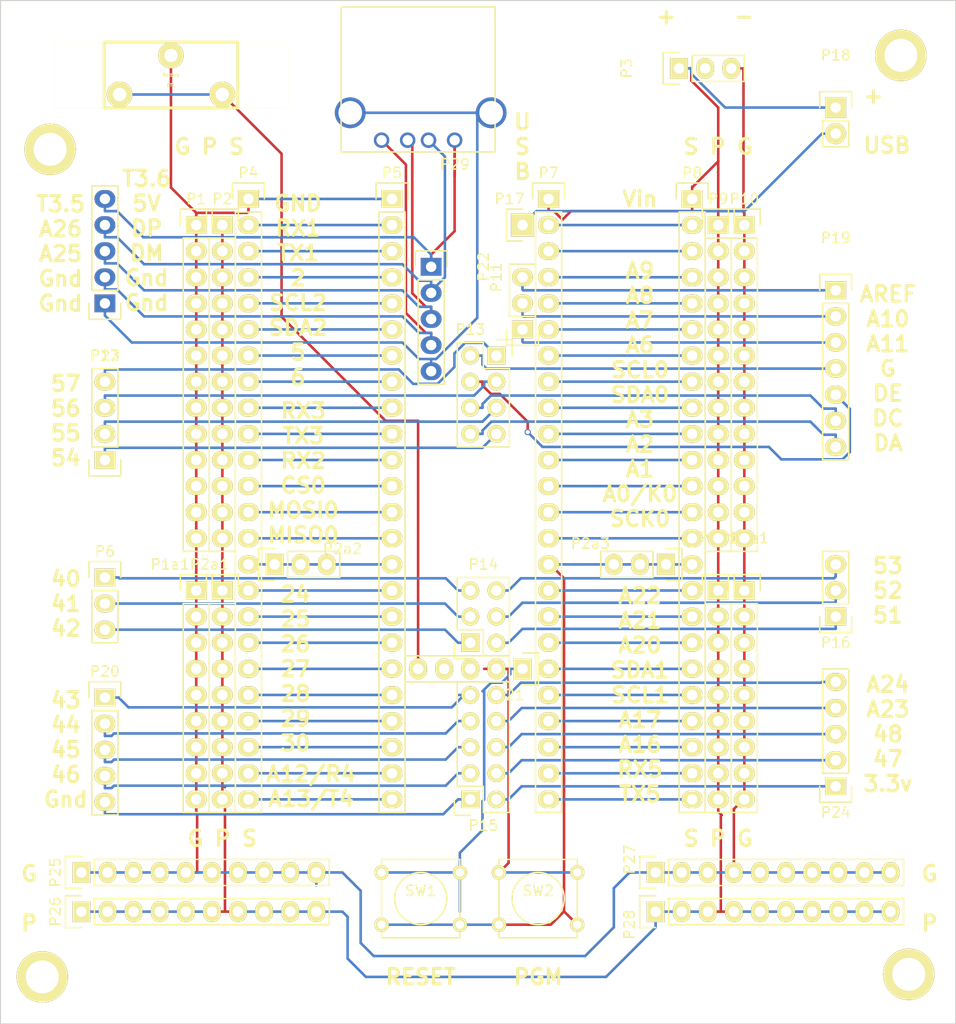
<source format=kicad_pcb>
(kicad_pcb (version 4) (host pcbnew 4.0.4-stable)

  (general
    (links 234)
    (no_connects 0)
    (area 65.989999 31.445999 159.054001 131.114001)
    (thickness 1.6)
    (drawings 30)
    (tracks 478)
    (zones 0)
    (modules 42)
    (nets 89)
  )

  (page A4)
  (layers
    (0 F.Cu signal)
    (31 B.Cu signal)
    (32 B.Adhes user)
    (33 F.Adhes user)
    (34 B.Paste user)
    (35 F.Paste user)
    (36 B.SilkS user)
    (37 F.SilkS user)
    (38 B.Mask user)
    (39 F.Mask user)
    (40 Dwgs.User user)
    (41 Cmts.User user)
    (42 Eco1.User user)
    (43 Eco2.User user)
    (44 Edge.Cuts user)
    (45 Margin user)
    (46 B.CrtYd user)
    (47 F.CrtYd user)
    (48 B.Fab user)
    (49 F.Fab user)
  )

  (setup
    (last_trace_width 0.25)
    (trace_clearance 0.2)
    (zone_clearance 0.508)
    (zone_45_only no)
    (trace_min 0.2)
    (segment_width 0.2)
    (edge_width 0.1)
    (via_size 0.6)
    (via_drill 0.4)
    (via_min_size 0.4)
    (via_min_drill 0.3)
    (uvia_size 0.3)
    (uvia_drill 0.1)
    (uvias_allowed no)
    (uvia_min_size 0.2)
    (uvia_min_drill 0.1)
    (pcb_text_width 0.3)
    (pcb_text_size 1.5 1.5)
    (mod_edge_width 0.15)
    (mod_text_size 1 1)
    (mod_text_width 0.15)
    (pad_size 5 5)
    (pad_drill 3.2)
    (pad_to_mask_clearance 0)
    (aux_axis_origin 0 0)
    (visible_elements 7FFFFFFF)
    (pcbplotparams
      (layerselection 0x3ffff_80000001)
      (usegerberextensions false)
      (excludeedgelayer true)
      (linewidth 0.100000)
      (plotframeref false)
      (viasonmask false)
      (mode 1)
      (useauxorigin false)
      (hpglpennumber 1)
      (hpglpenspeed 20)
      (hpglpendiameter 15)
      (hpglpenoverlay 2)
      (psnegative false)
      (psa4output false)
      (plotreference true)
      (plotvalue true)
      (plotinvisibletext false)
      (padsonsilk false)
      (subtractmaskfromsilk false)
      (outputformat 1)
      (mirror false)
      (drillshape 0)
      (scaleselection 1)
      (outputdirectory Gerbers/))
  )

  (net 0 "")
  (net 1 "Net-(BT1-Pad1)")
  (net 2 "Net-(BT1-Pad2)")
  (net 3 "Net-(P18-Pad1)")
  (net 4 "Net-(P2a2-Pad1)")
  (net 5 "Net-(P2a3-Pad1)")
  (net 6 "Net-(P3-Pad2)")
  (net 7 "Net-(P4-Pad2)")
  (net 8 "Net-(P4-Pad3)")
  (net 9 "Net-(P4-Pad4)")
  (net 10 "Net-(P4-Pad5)")
  (net 11 "Net-(P4-Pad6)")
  (net 12 "Net-(P4-Pad7)")
  (net 13 "Net-(P4-Pad8)")
  (net 14 "Net-(P4-Pad9)")
  (net 15 "Net-(P4-Pad10)")
  (net 16 "Net-(P4-Pad11)")
  (net 17 "Net-(P4-Pad12)")
  (net 18 "Net-(P4-Pad13)")
  (net 19 "Net-(P4-Pad14)")
  (net 20 "Net-(P4-Pad16)")
  (net 21 "Net-(P4-Pad17)")
  (net 22 "Net-(P4-Pad18)")
  (net 23 "Net-(P4-Pad19)")
  (net 24 "Net-(P4-Pad20)")
  (net 25 "Net-(P4-Pad21)")
  (net 26 "Net-(P4-Pad22)")
  (net 27 "Net-(P4-Pad23)")
  (net 28 "Net-(P4-Pad24)")
  (net 29 "Net-(P14-Pad5)")
  (net 30 "Net-(P14-Pad3)")
  (net 31 "Net-(P14-Pad1)")
  (net 32 "Net-(P7-Pad2)")
  (net 33 "Net-(P7-Pad3)")
  (net 34 "Net-(P7-Pad4)")
  (net 35 "Net-(P7-Pad5)")
  (net 36 "Net-(P7-Pad6)")
  (net 37 "Net-(P7-Pad7)")
  (net 38 "Net-(P7-Pad8)")
  (net 39 "Net-(P7-Pad9)")
  (net 40 "Net-(P7-Pad10)")
  (net 41 "Net-(P7-Pad11)")
  (net 42 "Net-(P7-Pad12)")
  (net 43 "Net-(P7-Pad13)")
  (net 44 "Net-(P7-Pad14)")
  (net 45 "Net-(P7-Pad16)")
  (net 46 "Net-(P7-Pad17)")
  (net 47 "Net-(P7-Pad18)")
  (net 48 "Net-(P7-Pad19)")
  (net 49 "Net-(P7-Pad20)")
  (net 50 "Net-(P7-Pad21)")
  (net 51 "Net-(P7-Pad22)")
  (net 52 "Net-(P7-Pad23)")
  (net 53 "Net-(P7-Pad24)")
  (net 54 "Net-(P11-Pad1)")
  (net 55 "Net-(P11-Pad2)")
  (net 56 "Net-(P11-Pad3)")
  (net 57 "Net-(P12-Pad1)")
  (net 58 "Net-(P12-Pad2)")
  (net 59 "Net-(P12-Pad3)")
  (net 60 "Net-(P12-Pad4)")
  (net 61 "Net-(P13-Pad2)")
  (net 62 "Net-(P13-Pad4)")
  (net 63 "Net-(P13-Pad6)")
  (net 64 "Net-(P13-Pad8)")
  (net 65 "Net-(P14-Pad2)")
  (net 66 "Net-(P14-Pad4)")
  (net 67 "Net-(P14-Pad6)")
  (net 68 "Net-(P15-Pad1)")
  (net 69 "Net-(P15-Pad2)")
  (net 70 "Net-(P15-Pad3)")
  (net 71 "Net-(P15-Pad4)")
  (net 72 "Net-(P15-Pad5)")
  (net 73 "Net-(P15-Pad6)")
  (net 74 "Net-(P15-Pad7)")
  (net 75 "Net-(P15-Pad8)")
  (net 76 "Net-(P15-Pad9)")
  (net 77 "Net-(P15-Pad10)")
  (net 78 "Net-(P17-Pad1)")
  (net 79 "Net-(P21-Pad1)")
  (net 80 "Net-(P21-Pad2)")
  (net 81 "Net-(P21-Pad3)")
  (net 82 "Net-(P21-Pad4)")
  (net 83 "Net-(P22-Pad1)")
  (net 84 "Net-(P22-Pad2)")
  (net 85 "Net-(P22-Pad3)")
  (net 86 "Net-(P22-Pad4)")
  (net 87 "Net-(P7-Pad1)")
  (net 88 "Net-(P22-Pad5)")

  (net_class Default "This is the default net class."
    (clearance 0.2)
    (trace_width 0.25)
    (via_dia 0.6)
    (via_drill 0.4)
    (uvia_dia 0.3)
    (uvia_drill 0.1)
    (add_net "Net-(BT1-Pad1)")
    (add_net "Net-(BT1-Pad2)")
    (add_net "Net-(P11-Pad1)")
    (add_net "Net-(P11-Pad2)")
    (add_net "Net-(P11-Pad3)")
    (add_net "Net-(P12-Pad1)")
    (add_net "Net-(P12-Pad2)")
    (add_net "Net-(P12-Pad3)")
    (add_net "Net-(P12-Pad4)")
    (add_net "Net-(P13-Pad2)")
    (add_net "Net-(P13-Pad4)")
    (add_net "Net-(P13-Pad6)")
    (add_net "Net-(P13-Pad8)")
    (add_net "Net-(P14-Pad1)")
    (add_net "Net-(P14-Pad2)")
    (add_net "Net-(P14-Pad3)")
    (add_net "Net-(P14-Pad4)")
    (add_net "Net-(P14-Pad5)")
    (add_net "Net-(P14-Pad6)")
    (add_net "Net-(P15-Pad1)")
    (add_net "Net-(P15-Pad10)")
    (add_net "Net-(P15-Pad2)")
    (add_net "Net-(P15-Pad3)")
    (add_net "Net-(P15-Pad4)")
    (add_net "Net-(P15-Pad5)")
    (add_net "Net-(P15-Pad6)")
    (add_net "Net-(P15-Pad7)")
    (add_net "Net-(P15-Pad8)")
    (add_net "Net-(P15-Pad9)")
    (add_net "Net-(P17-Pad1)")
    (add_net "Net-(P18-Pad1)")
    (add_net "Net-(P21-Pad1)")
    (add_net "Net-(P21-Pad2)")
    (add_net "Net-(P21-Pad3)")
    (add_net "Net-(P21-Pad4)")
    (add_net "Net-(P22-Pad1)")
    (add_net "Net-(P22-Pad2)")
    (add_net "Net-(P22-Pad3)")
    (add_net "Net-(P22-Pad4)")
    (add_net "Net-(P22-Pad5)")
    (add_net "Net-(P2a2-Pad1)")
    (add_net "Net-(P2a3-Pad1)")
    (add_net "Net-(P3-Pad2)")
    (add_net "Net-(P4-Pad10)")
    (add_net "Net-(P4-Pad11)")
    (add_net "Net-(P4-Pad12)")
    (add_net "Net-(P4-Pad13)")
    (add_net "Net-(P4-Pad14)")
    (add_net "Net-(P4-Pad16)")
    (add_net "Net-(P4-Pad17)")
    (add_net "Net-(P4-Pad18)")
    (add_net "Net-(P4-Pad19)")
    (add_net "Net-(P4-Pad2)")
    (add_net "Net-(P4-Pad20)")
    (add_net "Net-(P4-Pad21)")
    (add_net "Net-(P4-Pad22)")
    (add_net "Net-(P4-Pad23)")
    (add_net "Net-(P4-Pad24)")
    (add_net "Net-(P4-Pad3)")
    (add_net "Net-(P4-Pad4)")
    (add_net "Net-(P4-Pad5)")
    (add_net "Net-(P4-Pad6)")
    (add_net "Net-(P4-Pad7)")
    (add_net "Net-(P4-Pad8)")
    (add_net "Net-(P4-Pad9)")
    (add_net "Net-(P7-Pad1)")
    (add_net "Net-(P7-Pad10)")
    (add_net "Net-(P7-Pad11)")
    (add_net "Net-(P7-Pad12)")
    (add_net "Net-(P7-Pad13)")
    (add_net "Net-(P7-Pad14)")
    (add_net "Net-(P7-Pad16)")
    (add_net "Net-(P7-Pad17)")
    (add_net "Net-(P7-Pad18)")
    (add_net "Net-(P7-Pad19)")
    (add_net "Net-(P7-Pad2)")
    (add_net "Net-(P7-Pad20)")
    (add_net "Net-(P7-Pad21)")
    (add_net "Net-(P7-Pad22)")
    (add_net "Net-(P7-Pad23)")
    (add_net "Net-(P7-Pad24)")
    (add_net "Net-(P7-Pad3)")
    (add_net "Net-(P7-Pad4)")
    (add_net "Net-(P7-Pad5)")
    (add_net "Net-(P7-Pad6)")
    (add_net "Net-(P7-Pad7)")
    (add_net "Net-(P7-Pad8)")
    (add_net "Net-(P7-Pad9)")
  )

  (module Buttons_Switches_ThroughHole:SW_PUSH_SMALL (layer F.Cu) (tedit 580FDD94) (tstamp 580FD74C)
    (at 118.364 118.872)
    (path /57FA11FD)
    (fp_text reference SW2 (at 0 -0.762) (layer F.SilkS)
      (effects (font (size 1 1) (thickness 0.15)))
    )
    (fp_text value SW_PUSH_SMALL_H (at 1.27 5.08) (layer F.Fab)
      (effects (font (size 1 1) (thickness 0.15)))
    )
    (fp_circle (center 0 0) (end 0 -2.54) (layer F.SilkS) (width 0.15))
    (fp_line (start -3.81 -3.81) (end 3.81 -3.81) (layer F.SilkS) (width 0.15))
    (fp_line (start 3.81 -3.81) (end 3.81 3.81) (layer F.SilkS) (width 0.15))
    (fp_line (start 3.81 3.81) (end -3.81 3.81) (layer F.SilkS) (width 0.15))
    (fp_line (start -3.81 -3.81) (end -3.81 3.81) (layer F.SilkS) (width 0.15))
    (pad 1 thru_hole circle (at 3.81 -2.54) (size 1.397 1.397) (drill 0.8128) (layers *.Cu *.Mask F.SilkS)
      (net 80 "Net-(P21-Pad2)"))
    (pad 2 thru_hole circle (at 3.81 2.54) (size 1.397 1.397) (drill 0.8128) (layers *.Cu *.Mask F.SilkS)
      (net 5 "Net-(P2a3-Pad1)"))
    (pad 1 thru_hole circle (at -3.81 -2.54) (size 1.397 1.397) (drill 0.8128) (layers *.Cu *.Mask F.SilkS)
      (net 80 "Net-(P21-Pad2)"))
    (pad 2 thru_hole circle (at -3.81 2.54) (size 1.397 1.397) (drill 0.8128) (layers *.Cu *.Mask F.SilkS)
      (net 5 "Net-(P2a3-Pad1)"))
  )

  (module Pin_Headers:Pin_Header_Straight_1x10 (layer F.Cu) (tedit 580FDDB6) (tstamp 580FD73C)
    (at 129.794 120.142 90)
    (descr "Through hole pin header")
    (tags "pin header")
    (path /57F97416)
    (fp_text reference P28 (at -1.27 -2.54 90) (layer F.SilkS)
      (effects (font (size 1 1) (thickness 0.15)))
    )
    (fp_text value CONN_01X10 (at -3.81 5.08 180) (layer F.Fab)
      (effects (font (size 1 1) (thickness 0.15)))
    )
    (fp_line (start -1.75 -1.75) (end -1.75 24.65) (layer F.CrtYd) (width 0.05))
    (fp_line (start 1.75 -1.75) (end 1.75 24.65) (layer F.CrtYd) (width 0.05))
    (fp_line (start -1.75 -1.75) (end 1.75 -1.75) (layer F.CrtYd) (width 0.05))
    (fp_line (start -1.75 24.65) (end 1.75 24.65) (layer F.CrtYd) (width 0.05))
    (fp_line (start 1.27 1.27) (end 1.27 24.13) (layer F.SilkS) (width 0.15))
    (fp_line (start 1.27 24.13) (end -1.27 24.13) (layer F.SilkS) (width 0.15))
    (fp_line (start -1.27 24.13) (end -1.27 1.27) (layer F.SilkS) (width 0.15))
    (fp_line (start 1.55 -1.55) (end 1.55 0) (layer F.SilkS) (width 0.15))
    (fp_line (start 1.27 1.27) (end -1.27 1.27) (layer F.SilkS) (width 0.15))
    (fp_line (start -1.55 0) (end -1.55 -1.55) (layer F.SilkS) (width 0.15))
    (fp_line (start -1.55 -1.55) (end 1.55 -1.55) (layer F.SilkS) (width 0.15))
    (pad 1 thru_hole rect (at 0 0 90) (size 2.032 1.7272) (drill 1.016) (layers *.Cu *.Mask F.SilkS)
      (net 3 "Net-(P18-Pad1)"))
    (pad 2 thru_hole oval (at 0 2.54 90) (size 2.032 1.7272) (drill 1.016) (layers *.Cu *.Mask F.SilkS)
      (net 3 "Net-(P18-Pad1)"))
    (pad 3 thru_hole oval (at 0 5.08 90) (size 2.032 1.7272) (drill 1.016) (layers *.Cu *.Mask F.SilkS)
      (net 3 "Net-(P18-Pad1)"))
    (pad 4 thru_hole oval (at 0 7.62 90) (size 2.032 1.7272) (drill 1.016) (layers *.Cu *.Mask F.SilkS)
      (net 3 "Net-(P18-Pad1)"))
    (pad 5 thru_hole oval (at 0 10.16 90) (size 2.032 1.7272) (drill 1.016) (layers *.Cu *.Mask F.SilkS)
      (net 3 "Net-(P18-Pad1)"))
    (pad 6 thru_hole oval (at 0 12.7 90) (size 2.032 1.7272) (drill 1.016) (layers *.Cu *.Mask F.SilkS)
      (net 3 "Net-(P18-Pad1)"))
    (pad 7 thru_hole oval (at 0 15.24 90) (size 2.032 1.7272) (drill 1.016) (layers *.Cu *.Mask F.SilkS)
      (net 3 "Net-(P18-Pad1)"))
    (pad 8 thru_hole oval (at 0 17.78 90) (size 2.032 1.7272) (drill 1.016) (layers *.Cu *.Mask F.SilkS)
      (net 3 "Net-(P18-Pad1)"))
    (pad 9 thru_hole oval (at 0 20.32 90) (size 2.032 1.7272) (drill 1.016) (layers *.Cu *.Mask F.SilkS)
      (net 3 "Net-(P18-Pad1)"))
    (pad 10 thru_hole oval (at 0 22.86 90) (size 2.032 1.7272) (drill 1.016) (layers *.Cu *.Mask F.SilkS)
      (net 3 "Net-(P18-Pad1)"))
    (model Pin_Headers.3dshapes/Pin_Header_Straight_1x10.wrl
      (at (xyz 0 -0.45 0))
      (scale (xyz 1 1 1))
      (rotate (xyz 0 0 90))
    )
  )

  (module Pin_Headers:Pin_Header_Straight_1x10 (layer F.Cu) (tedit 580FDB57) (tstamp 580FD720)
    (at 73.914 120.142 90)
    (descr "Through hole pin header")
    (tags "pin header")
    (path /57F9782E)
    (fp_text reference P26 (at 0 -2.54 90) (layer F.SilkS)
      (effects (font (size 1 1) (thickness 0.15)))
    )
    (fp_text value CONN_01X10 (at -3.81 3.81 180) (layer F.Fab)
      (effects (font (size 1 1) (thickness 0.15)))
    )
    (fp_line (start -1.75 -1.75) (end -1.75 24.65) (layer F.CrtYd) (width 0.05))
    (fp_line (start 1.75 -1.75) (end 1.75 24.65) (layer F.CrtYd) (width 0.05))
    (fp_line (start -1.75 -1.75) (end 1.75 -1.75) (layer F.CrtYd) (width 0.05))
    (fp_line (start -1.75 24.65) (end 1.75 24.65) (layer F.CrtYd) (width 0.05))
    (fp_line (start 1.27 1.27) (end 1.27 24.13) (layer F.SilkS) (width 0.15))
    (fp_line (start 1.27 24.13) (end -1.27 24.13) (layer F.SilkS) (width 0.15))
    (fp_line (start -1.27 24.13) (end -1.27 1.27) (layer F.SilkS) (width 0.15))
    (fp_line (start 1.55 -1.55) (end 1.55 0) (layer F.SilkS) (width 0.15))
    (fp_line (start 1.27 1.27) (end -1.27 1.27) (layer F.SilkS) (width 0.15))
    (fp_line (start -1.55 0) (end -1.55 -1.55) (layer F.SilkS) (width 0.15))
    (fp_line (start -1.55 -1.55) (end 1.55 -1.55) (layer F.SilkS) (width 0.15))
    (pad 1 thru_hole rect (at 0 0 90) (size 2.032 1.7272) (drill 1.016) (layers *.Cu *.Mask F.SilkS)
      (net 3 "Net-(P18-Pad1)"))
    (pad 2 thru_hole oval (at 0 2.54 90) (size 2.032 1.7272) (drill 1.016) (layers *.Cu *.Mask F.SilkS)
      (net 3 "Net-(P18-Pad1)"))
    (pad 3 thru_hole oval (at 0 5.08 90) (size 2.032 1.7272) (drill 1.016) (layers *.Cu *.Mask F.SilkS)
      (net 3 "Net-(P18-Pad1)"))
    (pad 4 thru_hole oval (at 0 7.62 90) (size 2.032 1.7272) (drill 1.016) (layers *.Cu *.Mask F.SilkS)
      (net 3 "Net-(P18-Pad1)"))
    (pad 5 thru_hole oval (at 0 10.16 90) (size 2.032 1.7272) (drill 1.016) (layers *.Cu *.Mask F.SilkS)
      (net 3 "Net-(P18-Pad1)"))
    (pad 6 thru_hole oval (at 0 12.7 90) (size 2.032 1.7272) (drill 1.016) (layers *.Cu *.Mask F.SilkS)
      (net 3 "Net-(P18-Pad1)"))
    (pad 7 thru_hole oval (at 0 15.24 90) (size 2.032 1.7272) (drill 1.016) (layers *.Cu *.Mask F.SilkS)
      (net 3 "Net-(P18-Pad1)"))
    (pad 8 thru_hole oval (at 0 17.78 90) (size 2.032 1.7272) (drill 1.016) (layers *.Cu *.Mask F.SilkS)
      (net 3 "Net-(P18-Pad1)"))
    (pad 9 thru_hole oval (at 0 20.32 90) (size 2.032 1.7272) (drill 1.016) (layers *.Cu *.Mask F.SilkS)
      (net 3 "Net-(P18-Pad1)"))
    (pad 10 thru_hole oval (at 0 22.86 90) (size 2.032 1.7272) (drill 1.016) (layers *.Cu *.Mask F.SilkS)
      (net 3 "Net-(P18-Pad1)"))
    (model Pin_Headers.3dshapes/Pin_Header_Straight_1x10.wrl
      (at (xyz 0 -0.45 0))
      (scale (xyz 1 1 1))
      (rotate (xyz 0 0 90))
    )
  )

  (module Pin_Headers:Pin_Header_Straight_1x10 (layer F.Cu) (tedit 580FDB53) (tstamp 580FD712)
    (at 73.914 116.332 90)
    (descr "Through hole pin header")
    (tags "pin header")
    (path /57F97828)
    (fp_text reference P25 (at 0 -2.54 90) (layer F.SilkS)
      (effects (font (size 1 1) (thickness 0.15)))
    )
    (fp_text value CONN_01X10 (at 3.81 3.81 180) (layer F.Fab)
      (effects (font (size 1 1) (thickness 0.15)))
    )
    (fp_line (start -1.75 -1.75) (end -1.75 24.65) (layer F.CrtYd) (width 0.05))
    (fp_line (start 1.75 -1.75) (end 1.75 24.65) (layer F.CrtYd) (width 0.05))
    (fp_line (start -1.75 -1.75) (end 1.75 -1.75) (layer F.CrtYd) (width 0.05))
    (fp_line (start -1.75 24.65) (end 1.75 24.65) (layer F.CrtYd) (width 0.05))
    (fp_line (start 1.27 1.27) (end 1.27 24.13) (layer F.SilkS) (width 0.15))
    (fp_line (start 1.27 24.13) (end -1.27 24.13) (layer F.SilkS) (width 0.15))
    (fp_line (start -1.27 24.13) (end -1.27 1.27) (layer F.SilkS) (width 0.15))
    (fp_line (start 1.55 -1.55) (end 1.55 0) (layer F.SilkS) (width 0.15))
    (fp_line (start 1.27 1.27) (end -1.27 1.27) (layer F.SilkS) (width 0.15))
    (fp_line (start -1.55 0) (end -1.55 -1.55) (layer F.SilkS) (width 0.15))
    (fp_line (start -1.55 -1.55) (end 1.55 -1.55) (layer F.SilkS) (width 0.15))
    (pad 1 thru_hole rect (at 0 0 90) (size 2.032 1.7272) (drill 1.016) (layers *.Cu *.Mask F.SilkS)
      (net 2 "Net-(BT1-Pad2)"))
    (pad 2 thru_hole oval (at 0 2.54 90) (size 2.032 1.7272) (drill 1.016) (layers *.Cu *.Mask F.SilkS)
      (net 2 "Net-(BT1-Pad2)"))
    (pad 3 thru_hole oval (at 0 5.08 90) (size 2.032 1.7272) (drill 1.016) (layers *.Cu *.Mask F.SilkS)
      (net 2 "Net-(BT1-Pad2)"))
    (pad 4 thru_hole oval (at 0 7.62 90) (size 2.032 1.7272) (drill 1.016) (layers *.Cu *.Mask F.SilkS)
      (net 2 "Net-(BT1-Pad2)"))
    (pad 5 thru_hole oval (at 0 10.16 90) (size 2.032 1.7272) (drill 1.016) (layers *.Cu *.Mask F.SilkS)
      (net 2 "Net-(BT1-Pad2)"))
    (pad 6 thru_hole oval (at 0 12.7 90) (size 2.032 1.7272) (drill 1.016) (layers *.Cu *.Mask F.SilkS)
      (net 2 "Net-(BT1-Pad2)"))
    (pad 7 thru_hole oval (at 0 15.24 90) (size 2.032 1.7272) (drill 1.016) (layers *.Cu *.Mask F.SilkS)
      (net 2 "Net-(BT1-Pad2)"))
    (pad 8 thru_hole oval (at 0 17.78 90) (size 2.032 1.7272) (drill 1.016) (layers *.Cu *.Mask F.SilkS)
      (net 2 "Net-(BT1-Pad2)"))
    (pad 9 thru_hole oval (at 0 20.32 90) (size 2.032 1.7272) (drill 1.016) (layers *.Cu *.Mask F.SilkS)
      (net 2 "Net-(BT1-Pad2)"))
    (pad 10 thru_hole oval (at 0 22.86 90) (size 2.032 1.7272) (drill 1.016) (layers *.Cu *.Mask F.SilkS)
      (net 2 "Net-(BT1-Pad2)"))
    (model Pin_Headers.3dshapes/Pin_Header_Straight_1x10.wrl
      (at (xyz 0 -0.45 0))
      (scale (xyz 1 1 1))
      (rotate (xyz 0 0 90))
    )
  )

  (module Battery_Holders:BAT_HOLDER_2032 (layer F.Cu) (tedit 5045E603) (tstamp 580FD585)
    (at 82.6287 38.7401)
    (path /57F7F26E)
    (fp_text reference BT1 (at 0 1.00076) (layer F.SilkS)
      (effects (font (size 0.29972 0.29972) (thickness 0.0762)))
    )
    (fp_text value Battery (at 0 0) (layer F.SilkS)
      (effects (font (size 0.29972 0.29972) (thickness 0.0762)))
    )
    (fp_line (start 6.49986 3.2004) (end -6.49986 3.2004) (layer F.SilkS) (width 0.29972))
    (fp_line (start 6.49986 -3.2004) (end -6.49986 -3.2004) (layer F.SilkS) (width 0.29972))
    (fp_line (start -6.49986 3.2004) (end -6.49986 -3.2004) (layer F.SilkS) (width 0.29972))
    (fp_line (start 6.49986 3.2004) (end 6.49986 -3.2004) (layer F.SilkS) (width 0.29972))
    (fp_line (start -11.39952 -3.2004) (end 11.39952 -3.2004) (layer F.SilkS) (width 0.01016))
    (fp_line (start 11.39952 -3.2004) (end 11.39952 3.2004) (layer F.SilkS) (width 0.01016))
    (fp_line (start 11.39952 3.2004) (end -11.39952 3.2004) (layer F.SilkS) (width 0.01016))
    (fp_line (start -11.39952 3.2004) (end -11.39952 -3.2004) (layer F.SilkS) (width 0.01016))
    (pad 1 thru_hole circle (at -5.00126 1.89992) (size 2.49936 2.49936) (drill 1.30048) (layers *.Cu *.Mask F.SilkS)
      (net 1 "Net-(BT1-Pad1)"))
    (pad 2 thru_hole circle (at 0 -1.89992) (size 2.49936 2.49936) (drill 1.30048) (layers *.Cu *.Mask F.SilkS)
      (net 2 "Net-(BT1-Pad2)"))
    (pad 1 thru_hole circle (at 5.00126 1.89992) (size 2.49936 2.49936) (drill 1.30048) (layers *.Cu *.Mask F.SilkS)
      (net 1 "Net-(BT1-Pad1)"))
  )

  (module Pin_Headers:Pin_Header_Straight_1x13 (layer F.Cu) (tedit 580FDB7E) (tstamp 580FD596)
    (at 85.09 53.34)
    (descr "Through hole pin header")
    (tags "pin header")
    (path /57F99DE5)
    (fp_text reference P1 (at 0 -2.54) (layer F.SilkS)
      (effects (font (size 1 1) (thickness 0.15)))
    )
    (fp_text value CONN_01X13 (at -3.81 -3.81 90) (layer F.Fab)
      (effects (font (size 1 1) (thickness 0.15)))
    )
    (fp_line (start -1.75 -1.75) (end -1.75 32.25) (layer F.CrtYd) (width 0.05))
    (fp_line (start 1.75 -1.75) (end 1.75 32.25) (layer F.CrtYd) (width 0.05))
    (fp_line (start -1.75 -1.75) (end 1.75 -1.75) (layer F.CrtYd) (width 0.05))
    (fp_line (start -1.75 32.25) (end 1.75 32.25) (layer F.CrtYd) (width 0.05))
    (fp_line (start -1.27 1.27) (end -1.27 31.75) (layer F.SilkS) (width 0.15))
    (fp_line (start -1.27 31.75) (end 1.27 31.75) (layer F.SilkS) (width 0.15))
    (fp_line (start 1.27 31.75) (end 1.27 1.27) (layer F.SilkS) (width 0.15))
    (fp_line (start 1.55 -1.55) (end 1.55 0) (layer F.SilkS) (width 0.15))
    (fp_line (start 1.27 1.27) (end -1.27 1.27) (layer F.SilkS) (width 0.15))
    (fp_line (start -1.55 0) (end -1.55 -1.55) (layer F.SilkS) (width 0.15))
    (fp_line (start -1.55 -1.55) (end 1.55 -1.55) (layer F.SilkS) (width 0.15))
    (pad 1 thru_hole rect (at 0 0) (size 2.032 1.7272) (drill 1.016) (layers *.Cu *.Mask F.SilkS)
      (net 2 "Net-(BT1-Pad2)"))
    (pad 2 thru_hole oval (at 0 2.54) (size 2.032 1.7272) (drill 1.016) (layers *.Cu *.Mask F.SilkS)
      (net 2 "Net-(BT1-Pad2)"))
    (pad 3 thru_hole oval (at 0 5.08) (size 2.032 1.7272) (drill 1.016) (layers *.Cu *.Mask F.SilkS)
      (net 2 "Net-(BT1-Pad2)"))
    (pad 4 thru_hole oval (at 0 7.62) (size 2.032 1.7272) (drill 1.016) (layers *.Cu *.Mask F.SilkS)
      (net 2 "Net-(BT1-Pad2)"))
    (pad 5 thru_hole oval (at 0 10.16) (size 2.032 1.7272) (drill 1.016) (layers *.Cu *.Mask F.SilkS)
      (net 2 "Net-(BT1-Pad2)"))
    (pad 6 thru_hole oval (at 0 12.7) (size 2.032 1.7272) (drill 1.016) (layers *.Cu *.Mask F.SilkS)
      (net 2 "Net-(BT1-Pad2)"))
    (pad 7 thru_hole oval (at 0 15.24) (size 2.032 1.7272) (drill 1.016) (layers *.Cu *.Mask F.SilkS)
      (net 2 "Net-(BT1-Pad2)"))
    (pad 8 thru_hole oval (at 0 17.78) (size 2.032 1.7272) (drill 1.016) (layers *.Cu *.Mask F.SilkS)
      (net 2 "Net-(BT1-Pad2)"))
    (pad 9 thru_hole oval (at 0 20.32) (size 2.032 1.7272) (drill 1.016) (layers *.Cu *.Mask F.SilkS)
      (net 2 "Net-(BT1-Pad2)"))
    (pad 10 thru_hole oval (at 0 22.86) (size 2.032 1.7272) (drill 1.016) (layers *.Cu *.Mask F.SilkS)
      (net 2 "Net-(BT1-Pad2)"))
    (pad 11 thru_hole oval (at 0 25.4) (size 2.032 1.7272) (drill 1.016) (layers *.Cu *.Mask F.SilkS)
      (net 2 "Net-(BT1-Pad2)"))
    (pad 12 thru_hole oval (at 0 27.94) (size 2.032 1.7272) (drill 1.016) (layers *.Cu *.Mask F.SilkS)
      (net 2 "Net-(BT1-Pad2)"))
    (pad 13 thru_hole oval (at 0 30.48) (size 2.032 1.7272) (drill 1.016) (layers *.Cu *.Mask F.SilkS)
      (net 2 "Net-(BT1-Pad2)"))
    (model Pin_Headers.3dshapes/Pin_Header_Straight_1x13.wrl
      (at (xyz 0 -0.6 0))
      (scale (xyz 1 1 1))
      (rotate (xyz 0 0 90))
    )
  )

  (module Pin_Headers:Pin_Header_Straight_1x09 (layer F.Cu) (tedit 580FDC08) (tstamp 580FD5A3)
    (at 85.09 88.9)
    (descr "Through hole pin header")
    (tags "pin header")
    (path /57F99DF1)
    (fp_text reference P1a1 (at -2.54 -2.54) (layer F.SilkS)
      (effects (font (size 1 1) (thickness 0.15)))
    )
    (fp_text value CONN_01X09 (at -2.54 6.35 90) (layer F.Fab)
      (effects (font (size 1 1) (thickness 0.15)))
    )
    (fp_line (start -1.75 -1.75) (end -1.75 22.1) (layer F.CrtYd) (width 0.05))
    (fp_line (start 1.75 -1.75) (end 1.75 22.1) (layer F.CrtYd) (width 0.05))
    (fp_line (start -1.75 -1.75) (end 1.75 -1.75) (layer F.CrtYd) (width 0.05))
    (fp_line (start -1.75 22.1) (end 1.75 22.1) (layer F.CrtYd) (width 0.05))
    (fp_line (start 1.27 1.27) (end 1.27 21.59) (layer F.SilkS) (width 0.15))
    (fp_line (start 1.27 21.59) (end -1.27 21.59) (layer F.SilkS) (width 0.15))
    (fp_line (start -1.27 21.59) (end -1.27 1.27) (layer F.SilkS) (width 0.15))
    (fp_line (start 1.55 -1.55) (end 1.55 0) (layer F.SilkS) (width 0.15))
    (fp_line (start 1.27 1.27) (end -1.27 1.27) (layer F.SilkS) (width 0.15))
    (fp_line (start -1.55 0) (end -1.55 -1.55) (layer F.SilkS) (width 0.15))
    (fp_line (start -1.55 -1.55) (end 1.55 -1.55) (layer F.SilkS) (width 0.15))
    (pad 1 thru_hole rect (at 0 0) (size 2.032 1.7272) (drill 1.016) (layers *.Cu *.Mask F.SilkS)
      (net 2 "Net-(BT1-Pad2)"))
    (pad 2 thru_hole oval (at 0 2.54) (size 2.032 1.7272) (drill 1.016) (layers *.Cu *.Mask F.SilkS)
      (net 2 "Net-(BT1-Pad2)"))
    (pad 3 thru_hole oval (at 0 5.08) (size 2.032 1.7272) (drill 1.016) (layers *.Cu *.Mask F.SilkS)
      (net 2 "Net-(BT1-Pad2)"))
    (pad 4 thru_hole oval (at 0 7.62) (size 2.032 1.7272) (drill 1.016) (layers *.Cu *.Mask F.SilkS)
      (net 2 "Net-(BT1-Pad2)"))
    (pad 5 thru_hole oval (at 0 10.16) (size 2.032 1.7272) (drill 1.016) (layers *.Cu *.Mask F.SilkS)
      (net 2 "Net-(BT1-Pad2)"))
    (pad 6 thru_hole oval (at 0 12.7) (size 2.032 1.7272) (drill 1.016) (layers *.Cu *.Mask F.SilkS)
      (net 2 "Net-(BT1-Pad2)"))
    (pad 7 thru_hole oval (at 0 15.24) (size 2.032 1.7272) (drill 1.016) (layers *.Cu *.Mask F.SilkS)
      (net 2 "Net-(BT1-Pad2)"))
    (pad 8 thru_hole oval (at 0 17.78) (size 2.032 1.7272) (drill 1.016) (layers *.Cu *.Mask F.SilkS)
      (net 2 "Net-(BT1-Pad2)"))
    (pad 9 thru_hole oval (at 0 20.32) (size 2.032 1.7272) (drill 1.016) (layers *.Cu *.Mask F.SilkS)
      (net 2 "Net-(BT1-Pad2)"))
    (model Pin_Headers.3dshapes/Pin_Header_Straight_1x09.wrl
      (at (xyz 0 -0.4 0))
      (scale (xyz 1 1 1))
      (rotate (xyz 0 0 90))
    )
  )

  (module Pin_Headers:Pin_Header_Straight_1x13 (layer F.Cu) (tedit 580FDB9F) (tstamp 580FD5B4)
    (at 87.63 53.34)
    (descr "Through hole pin header")
    (tags "pin header")
    (path /57F99DDF)
    (fp_text reference P2 (at 0 -2.54) (layer F.SilkS)
      (effects (font (size 1 1) (thickness 0.15)))
    )
    (fp_text value CONN_01X13 (at -5.08 -1.27 90) (layer F.Fab)
      (effects (font (size 1 1) (thickness 0.15)))
    )
    (fp_line (start -1.75 -1.75) (end -1.75 32.25) (layer F.CrtYd) (width 0.05))
    (fp_line (start 1.75 -1.75) (end 1.75 32.25) (layer F.CrtYd) (width 0.05))
    (fp_line (start -1.75 -1.75) (end 1.75 -1.75) (layer F.CrtYd) (width 0.05))
    (fp_line (start -1.75 32.25) (end 1.75 32.25) (layer F.CrtYd) (width 0.05))
    (fp_line (start -1.27 1.27) (end -1.27 31.75) (layer F.SilkS) (width 0.15))
    (fp_line (start -1.27 31.75) (end 1.27 31.75) (layer F.SilkS) (width 0.15))
    (fp_line (start 1.27 31.75) (end 1.27 1.27) (layer F.SilkS) (width 0.15))
    (fp_line (start 1.55 -1.55) (end 1.55 0) (layer F.SilkS) (width 0.15))
    (fp_line (start 1.27 1.27) (end -1.27 1.27) (layer F.SilkS) (width 0.15))
    (fp_line (start -1.55 0) (end -1.55 -1.55) (layer F.SilkS) (width 0.15))
    (fp_line (start -1.55 -1.55) (end 1.55 -1.55) (layer F.SilkS) (width 0.15))
    (pad 1 thru_hole rect (at 0 0) (size 2.032 1.7272) (drill 1.016) (layers *.Cu *.Mask F.SilkS)
      (net 3 "Net-(P18-Pad1)"))
    (pad 2 thru_hole oval (at 0 2.54) (size 2.032 1.7272) (drill 1.016) (layers *.Cu *.Mask F.SilkS)
      (net 3 "Net-(P18-Pad1)"))
    (pad 3 thru_hole oval (at 0 5.08) (size 2.032 1.7272) (drill 1.016) (layers *.Cu *.Mask F.SilkS)
      (net 3 "Net-(P18-Pad1)"))
    (pad 4 thru_hole oval (at 0 7.62) (size 2.032 1.7272) (drill 1.016) (layers *.Cu *.Mask F.SilkS)
      (net 3 "Net-(P18-Pad1)"))
    (pad 5 thru_hole oval (at 0 10.16) (size 2.032 1.7272) (drill 1.016) (layers *.Cu *.Mask F.SilkS)
      (net 3 "Net-(P18-Pad1)"))
    (pad 6 thru_hole oval (at 0 12.7) (size 2.032 1.7272) (drill 1.016) (layers *.Cu *.Mask F.SilkS)
      (net 3 "Net-(P18-Pad1)"))
    (pad 7 thru_hole oval (at 0 15.24) (size 2.032 1.7272) (drill 1.016) (layers *.Cu *.Mask F.SilkS)
      (net 3 "Net-(P18-Pad1)"))
    (pad 8 thru_hole oval (at 0 17.78) (size 2.032 1.7272) (drill 1.016) (layers *.Cu *.Mask F.SilkS)
      (net 3 "Net-(P18-Pad1)"))
    (pad 9 thru_hole oval (at 0 20.32) (size 2.032 1.7272) (drill 1.016) (layers *.Cu *.Mask F.SilkS)
      (net 3 "Net-(P18-Pad1)"))
    (pad 10 thru_hole oval (at 0 22.86) (size 2.032 1.7272) (drill 1.016) (layers *.Cu *.Mask F.SilkS)
      (net 3 "Net-(P18-Pad1)"))
    (pad 11 thru_hole oval (at 0 25.4) (size 2.032 1.7272) (drill 1.016) (layers *.Cu *.Mask F.SilkS)
      (net 3 "Net-(P18-Pad1)"))
    (pad 12 thru_hole oval (at 0 27.94) (size 2.032 1.7272) (drill 1.016) (layers *.Cu *.Mask F.SilkS)
      (net 3 "Net-(P18-Pad1)"))
    (pad 13 thru_hole oval (at 0 30.48) (size 2.032 1.7272) (drill 1.016) (layers *.Cu *.Mask F.SilkS)
      (net 3 "Net-(P18-Pad1)"))
    (model Pin_Headers.3dshapes/Pin_Header_Straight_1x13.wrl
      (at (xyz 0 -0.6 0))
      (scale (xyz 1 1 1))
      (rotate (xyz 0 0 90))
    )
  )

  (module Pin_Headers:Pin_Header_Straight_1x09 (layer F.Cu) (tedit 580FDC6A) (tstamp 580FD5C1)
    (at 87.63 88.9)
    (descr "Through hole pin header")
    (tags "pin header")
    (path /57F99DEB)
    (fp_text reference P2a1 (at -1.27 -2.54) (layer F.SilkS)
      (effects (font (size 1 1) (thickness 0.15)))
    )
    (fp_text value CONN_01X09 (at -6.35 7.62 90) (layer F.Fab)
      (effects (font (size 1 1) (thickness 0.15)))
    )
    (fp_line (start -1.75 -1.75) (end -1.75 22.1) (layer F.CrtYd) (width 0.05))
    (fp_line (start 1.75 -1.75) (end 1.75 22.1) (layer F.CrtYd) (width 0.05))
    (fp_line (start -1.75 -1.75) (end 1.75 -1.75) (layer F.CrtYd) (width 0.05))
    (fp_line (start -1.75 22.1) (end 1.75 22.1) (layer F.CrtYd) (width 0.05))
    (fp_line (start 1.27 1.27) (end 1.27 21.59) (layer F.SilkS) (width 0.15))
    (fp_line (start 1.27 21.59) (end -1.27 21.59) (layer F.SilkS) (width 0.15))
    (fp_line (start -1.27 21.59) (end -1.27 1.27) (layer F.SilkS) (width 0.15))
    (fp_line (start 1.55 -1.55) (end 1.55 0) (layer F.SilkS) (width 0.15))
    (fp_line (start 1.27 1.27) (end -1.27 1.27) (layer F.SilkS) (width 0.15))
    (fp_line (start -1.55 0) (end -1.55 -1.55) (layer F.SilkS) (width 0.15))
    (fp_line (start -1.55 -1.55) (end 1.55 -1.55) (layer F.SilkS) (width 0.15))
    (pad 1 thru_hole rect (at 0 0) (size 2.032 1.7272) (drill 1.016) (layers *.Cu *.Mask F.SilkS)
      (net 3 "Net-(P18-Pad1)"))
    (pad 2 thru_hole oval (at 0 2.54) (size 2.032 1.7272) (drill 1.016) (layers *.Cu *.Mask F.SilkS)
      (net 3 "Net-(P18-Pad1)"))
    (pad 3 thru_hole oval (at 0 5.08) (size 2.032 1.7272) (drill 1.016) (layers *.Cu *.Mask F.SilkS)
      (net 3 "Net-(P18-Pad1)"))
    (pad 4 thru_hole oval (at 0 7.62) (size 2.032 1.7272) (drill 1.016) (layers *.Cu *.Mask F.SilkS)
      (net 3 "Net-(P18-Pad1)"))
    (pad 5 thru_hole oval (at 0 10.16) (size 2.032 1.7272) (drill 1.016) (layers *.Cu *.Mask F.SilkS)
      (net 3 "Net-(P18-Pad1)"))
    (pad 6 thru_hole oval (at 0 12.7) (size 2.032 1.7272) (drill 1.016) (layers *.Cu *.Mask F.SilkS)
      (net 3 "Net-(P18-Pad1)"))
    (pad 7 thru_hole oval (at 0 15.24) (size 2.032 1.7272) (drill 1.016) (layers *.Cu *.Mask F.SilkS)
      (net 3 "Net-(P18-Pad1)"))
    (pad 8 thru_hole oval (at 0 17.78) (size 2.032 1.7272) (drill 1.016) (layers *.Cu *.Mask F.SilkS)
      (net 3 "Net-(P18-Pad1)"))
    (pad 9 thru_hole oval (at 0 20.32) (size 2.032 1.7272) (drill 1.016) (layers *.Cu *.Mask F.SilkS)
      (net 3 "Net-(P18-Pad1)"))
    (model Pin_Headers.3dshapes/Pin_Header_Straight_1x09.wrl
      (at (xyz 0 -0.4 0))
      (scale (xyz 1 1 1))
      (rotate (xyz 0 0 90))
    )
  )

  (module Pin_Headers:Pin_Header_Straight_1x03 (layer F.Cu) (tedit 580FDC61) (tstamp 580FD5C8)
    (at 92.71 86.36 90)
    (descr "Through hole pin header")
    (tags "pin header")
    (path /57F88688)
    (fp_text reference P2a2 (at 1.524 6.604 180) (layer F.SilkS)
      (effects (font (size 1 1) (thickness 0.15)))
    )
    (fp_text value CONN_01X03 (at -6.35 2.54 90) (layer F.Fab)
      (effects (font (size 1 1) (thickness 0.15)))
    )
    (fp_line (start -1.75 -1.75) (end -1.75 6.85) (layer F.CrtYd) (width 0.05))
    (fp_line (start 1.75 -1.75) (end 1.75 6.85) (layer F.CrtYd) (width 0.05))
    (fp_line (start -1.75 -1.75) (end 1.75 -1.75) (layer F.CrtYd) (width 0.05))
    (fp_line (start -1.75 6.85) (end 1.75 6.85) (layer F.CrtYd) (width 0.05))
    (fp_line (start -1.27 1.27) (end -1.27 6.35) (layer F.SilkS) (width 0.15))
    (fp_line (start -1.27 6.35) (end 1.27 6.35) (layer F.SilkS) (width 0.15))
    (fp_line (start 1.27 6.35) (end 1.27 1.27) (layer F.SilkS) (width 0.15))
    (fp_line (start 1.55 -1.55) (end 1.55 0) (layer F.SilkS) (width 0.15))
    (fp_line (start 1.27 1.27) (end -1.27 1.27) (layer F.SilkS) (width 0.15))
    (fp_line (start -1.55 0) (end -1.55 -1.55) (layer F.SilkS) (width 0.15))
    (fp_line (start -1.55 -1.55) (end 1.55 -1.55) (layer F.SilkS) (width 0.15))
    (pad 1 thru_hole rect (at 0 0 90) (size 2.032 1.7272) (drill 1.016) (layers *.Cu *.Mask F.SilkS)
      (net 4 "Net-(P2a2-Pad1)"))
    (pad 2 thru_hole oval (at 0 2.54 90) (size 2.032 1.7272) (drill 1.016) (layers *.Cu *.Mask F.SilkS)
      (net 4 "Net-(P2a2-Pad1)"))
    (pad 3 thru_hole oval (at 0 5.08 90) (size 2.032 1.7272) (drill 1.016) (layers *.Cu *.Mask F.SilkS)
      (net 4 "Net-(P2a2-Pad1)"))
    (model Pin_Headers.3dshapes/Pin_Header_Straight_1x03.wrl
      (at (xyz 0 -0.1 0))
      (scale (xyz 1 1 1))
      (rotate (xyz 0 0 90))
    )
  )

  (module Pin_Headers:Pin_Header_Straight_1x03 (layer F.Cu) (tedit 0) (tstamp 580FD5CF)
    (at 130.81 86.36 270)
    (descr "Through hole pin header")
    (tags "pin header")
    (path /57FA8654)
    (fp_text reference P2a3 (at -2.032 7.366 360) (layer F.SilkS)
      (effects (font (size 1 1) (thickness 0.15)))
    )
    (fp_text value CONN_01X03 (at 0 7.62 270) (layer F.Fab)
      (effects (font (size 1 1) (thickness 0.15)))
    )
    (fp_line (start -1.75 -1.75) (end -1.75 6.85) (layer F.CrtYd) (width 0.05))
    (fp_line (start 1.75 -1.75) (end 1.75 6.85) (layer F.CrtYd) (width 0.05))
    (fp_line (start -1.75 -1.75) (end 1.75 -1.75) (layer F.CrtYd) (width 0.05))
    (fp_line (start -1.75 6.85) (end 1.75 6.85) (layer F.CrtYd) (width 0.05))
    (fp_line (start -1.27 1.27) (end -1.27 6.35) (layer F.SilkS) (width 0.15))
    (fp_line (start -1.27 6.35) (end 1.27 6.35) (layer F.SilkS) (width 0.15))
    (fp_line (start 1.27 6.35) (end 1.27 1.27) (layer F.SilkS) (width 0.15))
    (fp_line (start 1.55 -1.55) (end 1.55 0) (layer F.SilkS) (width 0.15))
    (fp_line (start 1.27 1.27) (end -1.27 1.27) (layer F.SilkS) (width 0.15))
    (fp_line (start -1.55 0) (end -1.55 -1.55) (layer F.SilkS) (width 0.15))
    (fp_line (start -1.55 -1.55) (end 1.55 -1.55) (layer F.SilkS) (width 0.15))
    (pad 1 thru_hole rect (at 0 0 270) (size 2.032 1.7272) (drill 1.016) (layers *.Cu *.Mask F.SilkS)
      (net 5 "Net-(P2a3-Pad1)"))
    (pad 2 thru_hole oval (at 0 2.54 270) (size 2.032 1.7272) (drill 1.016) (layers *.Cu *.Mask F.SilkS)
      (net 5 "Net-(P2a3-Pad1)"))
    (pad 3 thru_hole oval (at 0 5.08 270) (size 2.032 1.7272) (drill 1.016) (layers *.Cu *.Mask F.SilkS)
      (net 5 "Net-(P2a3-Pad1)"))
    (model Pin_Headers.3dshapes/Pin_Header_Straight_1x03.wrl
      (at (xyz 0 -0.1 0))
      (scale (xyz 1 1 1))
      (rotate (xyz 0 0 90))
    )
  )

  (module Pin_Headers:Pin_Header_Straight_1x03 (layer F.Cu) (tedit 0) (tstamp 580FD5D6)
    (at 132.08 38.1 90)
    (descr "Through hole pin header")
    (tags "pin header")
    (path /57F5BF7D)
    (fp_text reference P3 (at 0 -5.1 90) (layer F.SilkS)
      (effects (font (size 1 1) (thickness 0.15)))
    )
    (fp_text value CONN_01X03 (at 0 -3.1 90) (layer F.Fab)
      (effects (font (size 1 1) (thickness 0.15)))
    )
    (fp_line (start -1.75 -1.75) (end -1.75 6.85) (layer F.CrtYd) (width 0.05))
    (fp_line (start 1.75 -1.75) (end 1.75 6.85) (layer F.CrtYd) (width 0.05))
    (fp_line (start -1.75 -1.75) (end 1.75 -1.75) (layer F.CrtYd) (width 0.05))
    (fp_line (start -1.75 6.85) (end 1.75 6.85) (layer F.CrtYd) (width 0.05))
    (fp_line (start -1.27 1.27) (end -1.27 6.35) (layer F.SilkS) (width 0.15))
    (fp_line (start -1.27 6.35) (end 1.27 6.35) (layer F.SilkS) (width 0.15))
    (fp_line (start 1.27 6.35) (end 1.27 1.27) (layer F.SilkS) (width 0.15))
    (fp_line (start 1.55 -1.55) (end 1.55 0) (layer F.SilkS) (width 0.15))
    (fp_line (start 1.27 1.27) (end -1.27 1.27) (layer F.SilkS) (width 0.15))
    (fp_line (start -1.55 0) (end -1.55 -1.55) (layer F.SilkS) (width 0.15))
    (fp_line (start -1.55 -1.55) (end 1.55 -1.55) (layer F.SilkS) (width 0.15))
    (pad 1 thru_hole rect (at 0 0 90) (size 2.032 1.7272) (drill 1.016) (layers *.Cu *.Mask F.SilkS)
      (net 3 "Net-(P18-Pad1)"))
    (pad 2 thru_hole oval (at 0 2.54 90) (size 2.032 1.7272) (drill 1.016) (layers *.Cu *.Mask F.SilkS)
      (net 6 "Net-(P3-Pad2)"))
    (pad 3 thru_hole oval (at 0 5.08 90) (size 2.032 1.7272) (drill 1.016) (layers *.Cu *.Mask F.SilkS)
      (net 2 "Net-(BT1-Pad2)"))
    (model Pin_Headers.3dshapes/Pin_Header_Straight_1x03.wrl
      (at (xyz 0 -0.1 0))
      (scale (xyz 1 1 1))
      (rotate (xyz 0 0 90))
    )
  )

  (module Pin_Headers:Pin_Header_Straight_1x24 (layer F.Cu) (tedit 580FDE51) (tstamp 580FD5F2)
    (at 90.17 50.8)
    (descr "Through hole pin header")
    (tags "pin header")
    (path /57F3265A)
    (fp_text reference P4 (at 0 -2.54) (layer F.SilkS)
      (effects (font (size 1 1) (thickness 0.15)))
    )
    (fp_text value CONN_01X24 (at 2.54 -3.81 180) (layer F.Fab)
      (effects (font (size 1 1) (thickness 0.15)))
    )
    (fp_line (start -1.75 -1.75) (end -1.75 60.2) (layer F.CrtYd) (width 0.05))
    (fp_line (start 1.75 -1.75) (end 1.75 60.2) (layer F.CrtYd) (width 0.05))
    (fp_line (start -1.75 -1.75) (end 1.75 -1.75) (layer F.CrtYd) (width 0.05))
    (fp_line (start -1.75 60.2) (end 1.75 60.2) (layer F.CrtYd) (width 0.05))
    (fp_line (start 1.27 1.27) (end 1.27 59.69) (layer F.SilkS) (width 0.15))
    (fp_line (start -1.27 1.27) (end -1.27 59.69) (layer F.SilkS) (width 0.15))
    (fp_line (start -1.27 59.69) (end 1.27 59.69) (layer F.SilkS) (width 0.15))
    (fp_line (start 1.55 -1.55) (end 1.55 0) (layer F.SilkS) (width 0.15))
    (fp_line (start 1.27 1.27) (end -1.27 1.27) (layer F.SilkS) (width 0.15))
    (fp_line (start -1.55 0) (end -1.55 -1.55) (layer F.SilkS) (width 0.15))
    (fp_line (start -1.55 -1.55) (end 1.55 -1.55) (layer F.SilkS) (width 0.15))
    (pad 1 thru_hole rect (at 0 0) (size 2.032 1.7272) (drill 1.016) (layers *.Cu *.Mask F.SilkS)
      (net 2 "Net-(BT1-Pad2)"))
    (pad 2 thru_hole oval (at 0 2.54) (size 2.032 1.7272) (drill 1.016) (layers *.Cu *.Mask F.SilkS)
      (net 7 "Net-(P4-Pad2)"))
    (pad 3 thru_hole oval (at 0 5.08) (size 2.032 1.7272) (drill 1.016) (layers *.Cu *.Mask F.SilkS)
      (net 8 "Net-(P4-Pad3)"))
    (pad 4 thru_hole oval (at 0 7.62) (size 2.032 1.7272) (drill 1.016) (layers *.Cu *.Mask F.SilkS)
      (net 9 "Net-(P4-Pad4)"))
    (pad 5 thru_hole oval (at 0 10.16) (size 2.032 1.7272) (drill 1.016) (layers *.Cu *.Mask F.SilkS)
      (net 10 "Net-(P4-Pad5)"))
    (pad 6 thru_hole oval (at 0 12.7) (size 2.032 1.7272) (drill 1.016) (layers *.Cu *.Mask F.SilkS)
      (net 11 "Net-(P4-Pad6)"))
    (pad 7 thru_hole oval (at 0 15.24) (size 2.032 1.7272) (drill 1.016) (layers *.Cu *.Mask F.SilkS)
      (net 12 "Net-(P4-Pad7)"))
    (pad 8 thru_hole oval (at 0 17.78) (size 2.032 1.7272) (drill 1.016) (layers *.Cu *.Mask F.SilkS)
      (net 13 "Net-(P4-Pad8)"))
    (pad 9 thru_hole oval (at 0 20.32) (size 2.032 1.7272) (drill 1.016) (layers *.Cu *.Mask F.SilkS)
      (net 14 "Net-(P4-Pad9)"))
    (pad 10 thru_hole oval (at 0 22.86) (size 2.032 1.7272) (drill 1.016) (layers *.Cu *.Mask F.SilkS)
      (net 15 "Net-(P4-Pad10)"))
    (pad 11 thru_hole oval (at 0 25.4) (size 2.032 1.7272) (drill 1.016) (layers *.Cu *.Mask F.SilkS)
      (net 16 "Net-(P4-Pad11)"))
    (pad 12 thru_hole oval (at 0 27.94) (size 2.032 1.7272) (drill 1.016) (layers *.Cu *.Mask F.SilkS)
      (net 17 "Net-(P4-Pad12)"))
    (pad 13 thru_hole oval (at 0 30.48) (size 2.032 1.7272) (drill 1.016) (layers *.Cu *.Mask F.SilkS)
      (net 18 "Net-(P4-Pad13)"))
    (pad 14 thru_hole oval (at 0 33.02) (size 2.032 1.7272) (drill 1.016) (layers *.Cu *.Mask F.SilkS)
      (net 19 "Net-(P4-Pad14)"))
    (pad 15 thru_hole oval (at 0 35.56) (size 2.032 1.7272) (drill 1.016) (layers *.Cu *.Mask F.SilkS)
      (net 4 "Net-(P2a2-Pad1)"))
    (pad 16 thru_hole oval (at 0 38.1) (size 2.032 1.7272) (drill 1.016) (layers *.Cu *.Mask F.SilkS)
      (net 20 "Net-(P4-Pad16)"))
    (pad 17 thru_hole oval (at 0 40.64) (size 2.032 1.7272) (drill 1.016) (layers *.Cu *.Mask F.SilkS)
      (net 21 "Net-(P4-Pad17)"))
    (pad 18 thru_hole oval (at 0 43.18) (size 2.032 1.7272) (drill 1.016) (layers *.Cu *.Mask F.SilkS)
      (net 22 "Net-(P4-Pad18)"))
    (pad 19 thru_hole oval (at 0 45.72) (size 2.032 1.7272) (drill 1.016) (layers *.Cu *.Mask F.SilkS)
      (net 23 "Net-(P4-Pad19)"))
    (pad 20 thru_hole oval (at 0 48.26) (size 2.032 1.7272) (drill 1.016) (layers *.Cu *.Mask F.SilkS)
      (net 24 "Net-(P4-Pad20)"))
    (pad 21 thru_hole oval (at 0 50.8) (size 2.032 1.7272) (drill 1.016) (layers *.Cu *.Mask F.SilkS)
      (net 25 "Net-(P4-Pad21)"))
    (pad 22 thru_hole oval (at 0 53.34) (size 2.032 1.7272) (drill 1.016) (layers *.Cu *.Mask F.SilkS)
      (net 26 "Net-(P4-Pad22)"))
    (pad 23 thru_hole oval (at 0 55.88) (size 2.032 1.7272) (drill 1.016) (layers *.Cu *.Mask F.SilkS)
      (net 27 "Net-(P4-Pad23)"))
    (pad 24 thru_hole oval (at 0 58.42) (size 2.032 1.7272) (drill 1.016) (layers *.Cu *.Mask F.SilkS)
      (net 28 "Net-(P4-Pad24)"))
    (model Pin_Headers.3dshapes/Pin_Header_Straight_1x24.wrl
      (at (xyz 0 -1.15 0))
      (scale (xyz 1 1 1))
      (rotate (xyz 0 0 90))
    )
  )

  (module Socket_Strips:Socket_Strip_Straight_1x24 (layer F.Cu) (tedit 580FDC7C) (tstamp 580FD60E)
    (at 104.14 50.8 270)
    (descr "Through hole socket strip")
    (tags "socket strip")
    (path /57F31F19)
    (fp_text reference P5 (at -2.54 0 360) (layer F.SilkS)
      (effects (font (size 1 1) (thickness 0.15)))
    )
    (fp_text value CONN_01X24 (at 0 -3.1 270) (layer F.Fab)
      (effects (font (size 1 1) (thickness 0.15)))
    )
    (fp_line (start -1.75 -1.75) (end -1.75 1.75) (layer F.CrtYd) (width 0.05))
    (fp_line (start 60.2 -1.75) (end 60.2 1.75) (layer F.CrtYd) (width 0.05))
    (fp_line (start -1.75 -1.75) (end 60.2 -1.75) (layer F.CrtYd) (width 0.05))
    (fp_line (start -1.75 1.75) (end 60.2 1.75) (layer F.CrtYd) (width 0.05))
    (fp_line (start 1.27 1.27) (end 59.69 1.27) (layer F.SilkS) (width 0.15))
    (fp_line (start 1.27 -1.27) (end 59.69 -1.27) (layer F.SilkS) (width 0.15))
    (fp_line (start 59.69 -1.27) (end 59.69 1.27) (layer F.SilkS) (width 0.15))
    (fp_line (start -1.55 1.55) (end 0 1.55) (layer F.SilkS) (width 0.15))
    (fp_line (start 1.27 1.27) (end 1.27 -1.27) (layer F.SilkS) (width 0.15))
    (fp_line (start 0 -1.55) (end -1.55 -1.55) (layer F.SilkS) (width 0.15))
    (fp_line (start -1.55 -1.55) (end -1.55 1.55) (layer F.SilkS) (width 0.15))
    (pad 1 thru_hole rect (at 0 0 270) (size 1.7272 2.032) (drill 1.016) (layers *.Cu *.Mask F.SilkS)
      (net 2 "Net-(BT1-Pad2)"))
    (pad 2 thru_hole oval (at 2.54 0 270) (size 1.7272 2.032) (drill 1.016) (layers *.Cu *.Mask F.SilkS)
      (net 7 "Net-(P4-Pad2)"))
    (pad 3 thru_hole oval (at 5.08 0 270) (size 1.7272 2.032) (drill 1.016) (layers *.Cu *.Mask F.SilkS)
      (net 8 "Net-(P4-Pad3)"))
    (pad 4 thru_hole oval (at 7.62 0 270) (size 1.7272 2.032) (drill 1.016) (layers *.Cu *.Mask F.SilkS)
      (net 9 "Net-(P4-Pad4)"))
    (pad 5 thru_hole oval (at 10.16 0 270) (size 1.7272 2.032) (drill 1.016) (layers *.Cu *.Mask F.SilkS)
      (net 10 "Net-(P4-Pad5)"))
    (pad 6 thru_hole oval (at 12.7 0 270) (size 1.7272 2.032) (drill 1.016) (layers *.Cu *.Mask F.SilkS)
      (net 11 "Net-(P4-Pad6)"))
    (pad 7 thru_hole oval (at 15.24 0 270) (size 1.7272 2.032) (drill 1.016) (layers *.Cu *.Mask F.SilkS)
      (net 12 "Net-(P4-Pad7)"))
    (pad 8 thru_hole oval (at 17.78 0 270) (size 1.7272 2.032) (drill 1.016) (layers *.Cu *.Mask F.SilkS)
      (net 13 "Net-(P4-Pad8)"))
    (pad 9 thru_hole oval (at 20.32 0 270) (size 1.7272 2.032) (drill 1.016) (layers *.Cu *.Mask F.SilkS)
      (net 14 "Net-(P4-Pad9)"))
    (pad 10 thru_hole oval (at 22.86 0 270) (size 1.7272 2.032) (drill 1.016) (layers *.Cu *.Mask F.SilkS)
      (net 15 "Net-(P4-Pad10)"))
    (pad 11 thru_hole oval (at 25.4 0 270) (size 1.7272 2.032) (drill 1.016) (layers *.Cu *.Mask F.SilkS)
      (net 16 "Net-(P4-Pad11)"))
    (pad 12 thru_hole oval (at 27.94 0 270) (size 1.7272 2.032) (drill 1.016) (layers *.Cu *.Mask F.SilkS)
      (net 17 "Net-(P4-Pad12)"))
    (pad 13 thru_hole oval (at 30.48 0 270) (size 1.7272 2.032) (drill 1.016) (layers *.Cu *.Mask F.SilkS)
      (net 18 "Net-(P4-Pad13)"))
    (pad 14 thru_hole oval (at 33.02 0 270) (size 1.7272 2.032) (drill 1.016) (layers *.Cu *.Mask F.SilkS)
      (net 19 "Net-(P4-Pad14)"))
    (pad 15 thru_hole oval (at 35.56 0 270) (size 1.7272 2.032) (drill 1.016) (layers *.Cu *.Mask F.SilkS)
      (net 4 "Net-(P2a2-Pad1)"))
    (pad 16 thru_hole oval (at 38.1 0 270) (size 1.7272 2.032) (drill 1.016) (layers *.Cu *.Mask F.SilkS)
      (net 20 "Net-(P4-Pad16)"))
    (pad 17 thru_hole oval (at 40.64 0 270) (size 1.7272 2.032) (drill 1.016) (layers *.Cu *.Mask F.SilkS)
      (net 21 "Net-(P4-Pad17)"))
    (pad 18 thru_hole oval (at 43.18 0 270) (size 1.7272 2.032) (drill 1.016) (layers *.Cu *.Mask F.SilkS)
      (net 22 "Net-(P4-Pad18)"))
    (pad 19 thru_hole oval (at 45.72 0 270) (size 1.7272 2.032) (drill 1.016) (layers *.Cu *.Mask F.SilkS)
      (net 23 "Net-(P4-Pad19)"))
    (pad 20 thru_hole oval (at 48.26 0 270) (size 1.7272 2.032) (drill 1.016) (layers *.Cu *.Mask F.SilkS)
      (net 24 "Net-(P4-Pad20)"))
    (pad 21 thru_hole oval (at 50.8 0 270) (size 1.7272 2.032) (drill 1.016) (layers *.Cu *.Mask F.SilkS)
      (net 25 "Net-(P4-Pad21)"))
    (pad 22 thru_hole oval (at 53.34 0 270) (size 1.7272 2.032) (drill 1.016) (layers *.Cu *.Mask F.SilkS)
      (net 26 "Net-(P4-Pad22)"))
    (pad 23 thru_hole oval (at 55.88 0 270) (size 1.7272 2.032) (drill 1.016) (layers *.Cu *.Mask F.SilkS)
      (net 27 "Net-(P4-Pad23)"))
    (pad 24 thru_hole oval (at 58.42 0 270) (size 1.7272 2.032) (drill 1.016) (layers *.Cu *.Mask F.SilkS)
      (net 28 "Net-(P4-Pad24)"))
    (model Socket_Strips.3dshapes/Socket_Strip_Straight_1x24.wrl
      (at (xyz 1.15 0 0))
      (scale (xyz 1 1 1))
      (rotate (xyz 0 0 180))
    )
  )

  (module Pin_Headers:Pin_Header_Straight_1x03 (layer F.Cu) (tedit 580FDB2E) (tstamp 580FD615)
    (at 76.2 87.63)
    (descr "Through hole pin header")
    (tags "pin header")
    (path /57F9D694)
    (fp_text reference P6 (at 0 -2.54) (layer F.SilkS)
      (effects (font (size 1 1) (thickness 0.15)))
    )
    (fp_text value CONN_01X03 (at 2.54 2.54 90) (layer F.Fab)
      (effects (font (size 1 1) (thickness 0.15)))
    )
    (fp_line (start -1.75 -1.75) (end -1.75 6.85) (layer F.CrtYd) (width 0.05))
    (fp_line (start 1.75 -1.75) (end 1.75 6.85) (layer F.CrtYd) (width 0.05))
    (fp_line (start -1.75 -1.75) (end 1.75 -1.75) (layer F.CrtYd) (width 0.05))
    (fp_line (start -1.75 6.85) (end 1.75 6.85) (layer F.CrtYd) (width 0.05))
    (fp_line (start -1.27 1.27) (end -1.27 6.35) (layer F.SilkS) (width 0.15))
    (fp_line (start -1.27 6.35) (end 1.27 6.35) (layer F.SilkS) (width 0.15))
    (fp_line (start 1.27 6.35) (end 1.27 1.27) (layer F.SilkS) (width 0.15))
    (fp_line (start 1.55 -1.55) (end 1.55 0) (layer F.SilkS) (width 0.15))
    (fp_line (start 1.27 1.27) (end -1.27 1.27) (layer F.SilkS) (width 0.15))
    (fp_line (start -1.55 0) (end -1.55 -1.55) (layer F.SilkS) (width 0.15))
    (fp_line (start -1.55 -1.55) (end 1.55 -1.55) (layer F.SilkS) (width 0.15))
    (pad 1 thru_hole rect (at 0 0) (size 2.032 1.7272) (drill 1.016) (layers *.Cu *.Mask F.SilkS)
      (net 29 "Net-(P14-Pad5)"))
    (pad 2 thru_hole oval (at 0 2.54) (size 2.032 1.7272) (drill 1.016) (layers *.Cu *.Mask F.SilkS)
      (net 30 "Net-(P14-Pad3)"))
    (pad 3 thru_hole oval (at 0 5.08) (size 2.032 1.7272) (drill 1.016) (layers *.Cu *.Mask F.SilkS)
      (net 31 "Net-(P14-Pad1)"))
    (model Pin_Headers.3dshapes/Pin_Header_Straight_1x03.wrl
      (at (xyz 0 -0.1 0))
      (scale (xyz 1 1 1))
      (rotate (xyz 0 0 90))
    )
  )

  (module Socket_Strips:Socket_Strip_Straight_1x24 (layer F.Cu) (tedit 580FDCDD) (tstamp 580FD631)
    (at 119.38 50.8 270)
    (descr "Through hole socket strip")
    (tags "socket strip")
    (path /57F38D5E)
    (fp_text reference P7 (at -2.54 0 360) (layer F.SilkS)
      (effects (font (size 1 1) (thickness 0.15)))
    )
    (fp_text value CONN_01X24 (at 2.54 -2.54 270) (layer F.Fab)
      (effects (font (size 1 1) (thickness 0.15)))
    )
    (fp_line (start -1.75 -1.75) (end -1.75 1.75) (layer F.CrtYd) (width 0.05))
    (fp_line (start 60.2 -1.75) (end 60.2 1.75) (layer F.CrtYd) (width 0.05))
    (fp_line (start -1.75 -1.75) (end 60.2 -1.75) (layer F.CrtYd) (width 0.05))
    (fp_line (start -1.75 1.75) (end 60.2 1.75) (layer F.CrtYd) (width 0.05))
    (fp_line (start 1.27 1.27) (end 59.69 1.27) (layer F.SilkS) (width 0.15))
    (fp_line (start 1.27 -1.27) (end 59.69 -1.27) (layer F.SilkS) (width 0.15))
    (fp_line (start 59.69 -1.27) (end 59.69 1.27) (layer F.SilkS) (width 0.15))
    (fp_line (start -1.55 1.55) (end 0 1.55) (layer F.SilkS) (width 0.15))
    (fp_line (start 1.27 1.27) (end 1.27 -1.27) (layer F.SilkS) (width 0.15))
    (fp_line (start 0 -1.55) (end -1.55 -1.55) (layer F.SilkS) (width 0.15))
    (fp_line (start -1.55 -1.55) (end -1.55 1.55) (layer F.SilkS) (width 0.15))
    (pad 1 thru_hole rect (at 0 0 270) (size 1.7272 2.032) (drill 1.016) (layers *.Cu *.Mask F.SilkS)
      (net 87 "Net-(P7-Pad1)"))
    (pad 2 thru_hole oval (at 2.54 0 270) (size 1.7272 2.032) (drill 1.016) (layers *.Cu *.Mask F.SilkS)
      (net 32 "Net-(P7-Pad2)"))
    (pad 3 thru_hole oval (at 5.08 0 270) (size 1.7272 2.032) (drill 1.016) (layers *.Cu *.Mask F.SilkS)
      (net 33 "Net-(P7-Pad3)"))
    (pad 4 thru_hole oval (at 7.62 0 270) (size 1.7272 2.032) (drill 1.016) (layers *.Cu *.Mask F.SilkS)
      (net 34 "Net-(P7-Pad4)"))
    (pad 5 thru_hole oval (at 10.16 0 270) (size 1.7272 2.032) (drill 1.016) (layers *.Cu *.Mask F.SilkS)
      (net 35 "Net-(P7-Pad5)"))
    (pad 6 thru_hole oval (at 12.7 0 270) (size 1.7272 2.032) (drill 1.016) (layers *.Cu *.Mask F.SilkS)
      (net 36 "Net-(P7-Pad6)"))
    (pad 7 thru_hole oval (at 15.24 0 270) (size 1.7272 2.032) (drill 1.016) (layers *.Cu *.Mask F.SilkS)
      (net 37 "Net-(P7-Pad7)"))
    (pad 8 thru_hole oval (at 17.78 0 270) (size 1.7272 2.032) (drill 1.016) (layers *.Cu *.Mask F.SilkS)
      (net 38 "Net-(P7-Pad8)"))
    (pad 9 thru_hole oval (at 20.32 0 270) (size 1.7272 2.032) (drill 1.016) (layers *.Cu *.Mask F.SilkS)
      (net 39 "Net-(P7-Pad9)"))
    (pad 10 thru_hole oval (at 22.86 0 270) (size 1.7272 2.032) (drill 1.016) (layers *.Cu *.Mask F.SilkS)
      (net 40 "Net-(P7-Pad10)"))
    (pad 11 thru_hole oval (at 25.4 0 270) (size 1.7272 2.032) (drill 1.016) (layers *.Cu *.Mask F.SilkS)
      (net 41 "Net-(P7-Pad11)"))
    (pad 12 thru_hole oval (at 27.94 0 270) (size 1.7272 2.032) (drill 1.016) (layers *.Cu *.Mask F.SilkS)
      (net 42 "Net-(P7-Pad12)"))
    (pad 13 thru_hole oval (at 30.48 0 270) (size 1.7272 2.032) (drill 1.016) (layers *.Cu *.Mask F.SilkS)
      (net 43 "Net-(P7-Pad13)"))
    (pad 14 thru_hole oval (at 33.02 0 270) (size 1.7272 2.032) (drill 1.016) (layers *.Cu *.Mask F.SilkS)
      (net 44 "Net-(P7-Pad14)"))
    (pad 15 thru_hole oval (at 35.56 0 270) (size 1.7272 2.032) (drill 1.016) (layers *.Cu *.Mask F.SilkS)
      (net 5 "Net-(P2a3-Pad1)"))
    (pad 16 thru_hole oval (at 38.1 0 270) (size 1.7272 2.032) (drill 1.016) (layers *.Cu *.Mask F.SilkS)
      (net 45 "Net-(P7-Pad16)"))
    (pad 17 thru_hole oval (at 40.64 0 270) (size 1.7272 2.032) (drill 1.016) (layers *.Cu *.Mask F.SilkS)
      (net 46 "Net-(P7-Pad17)"))
    (pad 18 thru_hole oval (at 43.18 0 270) (size 1.7272 2.032) (drill 1.016) (layers *.Cu *.Mask F.SilkS)
      (net 47 "Net-(P7-Pad18)"))
    (pad 19 thru_hole oval (at 45.72 0 270) (size 1.7272 2.032) (drill 1.016) (layers *.Cu *.Mask F.SilkS)
      (net 48 "Net-(P7-Pad19)"))
    (pad 20 thru_hole oval (at 48.26 0 270) (size 1.7272 2.032) (drill 1.016) (layers *.Cu *.Mask F.SilkS)
      (net 49 "Net-(P7-Pad20)"))
    (pad 21 thru_hole oval (at 50.8 0 270) (size 1.7272 2.032) (drill 1.016) (layers *.Cu *.Mask F.SilkS)
      (net 50 "Net-(P7-Pad21)"))
    (pad 22 thru_hole oval (at 53.34 0 270) (size 1.7272 2.032) (drill 1.016) (layers *.Cu *.Mask F.SilkS)
      (net 51 "Net-(P7-Pad22)"))
    (pad 23 thru_hole oval (at 55.88 0 270) (size 1.7272 2.032) (drill 1.016) (layers *.Cu *.Mask F.SilkS)
      (net 52 "Net-(P7-Pad23)"))
    (pad 24 thru_hole oval (at 58.42 0 270) (size 1.7272 2.032) (drill 1.016) (layers *.Cu *.Mask F.SilkS)
      (net 53 "Net-(P7-Pad24)"))
    (model Socket_Strips.3dshapes/Socket_Strip_Straight_1x24.wrl
      (at (xyz 1.15 0 0))
      (scale (xyz 1 1 1))
      (rotate (xyz 0 0 180))
    )
  )

  (module Pin_Headers:Pin_Header_Straight_1x24 (layer F.Cu) (tedit 0) (tstamp 580FD64D)
    (at 133.35 50.8)
    (descr "Through hole pin header")
    (tags "pin header")
    (path /57F38D70)
    (fp_text reference P8 (at 0 -2.54) (layer F.SilkS)
      (effects (font (size 1 1) (thickness 0.15)))
    )
    (fp_text value CONN_01X24 (at -2.54 -1.27 90) (layer F.Fab)
      (effects (font (size 1 1) (thickness 0.15)))
    )
    (fp_line (start -1.75 -1.75) (end -1.75 60.2) (layer F.CrtYd) (width 0.05))
    (fp_line (start 1.75 -1.75) (end 1.75 60.2) (layer F.CrtYd) (width 0.05))
    (fp_line (start -1.75 -1.75) (end 1.75 -1.75) (layer F.CrtYd) (width 0.05))
    (fp_line (start -1.75 60.2) (end 1.75 60.2) (layer F.CrtYd) (width 0.05))
    (fp_line (start 1.27 1.27) (end 1.27 59.69) (layer F.SilkS) (width 0.15))
    (fp_line (start -1.27 1.27) (end -1.27 59.69) (layer F.SilkS) (width 0.15))
    (fp_line (start -1.27 59.69) (end 1.27 59.69) (layer F.SilkS) (width 0.15))
    (fp_line (start 1.55 -1.55) (end 1.55 0) (layer F.SilkS) (width 0.15))
    (fp_line (start 1.27 1.27) (end -1.27 1.27) (layer F.SilkS) (width 0.15))
    (fp_line (start -1.55 0) (end -1.55 -1.55) (layer F.SilkS) (width 0.15))
    (fp_line (start -1.55 -1.55) (end 1.55 -1.55) (layer F.SilkS) (width 0.15))
    (pad 1 thru_hole rect (at 0 0) (size 2.032 1.7272) (drill 1.016) (layers *.Cu *.Mask F.SilkS)
      (net 3 "Net-(P18-Pad1)"))
    (pad 2 thru_hole oval (at 0 2.54) (size 2.032 1.7272) (drill 1.016) (layers *.Cu *.Mask F.SilkS)
      (net 32 "Net-(P7-Pad2)"))
    (pad 3 thru_hole oval (at 0 5.08) (size 2.032 1.7272) (drill 1.016) (layers *.Cu *.Mask F.SilkS)
      (net 33 "Net-(P7-Pad3)"))
    (pad 4 thru_hole oval (at 0 7.62) (size 2.032 1.7272) (drill 1.016) (layers *.Cu *.Mask F.SilkS)
      (net 34 "Net-(P7-Pad4)"))
    (pad 5 thru_hole oval (at 0 10.16) (size 2.032 1.7272) (drill 1.016) (layers *.Cu *.Mask F.SilkS)
      (net 35 "Net-(P7-Pad5)"))
    (pad 6 thru_hole oval (at 0 12.7) (size 2.032 1.7272) (drill 1.016) (layers *.Cu *.Mask F.SilkS)
      (net 36 "Net-(P7-Pad6)"))
    (pad 7 thru_hole oval (at 0 15.24) (size 2.032 1.7272) (drill 1.016) (layers *.Cu *.Mask F.SilkS)
      (net 37 "Net-(P7-Pad7)"))
    (pad 8 thru_hole oval (at 0 17.78) (size 2.032 1.7272) (drill 1.016) (layers *.Cu *.Mask F.SilkS)
      (net 38 "Net-(P7-Pad8)"))
    (pad 9 thru_hole oval (at 0 20.32) (size 2.032 1.7272) (drill 1.016) (layers *.Cu *.Mask F.SilkS)
      (net 39 "Net-(P7-Pad9)"))
    (pad 10 thru_hole oval (at 0 22.86) (size 2.032 1.7272) (drill 1.016) (layers *.Cu *.Mask F.SilkS)
      (net 40 "Net-(P7-Pad10)"))
    (pad 11 thru_hole oval (at 0 25.4) (size 2.032 1.7272) (drill 1.016) (layers *.Cu *.Mask F.SilkS)
      (net 41 "Net-(P7-Pad11)"))
    (pad 12 thru_hole oval (at 0 27.94) (size 2.032 1.7272) (drill 1.016) (layers *.Cu *.Mask F.SilkS)
      (net 42 "Net-(P7-Pad12)"))
    (pad 13 thru_hole oval (at 0 30.48) (size 2.032 1.7272) (drill 1.016) (layers *.Cu *.Mask F.SilkS)
      (net 43 "Net-(P7-Pad13)"))
    (pad 14 thru_hole oval (at 0 33.02) (size 2.032 1.7272) (drill 1.016) (layers *.Cu *.Mask F.SilkS)
      (net 44 "Net-(P7-Pad14)"))
    (pad 15 thru_hole oval (at 0 35.56) (size 2.032 1.7272) (drill 1.016) (layers *.Cu *.Mask F.SilkS)
      (net 5 "Net-(P2a3-Pad1)"))
    (pad 16 thru_hole oval (at 0 38.1) (size 2.032 1.7272) (drill 1.016) (layers *.Cu *.Mask F.SilkS)
      (net 45 "Net-(P7-Pad16)"))
    (pad 17 thru_hole oval (at 0 40.64) (size 2.032 1.7272) (drill 1.016) (layers *.Cu *.Mask F.SilkS)
      (net 46 "Net-(P7-Pad17)"))
    (pad 18 thru_hole oval (at 0 43.18) (size 2.032 1.7272) (drill 1.016) (layers *.Cu *.Mask F.SilkS)
      (net 47 "Net-(P7-Pad18)"))
    (pad 19 thru_hole oval (at 0 45.72) (size 2.032 1.7272) (drill 1.016) (layers *.Cu *.Mask F.SilkS)
      (net 48 "Net-(P7-Pad19)"))
    (pad 20 thru_hole oval (at 0 48.26) (size 2.032 1.7272) (drill 1.016) (layers *.Cu *.Mask F.SilkS)
      (net 49 "Net-(P7-Pad20)"))
    (pad 21 thru_hole oval (at 0 50.8) (size 2.032 1.7272) (drill 1.016) (layers *.Cu *.Mask F.SilkS)
      (net 50 "Net-(P7-Pad21)"))
    (pad 22 thru_hole oval (at 0 53.34) (size 2.032 1.7272) (drill 1.016) (layers *.Cu *.Mask F.SilkS)
      (net 51 "Net-(P7-Pad22)"))
    (pad 23 thru_hole oval (at 0 55.88) (size 2.032 1.7272) (drill 1.016) (layers *.Cu *.Mask F.SilkS)
      (net 52 "Net-(P7-Pad23)"))
    (pad 24 thru_hole oval (at 0 58.42) (size 2.032 1.7272) (drill 1.016) (layers *.Cu *.Mask F.SilkS)
      (net 53 "Net-(P7-Pad24)"))
    (model Pin_Headers.3dshapes/Pin_Header_Straight_1x24.wrl
      (at (xyz 0 -1.15 0))
      (scale (xyz 1 1 1))
      (rotate (xyz 0 0 90))
    )
  )

  (module Pin_Headers:Pin_Header_Straight_1x13 (layer F.Cu) (tedit 0) (tstamp 580FD65E)
    (at 135.89 53.34)
    (descr "Through hole pin header")
    (tags "pin header")
    (path /57F882C1)
    (fp_text reference P9 (at 0 -2.54) (layer F.SilkS)
      (effects (font (size 1 1) (thickness 0.15)))
    )
    (fp_text value CONN_01X13 (at 6.35 -2.54 90) (layer F.Fab)
      (effects (font (size 1 1) (thickness 0.15)))
    )
    (fp_line (start -1.75 -1.75) (end -1.75 32.25) (layer F.CrtYd) (width 0.05))
    (fp_line (start 1.75 -1.75) (end 1.75 32.25) (layer F.CrtYd) (width 0.05))
    (fp_line (start -1.75 -1.75) (end 1.75 -1.75) (layer F.CrtYd) (width 0.05))
    (fp_line (start -1.75 32.25) (end 1.75 32.25) (layer F.CrtYd) (width 0.05))
    (fp_line (start -1.27 1.27) (end -1.27 31.75) (layer F.SilkS) (width 0.15))
    (fp_line (start -1.27 31.75) (end 1.27 31.75) (layer F.SilkS) (width 0.15))
    (fp_line (start 1.27 31.75) (end 1.27 1.27) (layer F.SilkS) (width 0.15))
    (fp_line (start 1.55 -1.55) (end 1.55 0) (layer F.SilkS) (width 0.15))
    (fp_line (start 1.27 1.27) (end -1.27 1.27) (layer F.SilkS) (width 0.15))
    (fp_line (start -1.55 0) (end -1.55 -1.55) (layer F.SilkS) (width 0.15))
    (fp_line (start -1.55 -1.55) (end 1.55 -1.55) (layer F.SilkS) (width 0.15))
    (pad 1 thru_hole rect (at 0 0) (size 2.032 1.7272) (drill 1.016) (layers *.Cu *.Mask F.SilkS)
      (net 3 "Net-(P18-Pad1)"))
    (pad 2 thru_hole oval (at 0 2.54) (size 2.032 1.7272) (drill 1.016) (layers *.Cu *.Mask F.SilkS)
      (net 3 "Net-(P18-Pad1)"))
    (pad 3 thru_hole oval (at 0 5.08) (size 2.032 1.7272) (drill 1.016) (layers *.Cu *.Mask F.SilkS)
      (net 3 "Net-(P18-Pad1)"))
    (pad 4 thru_hole oval (at 0 7.62) (size 2.032 1.7272) (drill 1.016) (layers *.Cu *.Mask F.SilkS)
      (net 3 "Net-(P18-Pad1)"))
    (pad 5 thru_hole oval (at 0 10.16) (size 2.032 1.7272) (drill 1.016) (layers *.Cu *.Mask F.SilkS)
      (net 3 "Net-(P18-Pad1)"))
    (pad 6 thru_hole oval (at 0 12.7) (size 2.032 1.7272) (drill 1.016) (layers *.Cu *.Mask F.SilkS)
      (net 3 "Net-(P18-Pad1)"))
    (pad 7 thru_hole oval (at 0 15.24) (size 2.032 1.7272) (drill 1.016) (layers *.Cu *.Mask F.SilkS)
      (net 3 "Net-(P18-Pad1)"))
    (pad 8 thru_hole oval (at 0 17.78) (size 2.032 1.7272) (drill 1.016) (layers *.Cu *.Mask F.SilkS)
      (net 3 "Net-(P18-Pad1)"))
    (pad 9 thru_hole oval (at 0 20.32) (size 2.032 1.7272) (drill 1.016) (layers *.Cu *.Mask F.SilkS)
      (net 3 "Net-(P18-Pad1)"))
    (pad 10 thru_hole oval (at 0 22.86) (size 2.032 1.7272) (drill 1.016) (layers *.Cu *.Mask F.SilkS)
      (net 3 "Net-(P18-Pad1)"))
    (pad 11 thru_hole oval (at 0 25.4) (size 2.032 1.7272) (drill 1.016) (layers *.Cu *.Mask F.SilkS)
      (net 3 "Net-(P18-Pad1)"))
    (pad 12 thru_hole oval (at 0 27.94) (size 2.032 1.7272) (drill 1.016) (layers *.Cu *.Mask F.SilkS)
      (net 3 "Net-(P18-Pad1)"))
    (pad 13 thru_hole oval (at 0 30.48) (size 2.032 1.7272) (drill 1.016) (layers *.Cu *.Mask F.SilkS)
      (net 3 "Net-(P18-Pad1)"))
    (model Pin_Headers.3dshapes/Pin_Header_Straight_1x13.wrl
      (at (xyz 0 -0.6 0))
      (scale (xyz 1 1 1))
      (rotate (xyz 0 0 90))
    )
  )

  (module Pin_Headers:Pin_Header_Straight_1x09 (layer F.Cu) (tedit 0) (tstamp 580FD66B)
    (at 135.89 88.9)
    (descr "Through hole pin header")
    (tags "pin header")
    (path /57F90076)
    (fp_text reference P9a1 (at 0 -5.1) (layer F.SilkS)
      (effects (font (size 1 1) (thickness 0.15)))
    )
    (fp_text value CONN_01X09 (at 0 -3.1) (layer F.Fab)
      (effects (font (size 1 1) (thickness 0.15)))
    )
    (fp_line (start -1.75 -1.75) (end -1.75 22.1) (layer F.CrtYd) (width 0.05))
    (fp_line (start 1.75 -1.75) (end 1.75 22.1) (layer F.CrtYd) (width 0.05))
    (fp_line (start -1.75 -1.75) (end 1.75 -1.75) (layer F.CrtYd) (width 0.05))
    (fp_line (start -1.75 22.1) (end 1.75 22.1) (layer F.CrtYd) (width 0.05))
    (fp_line (start 1.27 1.27) (end 1.27 21.59) (layer F.SilkS) (width 0.15))
    (fp_line (start 1.27 21.59) (end -1.27 21.59) (layer F.SilkS) (width 0.15))
    (fp_line (start -1.27 21.59) (end -1.27 1.27) (layer F.SilkS) (width 0.15))
    (fp_line (start 1.55 -1.55) (end 1.55 0) (layer F.SilkS) (width 0.15))
    (fp_line (start 1.27 1.27) (end -1.27 1.27) (layer F.SilkS) (width 0.15))
    (fp_line (start -1.55 0) (end -1.55 -1.55) (layer F.SilkS) (width 0.15))
    (fp_line (start -1.55 -1.55) (end 1.55 -1.55) (layer F.SilkS) (width 0.15))
    (pad 1 thru_hole rect (at 0 0) (size 2.032 1.7272) (drill 1.016) (layers *.Cu *.Mask F.SilkS)
      (net 3 "Net-(P18-Pad1)"))
    (pad 2 thru_hole oval (at 0 2.54) (size 2.032 1.7272) (drill 1.016) (layers *.Cu *.Mask F.SilkS)
      (net 3 "Net-(P18-Pad1)"))
    (pad 3 thru_hole oval (at 0 5.08) (size 2.032 1.7272) (drill 1.016) (layers *.Cu *.Mask F.SilkS)
      (net 3 "Net-(P18-Pad1)"))
    (pad 4 thru_hole oval (at 0 7.62) (size 2.032 1.7272) (drill 1.016) (layers *.Cu *.Mask F.SilkS)
      (net 3 "Net-(P18-Pad1)"))
    (pad 5 thru_hole oval (at 0 10.16) (size 2.032 1.7272) (drill 1.016) (layers *.Cu *.Mask F.SilkS)
      (net 3 "Net-(P18-Pad1)"))
    (pad 6 thru_hole oval (at 0 12.7) (size 2.032 1.7272) (drill 1.016) (layers *.Cu *.Mask F.SilkS)
      (net 3 "Net-(P18-Pad1)"))
    (pad 7 thru_hole oval (at 0 15.24) (size 2.032 1.7272) (drill 1.016) (layers *.Cu *.Mask F.SilkS)
      (net 3 "Net-(P18-Pad1)"))
    (pad 8 thru_hole oval (at 0 17.78) (size 2.032 1.7272) (drill 1.016) (layers *.Cu *.Mask F.SilkS)
      (net 3 "Net-(P18-Pad1)"))
    (pad 9 thru_hole oval (at 0 20.32) (size 2.032 1.7272) (drill 1.016) (layers *.Cu *.Mask F.SilkS)
      (net 3 "Net-(P18-Pad1)"))
    (model Pin_Headers.3dshapes/Pin_Header_Straight_1x09.wrl
      (at (xyz 0 -0.4 0))
      (scale (xyz 1 1 1))
      (rotate (xyz 0 0 90))
    )
  )

  (module Pin_Headers:Pin_Header_Straight_1x13 (layer F.Cu) (tedit 0) (tstamp 580FD67C)
    (at 138.43 53.34)
    (descr "Through hole pin header")
    (tags "pin header")
    (path /57F88355)
    (fp_text reference P10 (at 0 -2.54) (layer F.SilkS)
      (effects (font (size 1 1) (thickness 0.15)))
    )
    (fp_text value CONN_01X13 (at 2.54 1.27 90) (layer F.Fab)
      (effects (font (size 1 1) (thickness 0.15)))
    )
    (fp_line (start -1.75 -1.75) (end -1.75 32.25) (layer F.CrtYd) (width 0.05))
    (fp_line (start 1.75 -1.75) (end 1.75 32.25) (layer F.CrtYd) (width 0.05))
    (fp_line (start -1.75 -1.75) (end 1.75 -1.75) (layer F.CrtYd) (width 0.05))
    (fp_line (start -1.75 32.25) (end 1.75 32.25) (layer F.CrtYd) (width 0.05))
    (fp_line (start -1.27 1.27) (end -1.27 31.75) (layer F.SilkS) (width 0.15))
    (fp_line (start -1.27 31.75) (end 1.27 31.75) (layer F.SilkS) (width 0.15))
    (fp_line (start 1.27 31.75) (end 1.27 1.27) (layer F.SilkS) (width 0.15))
    (fp_line (start 1.55 -1.55) (end 1.55 0) (layer F.SilkS) (width 0.15))
    (fp_line (start 1.27 1.27) (end -1.27 1.27) (layer F.SilkS) (width 0.15))
    (fp_line (start -1.55 0) (end -1.55 -1.55) (layer F.SilkS) (width 0.15))
    (fp_line (start -1.55 -1.55) (end 1.55 -1.55) (layer F.SilkS) (width 0.15))
    (pad 1 thru_hole rect (at 0 0) (size 2.032 1.7272) (drill 1.016) (layers *.Cu *.Mask F.SilkS)
      (net 2 "Net-(BT1-Pad2)"))
    (pad 2 thru_hole oval (at 0 2.54) (size 2.032 1.7272) (drill 1.016) (layers *.Cu *.Mask F.SilkS)
      (net 2 "Net-(BT1-Pad2)"))
    (pad 3 thru_hole oval (at 0 5.08) (size 2.032 1.7272) (drill 1.016) (layers *.Cu *.Mask F.SilkS)
      (net 2 "Net-(BT1-Pad2)"))
    (pad 4 thru_hole oval (at 0 7.62) (size 2.032 1.7272) (drill 1.016) (layers *.Cu *.Mask F.SilkS)
      (net 2 "Net-(BT1-Pad2)"))
    (pad 5 thru_hole oval (at 0 10.16) (size 2.032 1.7272) (drill 1.016) (layers *.Cu *.Mask F.SilkS)
      (net 2 "Net-(BT1-Pad2)"))
    (pad 6 thru_hole oval (at 0 12.7) (size 2.032 1.7272) (drill 1.016) (layers *.Cu *.Mask F.SilkS)
      (net 2 "Net-(BT1-Pad2)"))
    (pad 7 thru_hole oval (at 0 15.24) (size 2.032 1.7272) (drill 1.016) (layers *.Cu *.Mask F.SilkS)
      (net 2 "Net-(BT1-Pad2)"))
    (pad 8 thru_hole oval (at 0 17.78) (size 2.032 1.7272) (drill 1.016) (layers *.Cu *.Mask F.SilkS)
      (net 2 "Net-(BT1-Pad2)"))
    (pad 9 thru_hole oval (at 0 20.32) (size 2.032 1.7272) (drill 1.016) (layers *.Cu *.Mask F.SilkS)
      (net 2 "Net-(BT1-Pad2)"))
    (pad 10 thru_hole oval (at 0 22.86) (size 2.032 1.7272) (drill 1.016) (layers *.Cu *.Mask F.SilkS)
      (net 2 "Net-(BT1-Pad2)"))
    (pad 11 thru_hole oval (at 0 25.4) (size 2.032 1.7272) (drill 1.016) (layers *.Cu *.Mask F.SilkS)
      (net 2 "Net-(BT1-Pad2)"))
    (pad 12 thru_hole oval (at 0 27.94) (size 2.032 1.7272) (drill 1.016) (layers *.Cu *.Mask F.SilkS)
      (net 2 "Net-(BT1-Pad2)"))
    (pad 13 thru_hole oval (at 0 30.48) (size 2.032 1.7272) (drill 1.016) (layers *.Cu *.Mask F.SilkS)
      (net 2 "Net-(BT1-Pad2)"))
    (model Pin_Headers.3dshapes/Pin_Header_Straight_1x13.wrl
      (at (xyz 0 -0.6 0))
      (scale (xyz 1 1 1))
      (rotate (xyz 0 0 90))
    )
  )

  (module Pin_Headers:Pin_Header_Straight_1x09 (layer F.Cu) (tedit 0) (tstamp 580FD689)
    (at 138.43 88.9)
    (descr "Through hole pin header")
    (tags "pin header")
    (path /57F90005)
    (fp_text reference P10a1 (at 0 -5.1) (layer F.SilkS)
      (effects (font (size 1 1) (thickness 0.15)))
    )
    (fp_text value CONN_01X10 (at 0 -3.1) (layer F.Fab)
      (effects (font (size 1 1) (thickness 0.15)))
    )
    (fp_line (start -1.75 -1.75) (end -1.75 22.1) (layer F.CrtYd) (width 0.05))
    (fp_line (start 1.75 -1.75) (end 1.75 22.1) (layer F.CrtYd) (width 0.05))
    (fp_line (start -1.75 -1.75) (end 1.75 -1.75) (layer F.CrtYd) (width 0.05))
    (fp_line (start -1.75 22.1) (end 1.75 22.1) (layer F.CrtYd) (width 0.05))
    (fp_line (start 1.27 1.27) (end 1.27 21.59) (layer F.SilkS) (width 0.15))
    (fp_line (start 1.27 21.59) (end -1.27 21.59) (layer F.SilkS) (width 0.15))
    (fp_line (start -1.27 21.59) (end -1.27 1.27) (layer F.SilkS) (width 0.15))
    (fp_line (start 1.55 -1.55) (end 1.55 0) (layer F.SilkS) (width 0.15))
    (fp_line (start 1.27 1.27) (end -1.27 1.27) (layer F.SilkS) (width 0.15))
    (fp_line (start -1.55 0) (end -1.55 -1.55) (layer F.SilkS) (width 0.15))
    (fp_line (start -1.55 -1.55) (end 1.55 -1.55) (layer F.SilkS) (width 0.15))
    (pad 1 thru_hole rect (at 0 0) (size 2.032 1.7272) (drill 1.016) (layers *.Cu *.Mask F.SilkS)
      (net 2 "Net-(BT1-Pad2)"))
    (pad 2 thru_hole oval (at 0 2.54) (size 2.032 1.7272) (drill 1.016) (layers *.Cu *.Mask F.SilkS)
      (net 2 "Net-(BT1-Pad2)"))
    (pad 3 thru_hole oval (at 0 5.08) (size 2.032 1.7272) (drill 1.016) (layers *.Cu *.Mask F.SilkS)
      (net 2 "Net-(BT1-Pad2)"))
    (pad 4 thru_hole oval (at 0 7.62) (size 2.032 1.7272) (drill 1.016) (layers *.Cu *.Mask F.SilkS)
      (net 2 "Net-(BT1-Pad2)"))
    (pad 5 thru_hole oval (at 0 10.16) (size 2.032 1.7272) (drill 1.016) (layers *.Cu *.Mask F.SilkS)
      (net 2 "Net-(BT1-Pad2)"))
    (pad 6 thru_hole oval (at 0 12.7) (size 2.032 1.7272) (drill 1.016) (layers *.Cu *.Mask F.SilkS)
      (net 2 "Net-(BT1-Pad2)"))
    (pad 7 thru_hole oval (at 0 15.24) (size 2.032 1.7272) (drill 1.016) (layers *.Cu *.Mask F.SilkS)
      (net 2 "Net-(BT1-Pad2)"))
    (pad 8 thru_hole oval (at 0 17.78) (size 2.032 1.7272) (drill 1.016) (layers *.Cu *.Mask F.SilkS)
      (net 2 "Net-(BT1-Pad2)"))
    (pad 9 thru_hole oval (at 0 20.32) (size 2.032 1.7272) (drill 1.016) (layers *.Cu *.Mask F.SilkS)
      (net 2 "Net-(BT1-Pad2)"))
    (model Pin_Headers.3dshapes/Pin_Header_Straight_1x09.wrl
      (at (xyz 0 -0.4 0))
      (scale (xyz 1 1 1))
      (rotate (xyz 0 0 90))
    )
  )

  (module Socket_Strips:Socket_Strip_Straight_1x03 (layer F.Cu) (tedit 580FDD0D) (tstamp 580FD690)
    (at 116.84 63.5 90)
    (descr "Through hole socket strip")
    (tags "socket strip")
    (path /57F5C6A2)
    (fp_text reference P11 (at 5.08 -2.54 90) (layer F.SilkS)
      (effects (font (size 1 1) (thickness 0.15)))
    )
    (fp_text value CONN_01X03 (at 6.35 -5.08 90) (layer F.Fab)
      (effects (font (size 1 1) (thickness 0.15)))
    )
    (fp_line (start 0 -1.55) (end -1.55 -1.55) (layer F.SilkS) (width 0.15))
    (fp_line (start -1.55 -1.55) (end -1.55 1.55) (layer F.SilkS) (width 0.15))
    (fp_line (start -1.55 1.55) (end 0 1.55) (layer F.SilkS) (width 0.15))
    (fp_line (start -1.75 -1.75) (end -1.75 1.75) (layer F.CrtYd) (width 0.05))
    (fp_line (start 6.85 -1.75) (end 6.85 1.75) (layer F.CrtYd) (width 0.05))
    (fp_line (start -1.75 -1.75) (end 6.85 -1.75) (layer F.CrtYd) (width 0.05))
    (fp_line (start -1.75 1.75) (end 6.85 1.75) (layer F.CrtYd) (width 0.05))
    (fp_line (start 1.27 -1.27) (end 6.35 -1.27) (layer F.SilkS) (width 0.15))
    (fp_line (start 6.35 -1.27) (end 6.35 1.27) (layer F.SilkS) (width 0.15))
    (fp_line (start 6.35 1.27) (end 1.27 1.27) (layer F.SilkS) (width 0.15))
    (fp_line (start 1.27 1.27) (end 1.27 -1.27) (layer F.SilkS) (width 0.15))
    (pad 1 thru_hole rect (at 0 0 90) (size 1.7272 2.032) (drill 1.016) (layers *.Cu *.Mask F.SilkS)
      (net 54 "Net-(P11-Pad1)"))
    (pad 2 thru_hole oval (at 2.54 0 90) (size 1.7272 2.032) (drill 1.016) (layers *.Cu *.Mask F.SilkS)
      (net 55 "Net-(P11-Pad2)"))
    (pad 3 thru_hole oval (at 5.08 0 90) (size 1.7272 2.032) (drill 1.016) (layers *.Cu *.Mask F.SilkS)
      (net 56 "Net-(P11-Pad3)"))
    (model Socket_Strips.3dshapes/Socket_Strip_Straight_1x03.wrl
      (at (xyz 0.1 0 0))
      (scale (xyz 1 1 1))
      (rotate (xyz 0 0 180))
    )
  )

  (module Pin_Headers:Pin_Header_Straight_1x04 (layer F.Cu) (tedit 580FDB11) (tstamp 580FD698)
    (at 76.2 76.2 180)
    (descr "Through hole pin header")
    (tags "pin header")
    (path /57F97497)
    (fp_text reference P12 (at 0 10.16 180) (layer F.SilkS)
      (effects (font (size 1 1) (thickness 0.15)))
    )
    (fp_text value CONN_01X04 (at -2.54 3.81 270) (layer F.Fab)
      (effects (font (size 1 1) (thickness 0.15)))
    )
    (fp_line (start -1.75 -1.75) (end -1.75 9.4) (layer F.CrtYd) (width 0.05))
    (fp_line (start 1.75 -1.75) (end 1.75 9.4) (layer F.CrtYd) (width 0.05))
    (fp_line (start -1.75 -1.75) (end 1.75 -1.75) (layer F.CrtYd) (width 0.05))
    (fp_line (start -1.75 9.4) (end 1.75 9.4) (layer F.CrtYd) (width 0.05))
    (fp_line (start -1.27 1.27) (end -1.27 8.89) (layer F.SilkS) (width 0.15))
    (fp_line (start 1.27 1.27) (end 1.27 8.89) (layer F.SilkS) (width 0.15))
    (fp_line (start 1.55 -1.55) (end 1.55 0) (layer F.SilkS) (width 0.15))
    (fp_line (start -1.27 8.89) (end 1.27 8.89) (layer F.SilkS) (width 0.15))
    (fp_line (start 1.27 1.27) (end -1.27 1.27) (layer F.SilkS) (width 0.15))
    (fp_line (start -1.55 0) (end -1.55 -1.55) (layer F.SilkS) (width 0.15))
    (fp_line (start -1.55 -1.55) (end 1.55 -1.55) (layer F.SilkS) (width 0.15))
    (pad 1 thru_hole rect (at 0 0 180) (size 2.032 1.7272) (drill 1.016) (layers *.Cu *.Mask F.SilkS)
      (net 57 "Net-(P12-Pad1)"))
    (pad 2 thru_hole oval (at 0 2.54 180) (size 2.032 1.7272) (drill 1.016) (layers *.Cu *.Mask F.SilkS)
      (net 58 "Net-(P12-Pad2)"))
    (pad 3 thru_hole oval (at 0 5.08 180) (size 2.032 1.7272) (drill 1.016) (layers *.Cu *.Mask F.SilkS)
      (net 59 "Net-(P12-Pad3)"))
    (pad 4 thru_hole oval (at 0 7.62 180) (size 2.032 1.7272) (drill 1.016) (layers *.Cu *.Mask F.SilkS)
      (net 60 "Net-(P12-Pad4)"))
    (model Pin_Headers.3dshapes/Pin_Header_Straight_1x04.wrl
      (at (xyz 0 -0.15 0))
      (scale (xyz 1 1 1))
      (rotate (xyz 0 0 90))
    )
  )

  (module Socket_Strips:Socket_Strip_Straight_2x04 (layer F.Cu) (tedit 580FDD21) (tstamp 580FD6A4)
    (at 114.3 66.04 270)
    (descr "Through hole socket strip")
    (tags "socket strip")
    (path /57F5C5CD)
    (fp_text reference P13 (at -2.54 2.54 360) (layer F.SilkS)
      (effects (font (size 1 1) (thickness 0.15)))
    )
    (fp_text value CONN_02X04 (at 3.81 -2.54 270) (layer F.Fab)
      (effects (font (size 1 1) (thickness 0.15)))
    )
    (fp_line (start -1.75 -1.75) (end -1.75 4.3) (layer F.CrtYd) (width 0.05))
    (fp_line (start 9.4 -1.75) (end 9.4 4.3) (layer F.CrtYd) (width 0.05))
    (fp_line (start -1.75 -1.75) (end 9.4 -1.75) (layer F.CrtYd) (width 0.05))
    (fp_line (start -1.75 4.3) (end 9.4 4.3) (layer F.CrtYd) (width 0.05))
    (fp_line (start 1.27 -1.27) (end 8.89 -1.27) (layer F.SilkS) (width 0.15))
    (fp_line (start 8.89 -1.27) (end 8.89 3.81) (layer F.SilkS) (width 0.15))
    (fp_line (start 8.89 3.81) (end -1.27 3.81) (layer F.SilkS) (width 0.15))
    (fp_line (start -1.27 3.81) (end -1.27 1.27) (layer F.SilkS) (width 0.15))
    (fp_line (start 0 -1.55) (end -1.55 -1.55) (layer F.SilkS) (width 0.15))
    (fp_line (start -1.27 1.27) (end 1.27 1.27) (layer F.SilkS) (width 0.15))
    (fp_line (start 1.27 1.27) (end 1.27 -1.27) (layer F.SilkS) (width 0.15))
    (fp_line (start -1.55 -1.55) (end -1.55 0) (layer F.SilkS) (width 0.15))
    (pad 1 thru_hole rect (at 0 0 270) (size 1.7272 1.7272) (drill 1.016) (layers *.Cu *.Mask F.SilkS)
      (net 60 "Net-(P12-Pad4)"))
    (pad 2 thru_hole oval (at 0 2.54 270) (size 1.7272 1.7272) (drill 1.016) (layers *.Cu *.Mask F.SilkS)
      (net 61 "Net-(P13-Pad2)"))
    (pad 3 thru_hole oval (at 2.54 0 270) (size 1.7272 1.7272) (drill 1.016) (layers *.Cu *.Mask F.SilkS)
      (net 59 "Net-(P12-Pad3)"))
    (pad 4 thru_hole oval (at 2.54 2.54 270) (size 1.7272 1.7272) (drill 1.016) (layers *.Cu *.Mask F.SilkS)
      (net 62 "Net-(P13-Pad4)"))
    (pad 5 thru_hole oval (at 5.08 0 270) (size 1.7272 1.7272) (drill 1.016) (layers *.Cu *.Mask F.SilkS)
      (net 58 "Net-(P12-Pad2)"))
    (pad 6 thru_hole oval (at 5.08 2.54 270) (size 1.7272 1.7272) (drill 1.016) (layers *.Cu *.Mask F.SilkS)
      (net 63 "Net-(P13-Pad6)"))
    (pad 7 thru_hole oval (at 7.62 0 270) (size 1.7272 1.7272) (drill 1.016) (layers *.Cu *.Mask F.SilkS)
      (net 57 "Net-(P12-Pad1)"))
    (pad 8 thru_hole oval (at 7.62 2.54 270) (size 1.7272 1.7272) (drill 1.016) (layers *.Cu *.Mask F.SilkS)
      (net 64 "Net-(P13-Pad8)"))
    (model Socket_Strips.3dshapes/Socket_Strip_Straight_2x04.wrl
      (at (xyz 0.15 -0.05 0))
      (scale (xyz 1 1 1))
      (rotate (xyz 0 0 180))
    )
  )

  (module Socket_Strips:Socket_Strip_Straight_2x03 (layer F.Cu) (tedit 580FDD58) (tstamp 580FD6AE)
    (at 111.76 93.98 90)
    (descr "Through hole socket strip")
    (tags "socket strip")
    (path /57F5C153)
    (fp_text reference P14 (at 7.62 1.27 180) (layer F.SilkS)
      (effects (font (size 1 1) (thickness 0.15)))
    )
    (fp_text value CONN_02X03 (at 8.89 -2.54 90) (layer F.Fab)
      (effects (font (size 1 1) (thickness 0.15)))
    )
    (fp_line (start 6.35 -1.27) (end 1.27 -1.27) (layer F.SilkS) (width 0.15))
    (fp_line (start -1.55 -1.55) (end 0 -1.55) (layer F.SilkS) (width 0.15))
    (fp_line (start -1.75 -1.75) (end -1.75 4.3) (layer F.CrtYd) (width 0.05))
    (fp_line (start 6.85 -1.75) (end 6.85 4.3) (layer F.CrtYd) (width 0.05))
    (fp_line (start -1.75 -1.75) (end 6.85 -1.75) (layer F.CrtYd) (width 0.05))
    (fp_line (start -1.75 4.3) (end 6.85 4.3) (layer F.CrtYd) (width 0.05))
    (fp_line (start -1.27 1.27) (end 1.27 1.27) (layer F.SilkS) (width 0.15))
    (fp_line (start 1.27 1.27) (end 1.27 -1.27) (layer F.SilkS) (width 0.15))
    (fp_line (start 6.35 -1.27) (end 6.35 3.81) (layer F.SilkS) (width 0.15))
    (fp_line (start 6.35 3.81) (end 1.27 3.81) (layer F.SilkS) (width 0.15))
    (fp_line (start -1.55 -1.55) (end -1.55 0) (layer F.SilkS) (width 0.15))
    (fp_line (start -1.27 3.81) (end -1.27 1.27) (layer F.SilkS) (width 0.15))
    (fp_line (start 1.27 3.81) (end -1.27 3.81) (layer F.SilkS) (width 0.15))
    (pad 1 thru_hole rect (at 0 0 90) (size 1.7272 1.7272) (drill 1.016) (layers *.Cu *.Mask F.SilkS)
      (net 31 "Net-(P14-Pad1)"))
    (pad 2 thru_hole oval (at 0 2.54 90) (size 1.7272 1.7272) (drill 1.016) (layers *.Cu *.Mask F.SilkS)
      (net 65 "Net-(P14-Pad2)"))
    (pad 3 thru_hole oval (at 2.54 0 90) (size 1.7272 1.7272) (drill 1.016) (layers *.Cu *.Mask F.SilkS)
      (net 30 "Net-(P14-Pad3)"))
    (pad 4 thru_hole oval (at 2.54 2.54 90) (size 1.7272 1.7272) (drill 1.016) (layers *.Cu *.Mask F.SilkS)
      (net 66 "Net-(P14-Pad4)"))
    (pad 5 thru_hole oval (at 5.08 0 90) (size 1.7272 1.7272) (drill 1.016) (layers *.Cu *.Mask F.SilkS)
      (net 29 "Net-(P14-Pad5)"))
    (pad 6 thru_hole oval (at 5.08 2.54 90) (size 1.7272 1.7272) (drill 1.016) (layers *.Cu *.Mask F.SilkS)
      (net 67 "Net-(P14-Pad6)"))
    (model Socket_Strips.3dshapes/Socket_Strip_Straight_2x03.wrl
      (at (xyz 0.1 -0.05 0))
      (scale (xyz 1 1 1))
      (rotate (xyz 0 0 180))
    )
  )

  (module Socket_Strips:Socket_Strip_Straight_2x05 (layer F.Cu) (tedit 580FDD75) (tstamp 580FD6BC)
    (at 111.76 109.22 90)
    (descr "Through hole socket strip")
    (tags "socket strip")
    (path /57F5C0FE)
    (fp_text reference P15 (at -2.54 1.27 180) (layer F.SilkS)
      (effects (font (size 1 1) (thickness 0.15)))
    )
    (fp_text value CONN_02X05 (at -3.81 2.54 180) (layer F.Fab)
      (effects (font (size 1 1) (thickness 0.15)))
    )
    (fp_line (start -1.75 -1.75) (end -1.75 4.3) (layer F.CrtYd) (width 0.05))
    (fp_line (start 11.95 -1.75) (end 11.95 4.3) (layer F.CrtYd) (width 0.05))
    (fp_line (start -1.75 -1.75) (end 11.95 -1.75) (layer F.CrtYd) (width 0.05))
    (fp_line (start -1.75 4.3) (end 11.95 4.3) (layer F.CrtYd) (width 0.05))
    (fp_line (start -1.27 3.81) (end 11.43 3.81) (layer F.SilkS) (width 0.15))
    (fp_line (start 11.43 3.81) (end 11.43 -1.27) (layer F.SilkS) (width 0.15))
    (fp_line (start 11.43 -1.27) (end 1.27 -1.27) (layer F.SilkS) (width 0.15))
    (fp_line (start -1.27 3.81) (end -1.27 1.27) (layer F.SilkS) (width 0.15))
    (fp_line (start 0 -1.55) (end -1.55 -1.55) (layer F.SilkS) (width 0.15))
    (fp_line (start -1.27 1.27) (end 1.27 1.27) (layer F.SilkS) (width 0.15))
    (fp_line (start 1.27 1.27) (end 1.27 -1.27) (layer F.SilkS) (width 0.15))
    (fp_line (start -1.55 -1.55) (end -1.55 0) (layer F.SilkS) (width 0.15))
    (pad 1 thru_hole rect (at 0 0 90) (size 1.7272 1.7272) (drill 1.016) (layers *.Cu *.Mask F.SilkS)
      (net 68 "Net-(P15-Pad1)"))
    (pad 2 thru_hole oval (at 0 2.54 90) (size 1.7272 1.7272) (drill 1.016) (layers *.Cu *.Mask F.SilkS)
      (net 69 "Net-(P15-Pad2)"))
    (pad 3 thru_hole oval (at 2.54 0 90) (size 1.7272 1.7272) (drill 1.016) (layers *.Cu *.Mask F.SilkS)
      (net 70 "Net-(P15-Pad3)"))
    (pad 4 thru_hole oval (at 2.54 2.54 90) (size 1.7272 1.7272) (drill 1.016) (layers *.Cu *.Mask F.SilkS)
      (net 71 "Net-(P15-Pad4)"))
    (pad 5 thru_hole oval (at 5.08 0 90) (size 1.7272 1.7272) (drill 1.016) (layers *.Cu *.Mask F.SilkS)
      (net 72 "Net-(P15-Pad5)"))
    (pad 6 thru_hole oval (at 5.08 2.54 90) (size 1.7272 1.7272) (drill 1.016) (layers *.Cu *.Mask F.SilkS)
      (net 73 "Net-(P15-Pad6)"))
    (pad 7 thru_hole oval (at 7.62 0 90) (size 1.7272 1.7272) (drill 1.016) (layers *.Cu *.Mask F.SilkS)
      (net 74 "Net-(P15-Pad7)"))
    (pad 8 thru_hole oval (at 7.62 2.54 90) (size 1.7272 1.7272) (drill 1.016) (layers *.Cu *.Mask F.SilkS)
      (net 75 "Net-(P15-Pad8)"))
    (pad 9 thru_hole oval (at 10.16 0 90) (size 1.7272 1.7272) (drill 1.016) (layers *.Cu *.Mask F.SilkS)
      (net 76 "Net-(P15-Pad9)"))
    (pad 10 thru_hole oval (at 10.16 2.54 90) (size 1.7272 1.7272) (drill 1.016) (layers *.Cu *.Mask F.SilkS)
      (net 77 "Net-(P15-Pad10)"))
    (model Socket_Strips.3dshapes/Socket_Strip_Straight_2x05.wrl
      (at (xyz 0.2 -0.05 0))
      (scale (xyz 1 1 1))
      (rotate (xyz 0 0 180))
    )
  )

  (module Socket_Strips:Socket_Strip_Straight_1x01 (layer F.Cu) (tedit 580FDCC0) (tstamp 580FD6C8)
    (at 116.84 53.34)
    (descr "Through hole socket strip")
    (tags "socket strip")
    (path /57F7181B)
    (fp_text reference P17 (at -1.27 -2.54) (layer F.SilkS)
      (effects (font (size 1 1) (thickness 0.15)))
    )
    (fp_text value CONN_01X01 (at -3.81 -2.54 90) (layer F.Fab)
      (effects (font (size 1 1) (thickness 0.15)))
    )
    (fp_line (start -1.75 -1.75) (end -1.75 1.75) (layer F.CrtYd) (width 0.05))
    (fp_line (start 1.75 -1.75) (end 1.75 1.75) (layer F.CrtYd) (width 0.05))
    (fp_line (start -1.75 -1.75) (end 1.75 -1.75) (layer F.CrtYd) (width 0.05))
    (fp_line (start -1.75 1.75) (end 1.75 1.75) (layer F.CrtYd) (width 0.05))
    (fp_line (start 1.27 1.27) (end 1.27 -1.27) (layer F.SilkS) (width 0.15))
    (fp_line (start -1.55 -1.55) (end 0 -1.55) (layer F.SilkS) (width 0.15))
    (fp_line (start -1.55 -1.55) (end -1.55 1.55) (layer F.SilkS) (width 0.15))
    (fp_line (start -1.55 1.55) (end 0 1.55) (layer F.SilkS) (width 0.15))
    (pad 1 thru_hole rect (at 0 0) (size 2.2352 2.2352) (drill 1.016) (layers *.Cu *.Mask F.SilkS)
      (net 78 "Net-(P17-Pad1)"))
    (model Socket_Strips.3dshapes/Socket_Strip_Straight_1x01.wrl
      (at (xyz 0 0 0))
      (scale (xyz 1 1 1))
      (rotate (xyz 0 0 180))
    )
  )

  (module Pin_Headers:Pin_Header_Straight_1x02 (layer F.Cu) (tedit 54EA090C) (tstamp 580FD6CE)
    (at 147.32 41.91)
    (descr "Through hole pin header")
    (tags "pin header")
    (path /57F7936B)
    (fp_text reference P18 (at 0 -5.1) (layer F.SilkS)
      (effects (font (size 1 1) (thickness 0.15)))
    )
    (fp_text value CONN_01X02 (at 0 -3.1) (layer F.Fab)
      (effects (font (size 1 1) (thickness 0.15)))
    )
    (fp_line (start 1.27 1.27) (end 1.27 3.81) (layer F.SilkS) (width 0.15))
    (fp_line (start 1.55 -1.55) (end 1.55 0) (layer F.SilkS) (width 0.15))
    (fp_line (start -1.75 -1.75) (end -1.75 4.3) (layer F.CrtYd) (width 0.05))
    (fp_line (start 1.75 -1.75) (end 1.75 4.3) (layer F.CrtYd) (width 0.05))
    (fp_line (start -1.75 -1.75) (end 1.75 -1.75) (layer F.CrtYd) (width 0.05))
    (fp_line (start -1.75 4.3) (end 1.75 4.3) (layer F.CrtYd) (width 0.05))
    (fp_line (start 1.27 1.27) (end -1.27 1.27) (layer F.SilkS) (width 0.15))
    (fp_line (start -1.55 0) (end -1.55 -1.55) (layer F.SilkS) (width 0.15))
    (fp_line (start -1.55 -1.55) (end 1.55 -1.55) (layer F.SilkS) (width 0.15))
    (fp_line (start -1.27 1.27) (end -1.27 3.81) (layer F.SilkS) (width 0.15))
    (fp_line (start -1.27 3.81) (end 1.27 3.81) (layer F.SilkS) (width 0.15))
    (pad 1 thru_hole rect (at 0 0) (size 2.032 2.032) (drill 1.016) (layers *.Cu *.Mask F.SilkS)
      (net 3 "Net-(P18-Pad1)"))
    (pad 2 thru_hole oval (at 0 2.54) (size 2.032 2.032) (drill 1.016) (layers *.Cu *.Mask F.SilkS)
      (net 78 "Net-(P17-Pad1)"))
    (model Pin_Headers.3dshapes/Pin_Header_Straight_1x02.wrl
      (at (xyz 0 -0.05 0))
      (scale (xyz 1 1 1))
      (rotate (xyz 0 0 90))
    )
  )

  (module Pin_Headers:Pin_Header_Straight_1x07 (layer F.Cu) (tedit 0) (tstamp 580FD6D9)
    (at 147.32 59.69)
    (descr "Through hole pin header")
    (tags "pin header")
    (path /57F9BB6F)
    (fp_text reference P19 (at 0 -5.1) (layer F.SilkS)
      (effects (font (size 1 1) (thickness 0.15)))
    )
    (fp_text value CONN_01X08 (at 0 -3.1) (layer F.Fab)
      (effects (font (size 1 1) (thickness 0.15)))
    )
    (fp_line (start -1.75 -1.75) (end -1.75 17) (layer F.CrtYd) (width 0.05))
    (fp_line (start 1.75 -1.75) (end 1.75 17) (layer F.CrtYd) (width 0.05))
    (fp_line (start -1.75 -1.75) (end 1.75 -1.75) (layer F.CrtYd) (width 0.05))
    (fp_line (start -1.75 17) (end 1.75 17) (layer F.CrtYd) (width 0.05))
    (fp_line (start 1.27 1.27) (end 1.27 16.51) (layer F.SilkS) (width 0.15))
    (fp_line (start 1.27 16.51) (end -1.27 16.51) (layer F.SilkS) (width 0.15))
    (fp_line (start -1.27 16.51) (end -1.27 1.27) (layer F.SilkS) (width 0.15))
    (fp_line (start 1.55 -1.55) (end 1.55 0) (layer F.SilkS) (width 0.15))
    (fp_line (start 1.27 1.27) (end -1.27 1.27) (layer F.SilkS) (width 0.15))
    (fp_line (start -1.55 0) (end -1.55 -1.55) (layer F.SilkS) (width 0.15))
    (fp_line (start -1.55 -1.55) (end 1.55 -1.55) (layer F.SilkS) (width 0.15))
    (pad 1 thru_hole rect (at 0 0) (size 2.032 1.7272) (drill 1.016) (layers *.Cu *.Mask F.SilkS)
      (net 56 "Net-(P11-Pad3)"))
    (pad 2 thru_hole oval (at 0 2.54) (size 2.032 1.7272) (drill 1.016) (layers *.Cu *.Mask F.SilkS)
      (net 55 "Net-(P11-Pad2)"))
    (pad 3 thru_hole oval (at 0 5.08) (size 2.032 1.7272) (drill 1.016) (layers *.Cu *.Mask F.SilkS)
      (net 54 "Net-(P11-Pad1)"))
    (pad 4 thru_hole oval (at 0 7.62) (size 2.032 1.7272) (drill 1.016) (layers *.Cu *.Mask F.SilkS)
      (net 61 "Net-(P13-Pad2)"))
    (pad 5 thru_hole oval (at 0 10.16) (size 2.032 1.7272) (drill 1.016) (layers *.Cu *.Mask F.SilkS)
      (net 62 "Net-(P13-Pad4)"))
    (pad 6 thru_hole oval (at 0 12.7) (size 2.032 1.7272) (drill 1.016) (layers *.Cu *.Mask F.SilkS)
      (net 63 "Net-(P13-Pad6)"))
    (pad 7 thru_hole oval (at 0 15.24) (size 2.032 1.7272) (drill 1.016) (layers *.Cu *.Mask F.SilkS)
      (net 64 "Net-(P13-Pad8)"))
    (model Pin_Headers.3dshapes/Pin_Header_Straight_1x07.wrl
      (at (xyz 0 -0.3 0))
      (scale (xyz 1 1 1))
      (rotate (xyz 0 0 90))
    )
  )

  (module Pin_Headers:Pin_Header_Straight_1x05 (layer F.Cu) (tedit 580FDBBF) (tstamp 580FD6E2)
    (at 76.2 99.314)
    (descr "Through hole pin header")
    (tags "pin header")
    (path /57F9D92B)
    (fp_text reference P20 (at 0 -2.54) (layer F.SilkS)
      (effects (font (size 1 1) (thickness 0.15)))
    )
    (fp_text value CONN_01X05 (at 2.54 5.08 90) (layer F.Fab)
      (effects (font (size 1 1) (thickness 0.15)))
    )
    (fp_line (start -1.55 0) (end -1.55 -1.55) (layer F.SilkS) (width 0.15))
    (fp_line (start -1.55 -1.55) (end 1.55 -1.55) (layer F.SilkS) (width 0.15))
    (fp_line (start 1.55 -1.55) (end 1.55 0) (layer F.SilkS) (width 0.15))
    (fp_line (start -1.75 -1.75) (end -1.75 11.95) (layer F.CrtYd) (width 0.05))
    (fp_line (start 1.75 -1.75) (end 1.75 11.95) (layer F.CrtYd) (width 0.05))
    (fp_line (start -1.75 -1.75) (end 1.75 -1.75) (layer F.CrtYd) (width 0.05))
    (fp_line (start -1.75 11.95) (end 1.75 11.95) (layer F.CrtYd) (width 0.05))
    (fp_line (start 1.27 1.27) (end 1.27 11.43) (layer F.SilkS) (width 0.15))
    (fp_line (start 1.27 11.43) (end -1.27 11.43) (layer F.SilkS) (width 0.15))
    (fp_line (start -1.27 11.43) (end -1.27 1.27) (layer F.SilkS) (width 0.15))
    (fp_line (start 1.27 1.27) (end -1.27 1.27) (layer F.SilkS) (width 0.15))
    (pad 1 thru_hole rect (at 0 0) (size 2.032 1.7272) (drill 1.016) (layers *.Cu *.Mask F.SilkS)
      (net 76 "Net-(P15-Pad9)"))
    (pad 2 thru_hole oval (at 0 2.54) (size 2.032 1.7272) (drill 1.016) (layers *.Cu *.Mask F.SilkS)
      (net 74 "Net-(P15-Pad7)"))
    (pad 3 thru_hole oval (at 0 5.08) (size 2.032 1.7272) (drill 1.016) (layers *.Cu *.Mask F.SilkS)
      (net 72 "Net-(P15-Pad5)"))
    (pad 4 thru_hole oval (at 0 7.62) (size 2.032 1.7272) (drill 1.016) (layers *.Cu *.Mask F.SilkS)
      (net 70 "Net-(P15-Pad3)"))
    (pad 5 thru_hole oval (at 0 10.16) (size 2.032 1.7272) (drill 1.016) (layers *.Cu *.Mask F.SilkS)
      (net 68 "Net-(P15-Pad1)"))
    (model Pin_Headers.3dshapes/Pin_Header_Straight_1x05.wrl
      (at (xyz 0 -0.2 0))
      (scale (xyz 1 1 1))
      (rotate (xyz 0 0 90))
    )
  )

  (module Socket_Strips:Socket_Strip_Straight_1x05 (layer F.Cu) (tedit 580FDD4B) (tstamp 580FD6EB)
    (at 116.84 96.52 180)
    (descr "Through hole socket strip")
    (tags "socket strip")
    (path /57F9DA0E)
    (fp_text reference P21 (at 1.27 -2.54 180) (layer F.SilkS)
      (effects (font (size 1 1) (thickness 0.15)))
    )
    (fp_text value CONN_01X05 (at 3.81 2.54 180) (layer F.Fab)
      (effects (font (size 1 1) (thickness 0.15)))
    )
    (fp_line (start -1.75 -1.75) (end -1.75 1.75) (layer F.CrtYd) (width 0.05))
    (fp_line (start 11.95 -1.75) (end 11.95 1.75) (layer F.CrtYd) (width 0.05))
    (fp_line (start -1.75 -1.75) (end 11.95 -1.75) (layer F.CrtYd) (width 0.05))
    (fp_line (start -1.75 1.75) (end 11.95 1.75) (layer F.CrtYd) (width 0.05))
    (fp_line (start 1.27 1.27) (end 11.43 1.27) (layer F.SilkS) (width 0.15))
    (fp_line (start 11.43 1.27) (end 11.43 -1.27) (layer F.SilkS) (width 0.15))
    (fp_line (start 11.43 -1.27) (end 1.27 -1.27) (layer F.SilkS) (width 0.15))
    (fp_line (start -1.55 1.55) (end 0 1.55) (layer F.SilkS) (width 0.15))
    (fp_line (start 1.27 1.27) (end 1.27 -1.27) (layer F.SilkS) (width 0.15))
    (fp_line (start 0 -1.55) (end -1.55 -1.55) (layer F.SilkS) (width 0.15))
    (fp_line (start -1.55 -1.55) (end -1.55 1.55) (layer F.SilkS) (width 0.15))
    (pad 1 thru_hole rect (at 0 0 180) (size 1.7272 2.032) (drill 1.016) (layers *.Cu *.Mask F.SilkS)
      (net 79 "Net-(P21-Pad1)"))
    (pad 2 thru_hole oval (at 2.54 0 180) (size 1.7272 2.032) (drill 1.016) (layers *.Cu *.Mask F.SilkS)
      (net 80 "Net-(P21-Pad2)"))
    (pad 3 thru_hole oval (at 5.08 0 180) (size 1.7272 2.032) (drill 1.016) (layers *.Cu *.Mask F.SilkS)
      (net 81 "Net-(P21-Pad3)"))
    (pad 4 thru_hole oval (at 7.62 0 180) (size 1.7272 2.032) (drill 1.016) (layers *.Cu *.Mask F.SilkS)
      (net 82 "Net-(P21-Pad4)"))
    (pad 5 thru_hole oval (at 10.16 0 180) (size 1.7272 2.032) (drill 1.016) (layers *.Cu *.Mask F.SilkS)
      (net 1 "Net-(BT1-Pad1)"))
    (model Socket_Strips.3dshapes/Socket_Strip_Straight_1x05.wrl
      (at (xyz 0.2 0 0))
      (scale (xyz 1 1 1))
      (rotate (xyz 0 0 180))
    )
  )

  (module Pin_Headers:Pin_Header_Straight_1x05 (layer F.Cu) (tedit 580FDDE6) (tstamp 580FD704)
    (at 147.32 107.95 180)
    (descr "Through hole pin header")
    (tags "pin header")
    (path /580FB2B1)
    (fp_text reference P24 (at 0 -2.54 180) (layer F.SilkS)
      (effects (font (size 1 1) (thickness 0.15)))
    )
    (fp_text value CONN_01X05 (at 0 -3.81 180) (layer F.Fab)
      (effects (font (size 1 1) (thickness 0.15)))
    )
    (fp_line (start -1.55 0) (end -1.55 -1.55) (layer F.SilkS) (width 0.15))
    (fp_line (start -1.55 -1.55) (end 1.55 -1.55) (layer F.SilkS) (width 0.15))
    (fp_line (start 1.55 -1.55) (end 1.55 0) (layer F.SilkS) (width 0.15))
    (fp_line (start -1.75 -1.75) (end -1.75 11.95) (layer F.CrtYd) (width 0.05))
    (fp_line (start 1.75 -1.75) (end 1.75 11.95) (layer F.CrtYd) (width 0.05))
    (fp_line (start -1.75 -1.75) (end 1.75 -1.75) (layer F.CrtYd) (width 0.05))
    (fp_line (start -1.75 11.95) (end 1.75 11.95) (layer F.CrtYd) (width 0.05))
    (fp_line (start 1.27 1.27) (end 1.27 11.43) (layer F.SilkS) (width 0.15))
    (fp_line (start 1.27 11.43) (end -1.27 11.43) (layer F.SilkS) (width 0.15))
    (fp_line (start -1.27 11.43) (end -1.27 1.27) (layer F.SilkS) (width 0.15))
    (fp_line (start 1.27 1.27) (end -1.27 1.27) (layer F.SilkS) (width 0.15))
    (pad 1 thru_hole rect (at 0 0 180) (size 2.032 1.7272) (drill 1.016) (layers *.Cu *.Mask F.SilkS)
      (net 69 "Net-(P15-Pad2)"))
    (pad 2 thru_hole oval (at 0 2.54 180) (size 2.032 1.7272) (drill 1.016) (layers *.Cu *.Mask F.SilkS)
      (net 71 "Net-(P15-Pad4)"))
    (pad 3 thru_hole oval (at 0 5.08 180) (size 2.032 1.7272) (drill 1.016) (layers *.Cu *.Mask F.SilkS)
      (net 73 "Net-(P15-Pad6)"))
    (pad 4 thru_hole oval (at 0 7.62 180) (size 2.032 1.7272) (drill 1.016) (layers *.Cu *.Mask F.SilkS)
      (net 75 "Net-(P15-Pad8)"))
    (pad 5 thru_hole oval (at 0 10.16 180) (size 2.032 1.7272) (drill 1.016) (layers *.Cu *.Mask F.SilkS)
      (net 77 "Net-(P15-Pad10)"))
    (model Pin_Headers.3dshapes/Pin_Header_Straight_1x05.wrl
      (at (xyz 0 -0.2 0))
      (scale (xyz 1 1 1))
      (rotate (xyz 0 0 90))
    )
  )

  (module Pin_Headers:Pin_Header_Straight_1x10 (layer F.Cu) (tedit 580FDDAE) (tstamp 580FD72E)
    (at 129.794 116.332 90)
    (descr "Through hole pin header")
    (tags "pin header")
    (path /57F972F2)
    (fp_text reference P27 (at 1.27 -2.54 90) (layer F.SilkS)
      (effects (font (size 1 1) (thickness 0.15)))
    )
    (fp_text value CONN_01X10 (at 3.81 5.08 180) (layer F.Fab)
      (effects (font (size 1 1) (thickness 0.15)))
    )
    (fp_line (start -1.75 -1.75) (end -1.75 24.65) (layer F.CrtYd) (width 0.05))
    (fp_line (start 1.75 -1.75) (end 1.75 24.65) (layer F.CrtYd) (width 0.05))
    (fp_line (start -1.75 -1.75) (end 1.75 -1.75) (layer F.CrtYd) (width 0.05))
    (fp_line (start -1.75 24.65) (end 1.75 24.65) (layer F.CrtYd) (width 0.05))
    (fp_line (start 1.27 1.27) (end 1.27 24.13) (layer F.SilkS) (width 0.15))
    (fp_line (start 1.27 24.13) (end -1.27 24.13) (layer F.SilkS) (width 0.15))
    (fp_line (start -1.27 24.13) (end -1.27 1.27) (layer F.SilkS) (width 0.15))
    (fp_line (start 1.55 -1.55) (end 1.55 0) (layer F.SilkS) (width 0.15))
    (fp_line (start 1.27 1.27) (end -1.27 1.27) (layer F.SilkS) (width 0.15))
    (fp_line (start -1.55 0) (end -1.55 -1.55) (layer F.SilkS) (width 0.15))
    (fp_line (start -1.55 -1.55) (end 1.55 -1.55) (layer F.SilkS) (width 0.15))
    (pad 1 thru_hole rect (at 0 0 90) (size 2.032 1.7272) (drill 1.016) (layers *.Cu *.Mask F.SilkS)
      (net 2 "Net-(BT1-Pad2)"))
    (pad 2 thru_hole oval (at 0 2.54 90) (size 2.032 1.7272) (drill 1.016) (layers *.Cu *.Mask F.SilkS)
      (net 2 "Net-(BT1-Pad2)"))
    (pad 3 thru_hole oval (at 0 5.08 90) (size 2.032 1.7272) (drill 1.016) (layers *.Cu *.Mask F.SilkS)
      (net 2 "Net-(BT1-Pad2)"))
    (pad 4 thru_hole oval (at 0 7.62 90) (size 2.032 1.7272) (drill 1.016) (layers *.Cu *.Mask F.SilkS)
      (net 2 "Net-(BT1-Pad2)"))
    (pad 5 thru_hole oval (at 0 10.16 90) (size 2.032 1.7272) (drill 1.016) (layers *.Cu *.Mask F.SilkS)
      (net 2 "Net-(BT1-Pad2)"))
    (pad 6 thru_hole oval (at 0 12.7 90) (size 2.032 1.7272) (drill 1.016) (layers *.Cu *.Mask F.SilkS)
      (net 2 "Net-(BT1-Pad2)"))
    (pad 7 thru_hole oval (at 0 15.24 90) (size 2.032 1.7272) (drill 1.016) (layers *.Cu *.Mask F.SilkS)
      (net 2 "Net-(BT1-Pad2)"))
    (pad 8 thru_hole oval (at 0 17.78 90) (size 2.032 1.7272) (drill 1.016) (layers *.Cu *.Mask F.SilkS)
      (net 2 "Net-(BT1-Pad2)"))
    (pad 9 thru_hole oval (at 0 20.32 90) (size 2.032 1.7272) (drill 1.016) (layers *.Cu *.Mask F.SilkS)
      (net 2 "Net-(BT1-Pad2)"))
    (pad 10 thru_hole oval (at 0 22.86 90) (size 2.032 1.7272) (drill 1.016) (layers *.Cu *.Mask F.SilkS)
      (net 2 "Net-(BT1-Pad2)"))
    (model Pin_Headers.3dshapes/Pin_Header_Straight_1x10.wrl
      (at (xyz 0 -0.45 0))
      (scale (xyz 1 1 1))
      (rotate (xyz 0 0 90))
    )
  )

  (module Buttons_Switches_ThroughHole:SW_PUSH_SMALL (layer F.Cu) (tedit 580FDD8C) (tstamp 580FD744)
    (at 106.934 118.872)
    (path /57FA1016)
    (fp_text reference SW1 (at 0 -0.762) (layer F.SilkS)
      (effects (font (size 1 1) (thickness 0.15)))
    )
    (fp_text value SW_PUSH_SMALL_H (at -1.27 5.08) (layer F.Fab)
      (effects (font (size 1 1) (thickness 0.15)))
    )
    (fp_circle (center 0 0) (end 0 -2.54) (layer F.SilkS) (width 0.15))
    (fp_line (start -3.81 -3.81) (end 3.81 -3.81) (layer F.SilkS) (width 0.15))
    (fp_line (start 3.81 -3.81) (end 3.81 3.81) (layer F.SilkS) (width 0.15))
    (fp_line (start 3.81 3.81) (end -3.81 3.81) (layer F.SilkS) (width 0.15))
    (fp_line (start -3.81 -3.81) (end -3.81 3.81) (layer F.SilkS) (width 0.15))
    (pad 1 thru_hole circle (at 3.81 -2.54) (size 1.397 1.397) (drill 0.8128) (layers *.Cu *.Mask F.SilkS)
      (net 79 "Net-(P21-Pad1)"))
    (pad 2 thru_hole circle (at 3.81 2.54) (size 1.397 1.397) (drill 0.8128) (layers *.Cu *.Mask F.SilkS)
      (net 5 "Net-(P2a3-Pad1)"))
    (pad 1 thru_hole circle (at -3.81 -2.54) (size 1.397 1.397) (drill 0.8128) (layers *.Cu *.Mask F.SilkS)
      (net 79 "Net-(P21-Pad1)"))
    (pad 2 thru_hole circle (at -3.81 2.54) (size 1.397 1.397) (drill 0.8128) (layers *.Cu *.Mask F.SilkS)
      (net 5 "Net-(P2a3-Pad1)"))
  )

  (module Pin_Headers:Pin_Header_Straight_1x03 (layer F.Cu) (tedit 580FDE00) (tstamp 580FD6C3)
    (at 147.32 91.44 180)
    (descr "Through hole pin header")
    (tags "pin header")
    (path /580FC13A)
    (fp_text reference P16 (at 0 -2.54 180) (layer F.SilkS)
      (effects (font (size 1 1) (thickness 0.15)))
    )
    (fp_text value CONN_01X03 (at 2.54 2.54 270) (layer F.Fab)
      (effects (font (size 1 1) (thickness 0.15)))
    )
    (fp_line (start -1.75 -1.75) (end -1.75 6.85) (layer F.CrtYd) (width 0.05))
    (fp_line (start 1.75 -1.75) (end 1.75 6.85) (layer F.CrtYd) (width 0.05))
    (fp_line (start -1.75 -1.75) (end 1.75 -1.75) (layer F.CrtYd) (width 0.05))
    (fp_line (start -1.75 6.85) (end 1.75 6.85) (layer F.CrtYd) (width 0.05))
    (fp_line (start -1.27 1.27) (end -1.27 6.35) (layer F.SilkS) (width 0.15))
    (fp_line (start -1.27 6.35) (end 1.27 6.35) (layer F.SilkS) (width 0.15))
    (fp_line (start 1.27 6.35) (end 1.27 1.27) (layer F.SilkS) (width 0.15))
    (fp_line (start 1.55 -1.55) (end 1.55 0) (layer F.SilkS) (width 0.15))
    (fp_line (start 1.27 1.27) (end -1.27 1.27) (layer F.SilkS) (width 0.15))
    (fp_line (start -1.55 0) (end -1.55 -1.55) (layer F.SilkS) (width 0.15))
    (fp_line (start -1.55 -1.55) (end 1.55 -1.55) (layer F.SilkS) (width 0.15))
    (pad 1 thru_hole rect (at 0 0 180) (size 2.032 1.7272) (drill 1.016) (layers *.Cu *.Mask F.SilkS)
      (net 65 "Net-(P14-Pad2)"))
    (pad 2 thru_hole oval (at 0 2.54 180) (size 2.032 1.7272) (drill 1.016) (layers *.Cu *.Mask F.SilkS)
      (net 66 "Net-(P14-Pad4)"))
    (pad 3 thru_hole oval (at 0 5.08 180) (size 2.032 1.7272) (drill 1.016) (layers *.Cu *.Mask F.SilkS)
      (net 67 "Net-(P14-Pad6)"))
    (model Pin_Headers.3dshapes/Pin_Header_Straight_1x03.wrl
      (at (xyz 0 -0.1 0))
      (scale (xyz 1 1 1))
      (rotate (xyz 0 0 90))
    )
  )

  (module Connect:1pin (layer F.Cu) (tedit 581F34A4) (tstamp 58100FDE)
    (at 153.67 36.83)
    (descr "module 1 pin (ou trou mecanique de percage)")
    (tags DEV)
    (fp_text reference REF1 (at 0 -3.048) (layer F.SilkS) hide
      (effects (font (size 1 1) (thickness 0.15)))
    )
    (fp_text value 1pin (at 0 2.794) (layer F.Fab) hide
      (effects (font (size 1 1) (thickness 0.15)))
    )
    (fp_circle (center 0 0) (end 0 -2.286) (layer F.SilkS) (width 0.15))
    (pad 1 thru_hole circle (at 0 0) (size 5 5) (drill 3.2) (layers *.Cu *.Mask F.SilkS))
  )

  (module Connect:1pin (layer F.Cu) (tedit 581F3567) (tstamp 58101065)
    (at 70.866 45.974)
    (descr "module 1 pin (ou trou mecanique de percage)")
    (tags DEV)
    (fp_text reference REF2 (at 0 -3.048) (layer F.SilkS) hide
      (effects (font (size 1 1) (thickness 0.15)))
    )
    (fp_text value 1pin (at 0 2.794) (layer F.Fab)
      (effects (font (size 1 1) (thickness 0.15)))
    )
    (fp_circle (center 0 0) (end 0 -2.286) (layer F.SilkS) (width 0.15))
    (pad 1 thru_hole circle (at 0 0) (size 5 5) (drill 3.2) (layers *.Cu *.Mask F.SilkS))
  )

  (module Connect:1pin (layer F.Cu) (tedit 581F357E) (tstamp 581010E6)
    (at 70.104 126.492)
    (descr "module 1 pin (ou trou mecanique de percage)")
    (tags DEV)
    (fp_text reference REF3 (at 0 -3.048) (layer F.SilkS) hide
      (effects (font (size 1 1) (thickness 0.15)))
    )
    (fp_text value 1pin (at 0 2.794) (layer F.Fab)
      (effects (font (size 1 1) (thickness 0.15)))
    )
    (fp_circle (center 0 0) (end 0 -2.286) (layer F.SilkS) (width 0.15))
    (pad 1 thru_hole circle (at 0 0) (size 5 5) (drill 3.2) (layers *.Cu *.Mask F.SilkS))
  )

  (module Connect:1pin (layer F.Cu) (tedit 581F359A) (tstamp 58101159)
    (at 154.432 126.238)
    (descr "module 1 pin (ou trou mecanique de percage)")
    (tags DEV)
    (fp_text reference RE4 (at 0 -3.048) (layer F.SilkS) hide
      (effects (font (size 1 1) (thickness 0.15)))
    )
    (fp_text value 1pin (at 0 2.794) (layer F.Fab)
      (effects (font (size 1 1) (thickness 0.15)))
    )
    (fp_circle (center 0 0) (end 0 -2.286) (layer F.SilkS) (width 0.15))
    (pad 1 thru_hole circle (at 0 0) (size 5 5) (drill 3.2) (layers *.Cu *.Mask F.SilkS))
  )

  (module Socket_Strips:Socket_Strip_Straight_1x05 (layer F.Cu) (tedit 0) (tstamp 580FD6F3)
    (at 107.95 57.404 270)
    (descr "Through hole socket strip")
    (tags "socket strip")
    (path /57F9BE0A)
    (fp_text reference P22 (at 0 -5.1 270) (layer F.SilkS)
      (effects (font (size 1 1) (thickness 0.15)))
    )
    (fp_text value CONN_01X05 (at 0 -3.1 270) (layer F.Fab)
      (effects (font (size 1 1) (thickness 0.15)))
    )
    (fp_line (start -1.75 -1.75) (end -1.75 1.75) (layer F.CrtYd) (width 0.05))
    (fp_line (start 11.95 -1.75) (end 11.95 1.75) (layer F.CrtYd) (width 0.05))
    (fp_line (start -1.75 -1.75) (end 11.95 -1.75) (layer F.CrtYd) (width 0.05))
    (fp_line (start -1.75 1.75) (end 11.95 1.75) (layer F.CrtYd) (width 0.05))
    (fp_line (start 1.27 1.27) (end 11.43 1.27) (layer F.SilkS) (width 0.15))
    (fp_line (start 11.43 1.27) (end 11.43 -1.27) (layer F.SilkS) (width 0.15))
    (fp_line (start 11.43 -1.27) (end 1.27 -1.27) (layer F.SilkS) (width 0.15))
    (fp_line (start -1.55 1.55) (end 0 1.55) (layer F.SilkS) (width 0.15))
    (fp_line (start 1.27 1.27) (end 1.27 -1.27) (layer F.SilkS) (width 0.15))
    (fp_line (start 0 -1.55) (end -1.55 -1.55) (layer F.SilkS) (width 0.15))
    (fp_line (start -1.55 -1.55) (end -1.55 1.55) (layer F.SilkS) (width 0.15))
    (pad 1 thru_hole rect (at 0 0 270) (size 1.7272 2.032) (drill 1.016) (layers *.Cu *.Mask)
      (net 83 "Net-(P22-Pad1)"))
    (pad 2 thru_hole oval (at 2.54 0 270) (size 1.7272 2.032) (drill 1.016) (layers *.Cu *.Mask)
      (net 84 "Net-(P22-Pad2)"))
    (pad 3 thru_hole oval (at 5.08 0 270) (size 1.7272 2.032) (drill 1.016) (layers *.Cu *.Mask)
      (net 85 "Net-(P22-Pad3)"))
    (pad 4 thru_hole oval (at 7.62 0 270) (size 1.7272 2.032) (drill 1.016) (layers *.Cu *.Mask)
      (net 86 "Net-(P22-Pad4)"))
    (pad 5 thru_hole oval (at 10.16 0 270) (size 1.7272 2.032) (drill 1.016) (layers *.Cu *.Mask)
      (net 88 "Net-(P22-Pad5)"))
    (model Socket_Strips.3dshapes/Socket_Strip_Straight_1x05.wrl
      (at (xyz 0.2 0 0))
      (scale (xyz 1 1 1))
      (rotate (xyz 0 0 180))
    )
  )

  (module Pin_Headers:Pin_Header_Straight_1x05 (layer F.Cu) (tedit 54EA0684) (tstamp 580FD6FB)
    (at 76.2 60.96 180)
    (descr "Through hole pin header")
    (tags "pin header")
    (path /57F9D60A)
    (fp_text reference P23 (at 0 -5.1 180) (layer F.SilkS)
      (effects (font (size 1 1) (thickness 0.15)))
    )
    (fp_text value CONN_01X05 (at 0 -3.1 180) (layer F.Fab)
      (effects (font (size 1 1) (thickness 0.15)))
    )
    (fp_line (start -1.55 0) (end -1.55 -1.55) (layer F.SilkS) (width 0.15))
    (fp_line (start -1.55 -1.55) (end 1.55 -1.55) (layer F.SilkS) (width 0.15))
    (fp_line (start 1.55 -1.55) (end 1.55 0) (layer F.SilkS) (width 0.15))
    (fp_line (start -1.75 -1.75) (end -1.75 11.95) (layer F.CrtYd) (width 0.05))
    (fp_line (start 1.75 -1.75) (end 1.75 11.95) (layer F.CrtYd) (width 0.05))
    (fp_line (start -1.75 -1.75) (end 1.75 -1.75) (layer F.CrtYd) (width 0.05))
    (fp_line (start -1.75 11.95) (end 1.75 11.95) (layer F.CrtYd) (width 0.05))
    (fp_line (start 1.27 1.27) (end 1.27 11.43) (layer F.SilkS) (width 0.15))
    (fp_line (start 1.27 11.43) (end -1.27 11.43) (layer F.SilkS) (width 0.15))
    (fp_line (start -1.27 11.43) (end -1.27 1.27) (layer F.SilkS) (width 0.15))
    (fp_line (start 1.27 1.27) (end -1.27 1.27) (layer F.SilkS) (width 0.15))
    (pad 1 thru_hole rect (at 0 0 180) (size 2.032 1.7272) (drill 1.016) (layers *.Cu *.Mask)
      (net 88 "Net-(P22-Pad5)"))
    (pad 2 thru_hole oval (at 0 2.54 180) (size 2.032 1.7272) (drill 1.016) (layers *.Cu *.Mask)
      (net 86 "Net-(P22-Pad4)"))
    (pad 3 thru_hole oval (at 0 5.08 180) (size 2.032 1.7272) (drill 1.016) (layers *.Cu *.Mask)
      (net 85 "Net-(P22-Pad3)"))
    (pad 4 thru_hole oval (at 0 7.62 180) (size 2.032 1.7272) (drill 1.016) (layers *.Cu *.Mask)
      (net 84 "Net-(P22-Pad2)"))
    (pad 5 thru_hole oval (at 0 10.16 180) (size 2.032 1.7272) (drill 1.016) (layers *.Cu *.Mask)
      (net 83 "Net-(P22-Pad1)"))
    (model Pin_Headers.3dshapes/Pin_Header_Straight_1x05.wrl
      (at (xyz 0 -0.2 0))
      (scale (xyz 1 1 1))
      (rotate (xyz 0 0 90))
    )
  )

  (module Connect:USB_A (layer F.Cu) (tedit 5543E289) (tstamp 58630A27)
    (at 110.237 45.0829 180)
    (descr "USB A connector")
    (tags "USB USB_A")
    (path /586306D0)
    (fp_text reference P29 (at 0 -2.35 180) (layer F.SilkS)
      (effects (font (size 1 1) (thickness 0.15)))
    )
    (fp_text value USB_A (at 1.524 9.761999 180) (layer F.Fab)
      (effects (font (size 1 1) (thickness 0.15)))
    )
    (fp_line (start -5.3 13.2) (end -5.3 -1.4) (layer F.CrtYd) (width 0.05))
    (fp_line (start 11.95 -1.4) (end 11.95 13.2) (layer F.CrtYd) (width 0.05))
    (fp_line (start -5.3 13.2) (end 11.95 13.2) (layer F.CrtYd) (width 0.05))
    (fp_line (start -5.3 -1.4) (end 11.95 -1.4) (layer F.CrtYd) (width 0.05))
    (fp_line (start 11.04986 -1.14512) (end 11.04986 12.95188) (layer F.SilkS) (width 0.15))
    (fp_line (start -3.93614 12.95188) (end -3.93614 -1.14512) (layer F.SilkS) (width 0.15))
    (fp_line (start 11.04986 -1.14512) (end -3.93614 -1.14512) (layer F.SilkS) (width 0.15))
    (fp_line (start 11.04986 12.95188) (end -3.93614 12.95188) (layer F.SilkS) (width 0.15))
    (pad 4 thru_hole circle (at 7.11286 -0.00212 90) (size 1.50114 1.50114) (drill 1.00076) (layers *.Cu *.Mask)
      (net 86 "Net-(P22-Pad4)"))
    (pad 3 thru_hole circle (at 4.57286 -0.00212 90) (size 1.50114 1.50114) (drill 1.00076) (layers *.Cu *.Mask)
      (net 85 "Net-(P22-Pad3)"))
    (pad 2 thru_hole circle (at 2.54086 -0.00212 90) (size 1.50114 1.50114) (drill 1.00076) (layers *.Cu *.Mask)
      (net 84 "Net-(P22-Pad2)"))
    (pad 1 thru_hole circle (at 0.00086 -0.00212 90) (size 1.50114 1.50114) (drill 1.00076) (layers *.Cu *.Mask)
      (net 83 "Net-(P22-Pad1)"))
    (pad 5 thru_hole circle (at 10.16086 2.66488 90) (size 2.99974 2.99974) (drill 2.30124) (layers *.Cu *.Mask)
      (net 88 "Net-(P22-Pad5)"))
    (pad 5 thru_hole circle (at -3.55514 2.66488 90) (size 2.99974 2.99974) (drill 2.30124) (layers *.Cu *.Mask)
      (net 88 "Net-(P22-Pad5)"))
    (model Connect.3dshapes/USB_A.wrl
      (at (xyz 0.14 0 0))
      (scale (xyz 1 1 1))
      (rotate (xyz 0 0 90))
    )
  )

  (gr_text "T3.6\n5V\nDP\nDM\nGnd\nGnd" (at 80.264 54.864) (layer F.SilkS) (tstamp 58704555)
    (effects (font (size 1.5 1.5) (thickness 0.3)))
  )
  (gr_text "24\n25\n26\n27\n28\n29\n30" (at 94.742 96.52) (layer F.SilkS)
    (effects (font (size 1.5 1.5) (thickness 0.3)))
  )
  (gr_line (start 66.04 31.496) (end 66.04 131.064) (layer Edge.Cuts) (width 0.1))
  (gr_line (start 159.004 31.496) (end 66.04 31.496) (layer Edge.Cuts) (width 0.1))
  (gr_line (start 159.004 131.064) (end 159.004 31.496) (layer Edge.Cuts) (width 0.1))
  (gr_line (start 66.04 131.064) (end 159.004 131.064) (layer Edge.Cuts) (width 0.1))
  (gr_text RESET (at 106.934 126.492) (layer F.SilkS)
    (effects (font (size 1.5 1.5) (thickness 0.3)))
  )
  (gr_text PGM (at 118.364 126.492) (layer F.SilkS)
    (effects (font (size 1.5 1.5) (thickness 0.3)))
  )
  (gr_text "57\n56\n55\n54" (at 72.39 72.39) (layer F.SilkS)
    (effects (font (size 1.5 1.5) (thickness 0.3)))
  )
  (gr_text "+     -" (at 134.62 33.02) (layer F.SilkS)
    (effects (font (size 1.5 1.5) (thickness 0.3)))
  )
  (gr_text "+\n\nUSB" (at 149.86 43.18) (layer F.SilkS)
    (effects (font (size 1.5 1.5) (thickness 0.3)) (justify left))
  )
  (gr_text "U\nS\nB" (at 116.84 45.72) (layer F.SilkS)
    (effects (font (size 1.5 1.5) (thickness 0.3)))
  )
  (gr_text "AREF\nA10\nA11\nG\nDE\nDC\nDA" (at 152.4 67.31) (layer F.SilkS)
    (effects (font (size 1.5 1.5) (thickness 0.3)))
  )
  (gr_text "53\n52\n51" (at 152.4 88.9) (layer F.SilkS)
    (effects (font (size 1.5 1.5) (thickness 0.3)))
  )
  (gr_text "A24\nA23\n48\n47\n3.3v" (at 152.4 102.87) (layer F.SilkS)
    (effects (font (size 1.5 1.5) (thickness 0.3)))
  )
  (gr_text "G\n\nP" (at 68.834 118.872) (layer F.SilkS)
    (effects (font (size 1.5 1.5) (thickness 0.3)))
  )
  (gr_text "G\n\nP" (at 156.464 118.872) (layer F.SilkS)
    (effects (font (size 1.5 1.5) (thickness 0.3)))
  )
  (gr_text "S P G" (at 135.89 113.03) (layer F.SilkS)
    (effects (font (size 1.5 1.5) (thickness 0.3)))
  )
  (gr_text "S P G" (at 135.89 45.72) (layer F.SilkS)
    (effects (font (size 1.5 1.5) (thickness 0.3)))
  )
  (gr_text "G P S" (at 86.36 45.72) (layer F.SilkS)
    (effects (font (size 1.5 1.5) (thickness 0.3)))
  )
  (gr_text "G P S" (at 87.63 113.03) (layer F.SilkS)
    (effects (font (size 1.5 1.5) (thickness 0.3)))
  )
  (gr_text "43\n44\n45\n46\nGnd" (at 72.39 104.394) (layer F.SilkS)
    (effects (font (size 1.5 1.5) (thickness 0.3)))
  )
  (gr_text "40\n41\n42" (at 72.39 90.17) (layer F.SilkS)
    (effects (font (size 1.5 1.5) (thickness 0.3)))
  )
  (gr_text "T3.5\nA26\nA25\nGnd\nGnd" (at 71.882 56.134) (layer F.SilkS)
    (effects (font (size 1.5 1.5) (thickness 0.3)))
  )
  (gr_text "GND\nRX1\nTX1\n2\nSCL2\nSDA2\n5\n6" (at 94.996 59.69) (layer F.SilkS)
    (effects (font (size 1.5 1.5) (thickness 0.3)))
  )
  (gr_text "A9\nA8\nA7\nA6\nSCL0\nSDA0\nA3\nA2\nA1\nA0/K0\nSCK0" (at 128.27 69.85) (layer F.SilkS)
    (effects (font (size 1.5 1.5) (thickness 0.3)))
  )
  (gr_text Vin (at 128.27 50.8) (layer F.SilkS)
    (effects (font (size 1.5 1.5) (thickness 0.3)))
  )
  (gr_text "A22\nA21\nA20\nSDA1\nSCL1\nA17\nA16\nRX5\nTX5" (at 128.27 99.06) (layer F.SilkS)
    (effects (font (size 1.5 1.5) (thickness 0.3)))
  )
  (gr_text "A12/R4\nA13/T4" (at 96.266 107.95) (layer F.SilkS)
    (effects (font (size 1.5 1.5) (thickness 0.3)))
  )
  (gr_text "RX3\nTX3\nRX2\nCS0\nMOSI0\nMISO0" (at 95.504 77.47) (layer F.SilkS)
    (effects (font (size 1.5 1.5) (thickness 0.3)))
  )

  (segment (start 87.63 40.64) (end 77.6274 40.64) (width 0.25) (layer B.Cu) (net 1))
  (segment (start 93.3926 46.4026) (end 87.63 40.64) (width 0.25) (layer F.Cu) (net 1))
  (segment (start 93.3926 62.2691) (end 93.3926 46.4026) (width 0.25) (layer F.Cu) (net 1))
  (segment (start 103.514 72.39) (end 93.3926 62.2691) (width 0.25) (layer F.Cu) (net 1))
  (segment (start 106.68 72.39) (end 103.514 72.39) (width 0.25) (layer F.Cu) (net 1))
  (segment (start 106.68 96.52) (end 106.68 72.39) (width 0.25) (layer F.Cu) (net 1))
  (segment (start 96.774 116.332) (end 96.774 117.598) (width 0.25) (layer B.Cu) (net 2))
  (segment (start 138.349 38.1) (end 137.16 38.1) (width 0.25) (layer F.Cu) (net 2))
  (segment (start 138.349 52.07) (end 138.349 38.1) (width 0.25) (layer F.Cu) (net 2))
  (segment (start 138.43 52.1511) (end 138.349 52.07) (width 0.25) (layer F.Cu) (net 2))
  (segment (start 138.43 53.34) (end 138.43 52.1511) (width 0.25) (layer F.Cu) (net 2))
  (segment (start 104.14 50.8) (end 90.17 50.8) (width 0.25) (layer B.Cu) (net 2))
  (segment (start 85.09 88.9) (end 85.09 83.82) (width 0.25) (layer F.Cu) (net 2))
  (segment (start 138.43 88.9) (end 138.43 83.82) (width 0.25) (layer F.Cu) (net 2))
  (segment (start 82.6287 49.6898) (end 82.6287 36.8402) (width 0.25) (layer F.Cu) (net 2))
  (segment (start 85.09 52.1511) (end 82.6287 49.6898) (width 0.25) (layer F.Cu) (net 2))
  (segment (start 85.09 52.151) (end 85.09 52.1511) (width 0.25) (layer F.Cu) (net 2))
  (segment (start 90.0079 52.151) (end 85.09 52.151) (width 0.25) (layer F.Cu) (net 2))
  (segment (start 90.17 51.9889) (end 90.0079 52.151) (width 0.25) (layer F.Cu) (net 2))
  (segment (start 90.17 50.8) (end 90.17 51.9889) (width 0.25) (layer F.Cu) (net 2))
  (segment (start 85.09 58.42) (end 85.09 55.88) (width 0.25) (layer F.Cu) (net 2))
  (segment (start 138.43 60.96) (end 138.43 58.42) (width 0.25) (layer F.Cu) (net 2))
  (segment (start 85.09 106.68) (end 85.09 104.14) (width 0.25) (layer F.Cu) (net 2))
  (segment (start 138.43 73.66) (end 138.43 71.12) (width 0.25) (layer F.Cu) (net 2))
  (segment (start 138.43 106.68) (end 138.43 104.14) (width 0.25) (layer F.Cu) (net 2))
  (segment (start 85.09 109.22) (end 85.09 106.68) (width 0.25) (layer F.Cu) (net 2))
  (segment (start 132.334 116.332) (end 129.794 116.332) (width 0.25) (layer B.Cu) (net 2))
  (segment (start 96.774 116.332) (end 97.9629 116.332) (width 0.25) (layer B.Cu) (net 2))
  (segment (start 96.774 116.332) (end 94.234 116.332) (width 0.25) (layer B.Cu) (net 2))
  (segment (start 152.654 116.332) (end 150.114 116.332) (width 0.25) (layer B.Cu) (net 2))
  (segment (start 137.414 110.155) (end 137.414 116.332) (width 0.25) (layer F.Cu) (net 2))
  (segment (start 138.43 109.139) (end 137.414 110.155) (width 0.25) (layer F.Cu) (net 2))
  (segment (start 85.1765 110.496) (end 85.2629 110.582) (width 0.25) (layer F.Cu) (net 2))
  (segment (start 85.1765 110.496) (end 85.1765 116.332) (width 0.25) (layer F.Cu) (net 2))
  (segment (start 85.09 110.409) (end 85.1765 110.496) (width 0.25) (layer F.Cu) (net 2))
  (segment (start 85.09 109.22) (end 85.09 110.409) (width 0.25) (layer F.Cu) (net 2))
  (segment (start 150.114 116.332) (end 147.574 116.332) (width 0.25) (layer B.Cu) (net 2))
  (segment (start 96.774 116.332) (end 97.9629 116.332) (width 0.25) (layer B.Cu) (net 2))
  (segment (start 127.254 116.332) (end 129.794 116.332) (width 0.25) (layer B.Cu) (net 2))
  (segment (start 125.73 117.856) (end 127.254 116.332) (width 0.25) (layer B.Cu) (net 2))
  (segment (start 125.73 121.666) (end 125.73 117.856) (width 0.25) (layer B.Cu) (net 2))
  (segment (start 122.936 124.46) (end 125.73 121.666) (width 0.25) (layer B.Cu) (net 2))
  (segment (start 102.362 124.46) (end 122.936 124.46) (width 0.25) (layer B.Cu) (net 2))
  (segment (start 101.092 123.19) (end 102.362 124.46) (width 0.25) (layer B.Cu) (net 2))
  (segment (start 101.092 118.11) (end 101.092 123.19) (width 0.25) (layer B.Cu) (net 2))
  (segment (start 99.314 116.332) (end 101.092 118.11) (width 0.25) (layer B.Cu) (net 2))
  (segment (start 97.9629 116.332) (end 99.314 116.332) (width 0.25) (layer B.Cu) (net 2))
  (segment (start 85.2629 116.332) (end 85.1765 116.332) (width 0.25) (layer F.Cu) (net 2))
  (segment (start 85.1765 116.332) (end 84.074 116.332) (width 0.25) (layer F.Cu) (net 2))
  (segment (start 138.43 109.22) (end 138.43 109.139) (width 0.25) (layer F.Cu) (net 2))
  (segment (start 138.43 109.139) (end 138.43 106.68) (width 0.25) (layer F.Cu) (net 2))
  (segment (start 85.09 104.14) (end 85.09 101.6) (width 0.25) (layer F.Cu) (net 2))
  (segment (start 85.09 101.6) (end 85.09 99.06) (width 0.25) (layer F.Cu) (net 2))
  (segment (start 138.43 71.12) (end 138.43 68.58) (width 0.25) (layer F.Cu) (net 2))
  (segment (start 138.43 68.58) (end 138.43 66.04) (width 0.25) (layer F.Cu) (net 2))
  (segment (start 138.43 83.82) (end 138.43 81.28) (width 0.25) (layer F.Cu) (net 2))
  (segment (start 138.43 81.28) (end 138.43 78.74) (width 0.25) (layer F.Cu) (net 2))
  (segment (start 138.43 104.14) (end 138.43 101.6) (width 0.25) (layer F.Cu) (net 2))
  (segment (start 138.43 101.6) (end 138.43 99.06) (width 0.25) (layer F.Cu) (net 2))
  (segment (start 138.43 78.74) (end 138.43 76.2) (width 0.25) (layer F.Cu) (net 2))
  (segment (start 138.43 76.2) (end 138.43 73.66) (width 0.25) (layer F.Cu) (net 2))
  (segment (start 85.09 99.06) (end 85.09 96.52) (width 0.25) (layer F.Cu) (net 2))
  (segment (start 85.09 96.52) (end 85.09 93.98) (width 0.25) (layer F.Cu) (net 2))
  (segment (start 85.09 63.5) (end 85.09 60.96) (width 0.25) (layer F.Cu) (net 2))
  (segment (start 85.09 60.96) (end 85.09 58.42) (width 0.25) (layer F.Cu) (net 2))
  (segment (start 138.43 66.04) (end 138.43 63.5) (width 0.25) (layer F.Cu) (net 2))
  (segment (start 138.43 63.5) (end 138.43 60.96) (width 0.25) (layer F.Cu) (net 2))
  (segment (start 85.09 68.58) (end 85.09 66.04) (width 0.25) (layer F.Cu) (net 2))
  (segment (start 85.09 66.04) (end 85.09 63.5) (width 0.25) (layer F.Cu) (net 2))
  (segment (start 138.43 93.98) (end 138.43 91.44) (width 0.25) (layer F.Cu) (net 2))
  (segment (start 138.43 91.44) (end 138.43 88.9) (width 0.25) (layer F.Cu) (net 2))
  (segment (start 85.09 93.98) (end 85.09 91.44) (width 0.25) (layer F.Cu) (net 2))
  (segment (start 85.09 91.44) (end 85.09 88.9) (width 0.25) (layer F.Cu) (net 2))
  (segment (start 85.09 73.66) (end 85.09 71.12) (width 0.25) (layer F.Cu) (net 2))
  (segment (start 85.09 71.12) (end 85.09 68.58) (width 0.25) (layer F.Cu) (net 2))
  (segment (start 138.43 99.06) (end 138.43 96.52) (width 0.25) (layer F.Cu) (net 2))
  (segment (start 138.43 96.52) (end 138.43 93.98) (width 0.25) (layer F.Cu) (net 2))
  (segment (start 138.43 58.42) (end 138.43 55.88) (width 0.25) (layer F.Cu) (net 2))
  (segment (start 138.43 55.88) (end 138.43 53.34) (width 0.25) (layer F.Cu) (net 2))
  (segment (start 85.09 55.88) (end 85.09 53.34) (width 0.25) (layer F.Cu) (net 2))
  (segment (start 85.09 53.34) (end 85.09 52.1511) (width 0.25) (layer F.Cu) (net 2))
  (segment (start 94.234 116.332) (end 91.694 116.332) (width 0.25) (layer B.Cu) (net 2))
  (segment (start 91.694 116.332) (end 89.154 116.332) (width 0.25) (layer B.Cu) (net 2))
  (segment (start 85.09 78.74) (end 85.09 76.2) (width 0.25) (layer F.Cu) (net 2))
  (segment (start 85.09 76.2) (end 85.09 73.66) (width 0.25) (layer F.Cu) (net 2))
  (segment (start 89.154 116.332) (end 86.614 116.332) (width 0.25) (layer B.Cu) (net 2))
  (segment (start 86.614 116.332) (end 84.074 116.332) (width 0.25) (layer B.Cu) (net 2))
  (segment (start 142.494 116.332) (end 139.954 116.332) (width 0.25) (layer B.Cu) (net 2))
  (segment (start 139.954 116.332) (end 137.414 116.332) (width 0.25) (layer B.Cu) (net 2))
  (segment (start 84.074 116.332) (end 81.534 116.332) (width 0.25) (layer B.Cu) (net 2))
  (segment (start 81.534 116.332) (end 78.994 116.332) (width 0.25) (layer B.Cu) (net 2))
  (segment (start 137.414 116.332) (end 134.874 116.332) (width 0.25) (layer B.Cu) (net 2))
  (segment (start 134.874 116.332) (end 132.334 116.332) (width 0.25) (layer B.Cu) (net 2))
  (segment (start 78.994 116.332) (end 76.454 116.332) (width 0.25) (layer B.Cu) (net 2))
  (segment (start 76.454 116.332) (end 73.914 116.332) (width 0.25) (layer B.Cu) (net 2))
  (segment (start 85.09 83.82) (end 85.09 81.28) (width 0.25) (layer F.Cu) (net 2))
  (segment (start 85.09 81.28) (end 85.09 78.74) (width 0.25) (layer F.Cu) (net 2))
  (segment (start 147.574 116.332) (end 145.034 116.332) (width 0.25) (layer B.Cu) (net 2))
  (segment (start 145.034 116.332) (end 142.494 116.332) (width 0.25) (layer B.Cu) (net 2))
  (segment (start 129.794 121.666) (end 129.794 120.142) (width 0.25) (layer B.Cu) (net 3))
  (segment (start 124.968 126.492) (end 129.794 121.666) (width 0.25) (layer B.Cu) (net 3))
  (segment (start 101.6 126.492) (end 124.968 126.492) (width 0.25) (layer B.Cu) (net 3))
  (segment (start 99.822 124.714) (end 101.6 126.492) (width 0.25) (layer B.Cu) (net 3))
  (segment (start 99.822 120.65) (end 99.822 124.714) (width 0.25) (layer B.Cu) (net 3))
  (segment (start 99.314 120.142) (end 99.822 120.65) (width 0.25) (layer B.Cu) (net 3))
  (segment (start 96.774 120.142) (end 99.314 120.142) (width 0.25) (layer B.Cu) (net 3))
  (segment (start 136.559 41.91) (end 147.32 41.91) (width 0.25) (layer B.Cu) (net 3))
  (segment (start 133.269 38.6201) (end 136.559 41.91) (width 0.25) (layer B.Cu) (net 3))
  (segment (start 133.269 38.1) (end 133.269 38.6201) (width 0.25) (layer B.Cu) (net 3))
  (segment (start 132.08 38.1) (end 133.269 38.1) (width 0.25) (layer B.Cu) (net 3))
  (segment (start 87.63 88.9) (end 87.63 83.82) (width 0.25) (layer F.Cu) (net 3))
  (segment (start 135.89 88.9) (end 135.89 83.82) (width 0.25) (layer F.Cu) (net 3))
  (segment (start 87.63 63.5) (end 87.63 60.96) (width 0.25) (layer F.Cu) (net 3))
  (segment (start 135.89 60.96) (end 135.89 58.42) (width 0.25) (layer F.Cu) (net 3))
  (segment (start 87.63 101.6) (end 87.63 99.06) (width 0.25) (layer F.Cu) (net 3))
  (segment (start 135.89 41.91) (end 135.89 47.1431) (width 0.25) (layer F.Cu) (net 3))
  (segment (start 133.269 39.2889) (end 135.89 41.91) (width 0.25) (layer F.Cu) (net 3))
  (segment (start 133.269 38.1) (end 133.269 39.2889) (width 0.25) (layer F.Cu) (net 3))
  (segment (start 132.08 38.1) (end 133.269 38.1) (width 0.25) (layer F.Cu) (net 3))
  (segment (start 135.89 47.1431) (end 135.89 53.34) (width 0.25) (layer F.Cu) (net 3))
  (segment (start 133.422 49.6111) (end 135.89 47.1431) (width 0.25) (layer F.Cu) (net 3))
  (segment (start 133.35 49.6111) (end 133.422 49.6111) (width 0.25) (layer F.Cu) (net 3))
  (segment (start 133.35 50.8) (end 133.35 49.6111) (width 0.25) (layer F.Cu) (net 3))
  (segment (start 87.63 60.96) (end 87.63 58.42) (width 0.25) (layer F.Cu) (net 3))
  (segment (start 135.89 83.82) (end 135.89 81.28) (width 0.25) (layer F.Cu) (net 3))
  (segment (start 135.89 73.66) (end 135.89 71.12) (width 0.25) (layer F.Cu) (net 3))
  (segment (start 135.89 106.68) (end 135.89 104.14) (width 0.25) (layer F.Cu) (net 3))
  (segment (start 135.89 81.28) (end 135.89 78.74) (width 0.25) (layer F.Cu) (net 3))
  (segment (start 135.89 109.22) (end 135.89 106.68) (width 0.25) (layer F.Cu) (net 3))
  (segment (start 87.803 107.95) (end 87.884 108.031) (width 0.25) (layer F.Cu) (net 3))
  (segment (start 87.63 107.95) (end 87.803 107.95) (width 0.25) (layer F.Cu) (net 3))
  (segment (start 152.654 120.142) (end 150.114 120.142) (width 0.25) (layer B.Cu) (net 3))
  (segment (start 94.234 120.142) (end 96.774 120.142) (width 0.25) (layer B.Cu) (net 3))
  (segment (start 86.614 120.142) (end 84.074 120.142) (width 0.25) (layer B.Cu) (net 3))
  (segment (start 145.034 120.142) (end 142.494 120.142) (width 0.25) (layer B.Cu) (net 3))
  (segment (start 87.63 107.95) (end 87.63 106.68) (width 0.25) (layer F.Cu) (net 3))
  (segment (start 87.884 108.839) (end 87.884 120.061) (width 0.25) (layer F.Cu) (net 3))
  (segment (start 87.63 108.585) (end 87.884 108.839) (width 0.25) (layer F.Cu) (net 3))
  (segment (start 87.9651 120.142) (end 87.884 120.061) (width 0.25) (layer F.Cu) (net 3))
  (segment (start 89.154 120.142) (end 87.9651 120.142) (width 0.25) (layer F.Cu) (net 3))
  (segment (start 87.8029 120.142) (end 86.614 120.142) (width 0.25) (layer F.Cu) (net 3))
  (segment (start 87.884 120.061) (end 87.8029 120.142) (width 0.25) (layer F.Cu) (net 3))
  (segment (start 135.89 110.409) (end 135.89 109.22) (width 0.25) (layer F.Cu) (net 3))
  (segment (start 136.225 110.744) (end 135.89 110.409) (width 0.25) (layer F.Cu) (net 3))
  (segment (start 136.144 110.825) (end 136.225 110.744) (width 0.25) (layer F.Cu) (net 3))
  (segment (start 136.144 120.142) (end 136.144 110.825) (width 0.25) (layer F.Cu) (net 3))
  (segment (start 133.35 51.9889) (end 121.562 51.9889) (width 0.25) (layer F.Cu) (net 3))
  (segment (start 133.35 50.8) (end 133.35 51.9889) (width 0.25) (layer F.Cu) (net 3))
  (segment (start 134.874 120.142) (end 136.144 120.142) (width 0.25) (layer F.Cu) (net 3))
  (segment (start 136.144 120.142) (end 137.414 120.142) (width 0.25) (layer F.Cu) (net 3))
  (segment (start 87.63 109.22) (end 87.63 108.585) (width 0.25) (layer F.Cu) (net 3))
  (segment (start 87.63 108.585) (end 87.63 107.95) (width 0.25) (layer F.Cu) (net 3))
  (segment (start 142.494 120.142) (end 139.954 120.142) (width 0.25) (layer B.Cu) (net 3))
  (segment (start 139.954 120.142) (end 137.414 120.142) (width 0.25) (layer B.Cu) (net 3))
  (segment (start 134.874 120.142) (end 132.334 120.142) (width 0.25) (layer B.Cu) (net 3))
  (segment (start 132.334 120.142) (end 129.794 120.142) (width 0.25) (layer B.Cu) (net 3))
  (segment (start 94.234 120.142) (end 91.694 120.142) (width 0.25) (layer B.Cu) (net 3))
  (segment (start 91.694 120.142) (end 89.154 120.142) (width 0.25) (layer B.Cu) (net 3))
  (segment (start 135.89 104.14) (end 135.89 101.6) (width 0.25) (layer F.Cu) (net 3))
  (segment (start 135.89 101.6) (end 135.89 99.06) (width 0.25) (layer F.Cu) (net 3))
  (segment (start 135.89 78.74) (end 135.89 76.2) (width 0.25) (layer F.Cu) (net 3))
  (segment (start 135.89 76.2) (end 135.89 73.66) (width 0.25) (layer F.Cu) (net 3))
  (segment (start 87.63 58.42) (end 87.63 55.88) (width 0.25) (layer F.Cu) (net 3))
  (segment (start 87.63 55.88) (end 87.63 53.34) (width 0.25) (layer F.Cu) (net 3))
  (segment (start 135.89 71.12) (end 135.89 68.58) (width 0.25) (layer F.Cu) (net 3))
  (segment (start 135.89 68.58) (end 135.89 66.04) (width 0.25) (layer F.Cu) (net 3))
  (segment (start 135.89 99.06) (end 135.89 96.52) (width 0.25) (layer F.Cu) (net 3))
  (segment (start 135.89 96.52) (end 135.89 93.98) (width 0.25) (layer F.Cu) (net 3))
  (segment (start 135.89 66.04) (end 135.89 63.5) (width 0.25) (layer F.Cu) (net 3))
  (segment (start 135.89 63.5) (end 135.89 60.96) (width 0.25) (layer F.Cu) (net 3))
  (segment (start 87.63 68.58) (end 87.63 66.04) (width 0.25) (layer F.Cu) (net 3))
  (segment (start 87.63 66.04) (end 87.63 63.5) (width 0.25) (layer F.Cu) (net 3))
  (segment (start 135.89 93.98) (end 135.89 91.44) (width 0.25) (layer F.Cu) (net 3))
  (segment (start 135.89 91.44) (end 135.89 88.9) (width 0.25) (layer F.Cu) (net 3))
  (segment (start 87.63 93.98) (end 87.63 91.44) (width 0.25) (layer F.Cu) (net 3))
  (segment (start 87.63 91.44) (end 87.63 88.9) (width 0.25) (layer F.Cu) (net 3))
  (segment (start 87.63 106.68) (end 87.63 104.14) (width 0.25) (layer F.Cu) (net 3))
  (segment (start 87.63 104.14) (end 87.63 101.6) (width 0.25) (layer F.Cu) (net 3))
  (segment (start 87.63 99.06) (end 87.63 96.52) (width 0.25) (layer F.Cu) (net 3))
  (segment (start 87.63 96.52) (end 87.63 93.98) (width 0.25) (layer F.Cu) (net 3))
  (segment (start 135.89 58.42) (end 135.89 55.88) (width 0.25) (layer F.Cu) (net 3))
  (segment (start 135.89 55.88) (end 135.89 53.34) (width 0.25) (layer F.Cu) (net 3))
  (segment (start 150.114 120.142) (end 147.574 120.142) (width 0.25) (layer B.Cu) (net 3))
  (segment (start 147.574 120.142) (end 145.034 120.142) (width 0.25) (layer B.Cu) (net 3))
  (segment (start 87.63 78.74) (end 87.63 76.2) (width 0.25) (layer F.Cu) (net 3))
  (segment (start 87.63 76.2) (end 87.63 73.66) (width 0.25) (layer F.Cu) (net 3))
  (segment (start 78.994 120.142) (end 76.454 120.142) (width 0.25) (layer B.Cu) (net 3))
  (segment (start 76.454 120.142) (end 73.914 120.142) (width 0.25) (layer B.Cu) (net 3))
  (segment (start 87.63 73.66) (end 87.63 71.12) (width 0.25) (layer F.Cu) (net 3))
  (segment (start 87.63 71.12) (end 87.63 68.58) (width 0.25) (layer F.Cu) (net 3))
  (segment (start 84.074 120.142) (end 81.534 120.142) (width 0.25) (layer B.Cu) (net 3))
  (segment (start 81.534 120.142) (end 78.994 120.142) (width 0.25) (layer B.Cu) (net 3))
  (segment (start 87.63 83.82) (end 87.63 81.28) (width 0.25) (layer F.Cu) (net 3))
  (segment (start 87.63 81.28) (end 87.63 78.74) (width 0.25) (layer F.Cu) (net 3))
  (segment (start 121.562 51.9889) (end 120.731 52.8197) (width 0.25) (layer F.Cu) (net 3))
  (segment (start 120.731 52.8197) (end 119.9 51.9889) (width 0.25) (layer F.Cu) (net 3))
  (segment (start 90.17 86.36) (end 92.71 86.36) (width 0.25) (layer B.Cu) (net 4))
  (segment (start 104.14 86.36) (end 97.79 86.36) (width 0.25) (layer B.Cu) (net 4))
  (segment (start 97.79 86.36) (end 95.25 86.36) (width 0.25) (layer B.Cu) (net 4))
  (segment (start 95.25 86.36) (end 92.71 86.36) (width 0.25) (layer B.Cu) (net 4))
  (segment (start 133.35 86.36) (end 130.81 86.36) (width 0.25) (layer B.Cu) (net 5))
  (segment (start 103.124 121.412) (end 110.744 121.412) (width 0.25) (layer B.Cu) (net 5))
  (segment (start 114.554 121.412) (end 110.744 121.412) (width 0.25) (layer B.Cu) (net 5))
  (segment (start 119.593 121.412) (end 120.884 120.122) (width 0.25) (layer F.Cu) (net 5))
  (segment (start 114.554 121.412) (end 119.593 121.412) (width 0.25) (layer F.Cu) (net 5))
  (segment (start 122.174 121.412) (end 120.884 120.122) (width 0.25) (layer F.Cu) (net 5))
  (segment (start 119.532 86.36) (end 119.38 86.36) (width 0.25) (layer F.Cu) (net 5))
  (segment (start 120.721 87.5486) (end 119.532 86.36) (width 0.25) (layer F.Cu) (net 5))
  (segment (start 120.883 87.711) (end 120.721 87.5486) (width 0.25) (layer F.Cu) (net 5))
  (segment (start 120.884 87.711) (end 120.883 87.711) (width 0.25) (layer F.Cu) (net 5))
  (segment (start 120.884 120.122) (end 120.884 87.711) (width 0.25) (layer F.Cu) (net 5))
  (segment (start 119.38 86.36) (end 125.73 86.36) (width 0.25) (layer B.Cu) (net 5))
  (segment (start 125.73 86.36) (end 128.27 86.36) (width 0.25) (layer B.Cu) (net 5))
  (segment (start 128.27 86.36) (end 130.81 86.36) (width 0.25) (layer B.Cu) (net 5))
  (segment (start 104.14 53.34) (end 90.17 53.34) (width 0.25) (layer B.Cu) (net 7))
  (segment (start 90.17 55.88) (end 104.14 55.88) (width 0.25) (layer B.Cu) (net 8))
  (segment (start 104.14 58.42) (end 90.17 58.42) (width 0.25) (layer B.Cu) (net 9))
  (segment (start 104.14 60.96) (end 90.17 60.96) (width 0.25) (layer B.Cu) (net 10))
  (segment (start 104.14 63.5) (end 90.17 63.5) (width 0.25) (layer B.Cu) (net 11))
  (segment (start 104.14 66.04) (end 90.17 66.04) (width 0.25) (layer B.Cu) (net 12))
  (segment (start 104.14 68.58) (end 90.17 68.58) (width 0.25) (layer B.Cu) (net 13))
  (segment (start 104.14 71.12) (end 90.17 71.12) (width 0.25) (layer B.Cu) (net 14))
  (segment (start 104.14 73.66) (end 90.17 73.66) (width 0.25) (layer B.Cu) (net 15))
  (segment (start 104.14 76.2) (end 90.17 76.2) (width 0.25) (layer B.Cu) (net 16))
  (segment (start 104.14 78.74) (end 90.17 78.74) (width 0.25) (layer B.Cu) (net 17))
  (segment (start 104.14 81.28) (end 90.17 81.28) (width 0.25) (layer B.Cu) (net 18))
  (segment (start 104.14 83.82) (end 90.17 83.82) (width 0.25) (layer B.Cu) (net 19))
  (segment (start 104.14 88.9) (end 90.17 88.9) (width 0.25) (layer B.Cu) (net 20))
  (segment (start 104.14 91.44) (end 90.17 91.44) (width 0.25) (layer B.Cu) (net 21))
  (segment (start 104.14 93.98) (end 90.17 93.98) (width 0.25) (layer B.Cu) (net 22))
  (segment (start 104.14 96.52) (end 90.17 96.52) (width 0.25) (layer B.Cu) (net 23))
  (segment (start 104.14 99.06) (end 90.17 99.06) (width 0.25) (layer B.Cu) (net 24))
  (segment (start 104.14 101.6) (end 90.17 101.6) (width 0.25) (layer B.Cu) (net 25))
  (segment (start 104.14 104.14) (end 90.17 104.14) (width 0.25) (layer B.Cu) (net 26))
  (segment (start 104.14 106.68) (end 90.17 106.68) (width 0.25) (layer B.Cu) (net 27))
  (segment (start 104.14 109.22) (end 90.17 109.22) (width 0.25) (layer B.Cu) (net 28))
  (segment (start 110.571 88.9) (end 111.76 88.9) (width 0.25) (layer B.Cu) (net 29))
  (segment (start 109.382 87.7111) (end 110.571 88.9) (width 0.25) (layer B.Cu) (net 29))
  (segment (start 77.6224 87.7111) (end 109.382 87.7111) (width 0.25) (layer B.Cu) (net 29))
  (segment (start 77.5413 87.63) (end 77.6224 87.7111) (width 0.25) (layer B.Cu) (net 29))
  (segment (start 76.2 87.63) (end 77.5413 87.63) (width 0.25) (layer B.Cu) (net 29))
  (segment (start 109.301 90.17) (end 76.2 90.17) (width 0.25) (layer B.Cu) (net 30))
  (segment (start 110.571 91.44) (end 109.301 90.17) (width 0.25) (layer B.Cu) (net 30))
  (segment (start 111.76 91.44) (end 110.571 91.44) (width 0.25) (layer B.Cu) (net 30))
  (segment (start 109.301 92.71) (end 76.2 92.71) (width 0.25) (layer B.Cu) (net 31))
  (segment (start 110.571 93.98) (end 109.301 92.71) (width 0.25) (layer B.Cu) (net 31))
  (segment (start 111.76 93.98) (end 110.571 93.98) (width 0.25) (layer B.Cu) (net 31))
  (segment (start 119.38 53.34) (end 133.35 53.34) (width 0.25) (layer B.Cu) (net 32))
  (segment (start 119.38 55.88) (end 133.35 55.88) (width 0.25) (layer B.Cu) (net 33))
  (segment (start 119.38 58.42) (end 133.35 58.42) (width 0.25) (layer B.Cu) (net 34))
  (segment (start 119.38 60.96) (end 133.35 60.96) (width 0.25) (layer B.Cu) (net 35))
  (segment (start 119.38 63.5) (end 133.35 63.5) (width 0.25) (layer B.Cu) (net 36))
  (segment (start 119.38 66.04) (end 133.35 66.04) (width 0.25) (layer B.Cu) (net 37))
  (segment (start 119.38 68.58) (end 133.35 68.58) (width 0.25) (layer B.Cu) (net 38))
  (segment (start 119.38 71.12) (end 133.35 71.12) (width 0.25) (layer B.Cu) (net 39))
  (segment (start 119.38 73.66) (end 133.35 73.66) (width 0.25) (layer B.Cu) (net 40))
  (segment (start 119.38 76.2) (end 133.35 76.2) (width 0.25) (layer B.Cu) (net 41))
  (segment (start 119.38 78.74) (end 133.35 78.74) (width 0.25) (layer B.Cu) (net 42))
  (segment (start 119.38 81.28) (end 133.35 81.28) (width 0.25) (layer B.Cu) (net 43))
  (segment (start 119.38 83.82) (end 133.35 83.82) (width 0.25) (layer B.Cu) (net 44))
  (segment (start 119.38 88.9) (end 133.35 88.9) (width 0.25) (layer B.Cu) (net 45))
  (segment (start 119.38 91.44) (end 133.35 91.44) (width 0.25) (layer B.Cu) (net 46))
  (segment (start 119.38 93.98) (end 133.35 93.98) (width 0.25) (layer B.Cu) (net 47))
  (segment (start 119.38 96.52) (end 133.35 96.52) (width 0.25) (layer B.Cu) (net 48))
  (segment (start 119.38 99.06) (end 133.35 99.06) (width 0.25) (layer B.Cu) (net 49))
  (segment (start 119.38 101.6) (end 133.35 101.6) (width 0.25) (layer B.Cu) (net 50))
  (segment (start 119.38 104.14) (end 133.35 104.14) (width 0.25) (layer B.Cu) (net 51))
  (segment (start 119.38 106.68) (end 133.35 106.68) (width 0.25) (layer B.Cu) (net 52))
  (segment (start 119.38 109.22) (end 133.35 109.22) (width 0.25) (layer B.Cu) (net 53))
  (segment (start 116.921 64.77) (end 147.32 64.77) (width 0.25) (layer B.Cu) (net 54))
  (segment (start 116.84 64.6889) (end 116.921 64.77) (width 0.25) (layer B.Cu) (net 54))
  (segment (start 116.84 63.5) (end 116.84 64.6889) (width 0.25) (layer B.Cu) (net 54))
  (segment (start 116.921 62.23) (end 147.32 62.23) (width 0.25) (layer B.Cu) (net 55))
  (segment (start 116.84 62.1489) (end 116.921 62.23) (width 0.25) (layer B.Cu) (net 55))
  (segment (start 116.84 60.96) (end 116.84 62.1489) (width 0.25) (layer B.Cu) (net 55))
  (segment (start 116.921 59.69) (end 147.32 59.69) (width 0.25) (layer B.Cu) (net 56))
  (segment (start 116.84 59.6089) (end 116.921 59.69) (width 0.25) (layer B.Cu) (net 56))
  (segment (start 116.84 58.42) (end 116.84 59.6089) (width 0.25) (layer B.Cu) (net 56))
  (segment (start 112.949 75.0111) (end 114.3 73.66) (width 0.25) (layer B.Cu) (net 57))
  (segment (start 76.2 75.0111) (end 112.949 75.0111) (width 0.25) (layer B.Cu) (net 57))
  (segment (start 76.2 76.2) (end 76.2 75.0111) (width 0.25) (layer B.Cu) (net 57))
  (segment (start 112.949 72.4711) (end 114.3 71.12) (width 0.25) (layer B.Cu) (net 58))
  (segment (start 76.2 72.4711) (end 112.949 72.4711) (width 0.25) (layer B.Cu) (net 58))
  (segment (start 76.2 73.66) (end 76.2 72.4711) (width 0.25) (layer B.Cu) (net 58))
  (segment (start 113.111 68.58) (end 114.3 68.58) (width 0.25) (layer B.Cu) (net 59))
  (segment (start 113.111 68.9516) (end 113.111 68.58) (width 0.25) (layer B.Cu) (net 59))
  (segment (start 112.132 69.9311) (end 113.111 68.9516) (width 0.25) (layer B.Cu) (net 59))
  (segment (start 76.2 69.9311) (end 112.132 69.9311) (width 0.25) (layer B.Cu) (net 59))
  (segment (start 76.2 71.12) (end 76.2 69.9311) (width 0.25) (layer B.Cu) (net 59))
  (segment (start 113.062 64.8016) (end 114.3 66.04) (width 0.25) (layer B.Cu) (net 60))
  (segment (start 111.244 64.8016) (end 113.062 64.8016) (width 0.25) (layer B.Cu) (net 60))
  (segment (start 110.214 65.8323) (end 111.244 64.8016) (width 0.25) (layer B.Cu) (net 60))
  (segment (start 110.214 67.1556) (end 110.214 65.8323) (width 0.25) (layer B.Cu) (net 60))
  (segment (start 108.573 68.7962) (end 110.214 67.1556) (width 0.25) (layer B.Cu) (net 60))
  (segment (start 106.206 68.7962) (end 108.573 68.7962) (width 0.25) (layer B.Cu) (net 60))
  (segment (start 104.801 67.3911) (end 106.206 68.7962) (width 0.25) (layer B.Cu) (net 60))
  (segment (start 76.2 67.3911) (end 104.801 67.3911) (width 0.25) (layer B.Cu) (net 60))
  (segment (start 76.2 68.58) (end 76.2 67.3911) (width 0.25) (layer B.Cu) (net 60))
  (segment (start 113.327 67.31) (end 147.32 67.31) (width 0.25) (layer B.Cu) (net 61))
  (segment (start 112.949 66.9317) (end 113.327 67.31) (width 0.25) (layer B.Cu) (net 61))
  (segment (start 112.949 66.04) (end 112.949 66.9317) (width 0.25) (layer B.Cu) (net 61))
  (segment (start 111.76 66.04) (end 112.949 66.04) (width 0.25) (layer B.Cu) (net 61))
  (via (at 117.347 73.4872) (size 0.6) (layers F.Cu B.Cu) (net 62))
  (segment (start 118.79 74.93) (end 117.347 73.4872) (width 0.25) (layer B.Cu) (net 62))
  (segment (start 140.819 74.93) (end 118.79 74.93) (width 0.25) (layer B.Cu) (net 62))
  (segment (start 142.027 76.1381) (end 140.819 74.93) (width 0.25) (layer B.Cu) (net 62))
  (segment (start 147.989 76.1381) (end 142.027 76.1381) (width 0.25) (layer B.Cu) (net 62))
  (segment (start 148.696 75.431) (end 147.989 76.1381) (width 0.25) (layer B.Cu) (net 62))
  (segment (start 148.696 71.2258) (end 148.696 75.431) (width 0.25) (layer B.Cu) (net 62))
  (segment (start 147.32 69.85) (end 148.696 71.2258) (width 0.25) (layer B.Cu) (net 62))
  (segment (start 117.347 72.4849) (end 117.347 73.4872) (width 0.25) (layer F.Cu) (net 62))
  (segment (start 114.631 69.7689) (end 117.347 72.4849) (width 0.25) (layer F.Cu) (net 62))
  (segment (start 113.766 69.7689) (end 114.631 69.7689) (width 0.25) (layer F.Cu) (net 62))
  (segment (start 112.949 68.9516) (end 113.766 69.7689) (width 0.25) (layer F.Cu) (net 62))
  (segment (start 112.949 68.58) (end 112.949 68.9516) (width 0.25) (layer F.Cu) (net 62))
  (segment (start 111.76 68.58) (end 112.949 68.58) (width 0.25) (layer F.Cu) (net 62))
  (segment (start 147.32 71.2011) (end 147.32 72.39) (width 0.25) (layer B.Cu) (net 63))
  (segment (start 146.131 71.2011) (end 147.32 71.2011) (width 0.25) (layer B.Cu) (net 63))
  (segment (start 144.861 69.9311) (end 146.131 71.2011) (width 0.25) (layer B.Cu) (net 63))
  (segment (start 113.766 69.9311) (end 144.861 69.9311) (width 0.25) (layer B.Cu) (net 63))
  (segment (start 112.949 70.7484) (end 113.766 69.9311) (width 0.25) (layer B.Cu) (net 63))
  (segment (start 112.949 71.12) (end 112.949 70.7484) (width 0.25) (layer B.Cu) (net 63))
  (segment (start 111.76 71.12) (end 112.949 71.12) (width 0.25) (layer B.Cu) (net 63))
  (segment (start 147.32 73.7411) (end 147.32 74.93) (width 0.25) (layer B.Cu) (net 64))
  (segment (start 146.131 73.7411) (end 147.32 73.7411) (width 0.25) (layer B.Cu) (net 64))
  (segment (start 144.857 72.4672) (end 146.131 73.7411) (width 0.25) (layer B.Cu) (net 64))
  (segment (start 113.811 72.4672) (end 144.857 72.4672) (width 0.25) (layer B.Cu) (net 64))
  (segment (start 112.949 73.3291) (end 113.811 72.4672) (width 0.25) (layer B.Cu) (net 64))
  (segment (start 112.949 73.66) (end 112.949 73.3291) (width 0.25) (layer B.Cu) (net 64))
  (segment (start 111.76 73.66) (end 112.949 73.66) (width 0.25) (layer B.Cu) (net 64))
  (segment (start 115.489 93.98) (end 114.3 93.98) (width 0.25) (layer B.Cu) (net 65))
  (segment (start 116.84 92.6289) (end 115.489 93.98) (width 0.25) (layer B.Cu) (net 65))
  (segment (start 147.32 92.6289) (end 116.84 92.6289) (width 0.25) (layer B.Cu) (net 65))
  (segment (start 147.32 91.44) (end 147.32 92.6289) (width 0.25) (layer B.Cu) (net 65))
  (segment (start 115.489 91.44) (end 114.3 91.44) (width 0.25) (layer B.Cu) (net 66))
  (segment (start 116.84 90.0889) (end 115.489 91.44) (width 0.25) (layer B.Cu) (net 66))
  (segment (start 147.32 90.0889) (end 116.84 90.0889) (width 0.25) (layer B.Cu) (net 66))
  (segment (start 147.32 88.9) (end 147.32 90.0889) (width 0.25) (layer B.Cu) (net 66))
  (segment (start 115.489 88.9) (end 114.3 88.9) (width 0.25) (layer B.Cu) (net 67))
  (segment (start 116.678 87.7111) (end 115.489 88.9) (width 0.25) (layer B.Cu) (net 67))
  (segment (start 147.158 87.7111) (end 116.678 87.7111) (width 0.25) (layer B.Cu) (net 67))
  (segment (start 147.32 87.5489) (end 147.158 87.7111) (width 0.25) (layer B.Cu) (net 67))
  (segment (start 147.32 86.36) (end 147.32 87.5489) (width 0.25) (layer B.Cu) (net 67))
  (segment (start 76.2 110.663) (end 76.2 109.474) (width 0.25) (layer B.Cu) (net 68))
  (segment (start 109.128 110.663) (end 76.2 110.663) (width 0.25) (layer B.Cu) (net 68))
  (segment (start 110.571 109.22) (end 109.128 110.663) (width 0.25) (layer B.Cu) (net 68))
  (segment (start 111.76 109.22) (end 110.571 109.22) (width 0.25) (layer B.Cu) (net 68))
  (segment (start 116.759 107.95) (end 147.32 107.95) (width 0.25) (layer B.Cu) (net 69))
  (segment (start 115.489 109.22) (end 116.759 107.95) (width 0.25) (layer B.Cu) (net 69))
  (segment (start 114.3 109.22) (end 115.489 109.22) (width 0.25) (layer B.Cu) (net 69))
  (segment (start 110.571 106.68) (end 111.76 106.68) (width 0.25) (layer B.Cu) (net 70))
  (segment (start 109.365 107.886) (end 110.571 106.68) (width 0.25) (layer B.Cu) (net 70))
  (segment (start 77.0814 107.886) (end 109.365 107.886) (width 0.25) (layer B.Cu) (net 70))
  (segment (start 76.8449 108.123) (end 77.0814 107.886) (width 0.25) (layer B.Cu) (net 70))
  (segment (start 76.2 108.123) (end 76.8449 108.123) (width 0.25) (layer B.Cu) (net 70))
  (segment (start 76.2 106.934) (end 76.2 108.123) (width 0.25) (layer B.Cu) (net 70))
  (segment (start 116.759 105.41) (end 147.32 105.41) (width 0.25) (layer B.Cu) (net 71))
  (segment (start 115.489 106.68) (end 116.759 105.41) (width 0.25) (layer B.Cu) (net 71))
  (segment (start 114.3 106.68) (end 115.489 106.68) (width 0.25) (layer B.Cu) (net 71))
  (segment (start 110.571 104.14) (end 111.76 104.14) (width 0.25) (layer B.Cu) (net 72))
  (segment (start 109.365 105.346) (end 110.571 104.14) (width 0.25) (layer B.Cu) (net 72))
  (segment (start 77.0814 105.346) (end 109.365 105.346) (width 0.25) (layer B.Cu) (net 72))
  (segment (start 76.8449 105.583) (end 77.0814 105.346) (width 0.25) (layer B.Cu) (net 72))
  (segment (start 76.2 105.583) (end 76.8449 105.583) (width 0.25) (layer B.Cu) (net 72))
  (segment (start 76.2 104.394) (end 76.2 105.583) (width 0.25) (layer B.Cu) (net 72))
  (segment (start 116.759 102.87) (end 147.32 102.87) (width 0.25) (layer B.Cu) (net 73))
  (segment (start 115.489 104.14) (end 116.759 102.87) (width 0.25) (layer B.Cu) (net 73))
  (segment (start 114.3 104.14) (end 115.489 104.14) (width 0.25) (layer B.Cu) (net 73))
  (segment (start 110.571 101.6) (end 111.76 101.6) (width 0.25) (layer B.Cu) (net 74))
  (segment (start 109.365 102.806) (end 110.571 101.6) (width 0.25) (layer B.Cu) (net 74))
  (segment (start 77.0814 102.806) (end 109.365 102.806) (width 0.25) (layer B.Cu) (net 74))
  (segment (start 76.8449 103.043) (end 77.0814 102.806) (width 0.25) (layer B.Cu) (net 74))
  (segment (start 76.2 103.043) (end 76.8449 103.043) (width 0.25) (layer B.Cu) (net 74))
  (segment (start 76.2 101.854) (end 76.2 103.043) (width 0.25) (layer B.Cu) (net 74))
  (segment (start 116.759 100.33) (end 147.32 100.33) (width 0.25) (layer B.Cu) (net 75))
  (segment (start 115.489 101.6) (end 116.759 100.33) (width 0.25) (layer B.Cu) (net 75))
  (segment (start 114.3 101.6) (end 115.489 101.6) (width 0.25) (layer B.Cu) (net 75))
  (segment (start 109.959 100.266) (end 111.166 99.06) (width 0.25) (layer B.Cu) (net 76))
  (segment (start 78.4938 100.266) (end 109.959 100.266) (width 0.25) (layer B.Cu) (net 76))
  (segment (start 77.5413 99.314) (end 78.4938 100.266) (width 0.25) (layer B.Cu) (net 76))
  (segment (start 76.2 99.314) (end 77.5413 99.314) (width 0.25) (layer B.Cu) (net 76))
  (segment (start 111.76 99.06) (end 111.166 99.06) (width 0.25) (layer B.Cu) (net 76))
  (segment (start 111.166 99.06) (end 110.571 99.06) (width 0.25) (layer B.Cu) (net 76))
  (segment (start 145.979 97.79) (end 147.32 97.79) (width 0.25) (layer B.Cu) (net 77))
  (segment (start 145.898 97.8711) (end 145.979 97.79) (width 0.25) (layer B.Cu) (net 77))
  (segment (start 116.678 97.8711) (end 145.898 97.8711) (width 0.25) (layer B.Cu) (net 77))
  (segment (start 115.489 99.06) (end 116.678 97.8711) (width 0.25) (layer B.Cu) (net 77))
  (segment (start 114.3 99.06) (end 115.489 99.06) (width 0.25) (layer B.Cu) (net 77))
  (segment (start 118.191 51.989) (end 116.84 53.34) (width 0.25) (layer B.Cu) (net 78))
  (segment (start 138.44 51.989) (end 118.191 51.989) (width 0.25) (layer B.Cu) (net 78))
  (segment (start 145.979 44.45) (end 138.44 51.989) (width 0.25) (layer B.Cu) (net 78))
  (segment (start 147.32 44.45) (end 145.979 44.45) (width 0.25) (layer B.Cu) (net 78))
  (segment (start 103.124 116.332) (end 110.744 116.332) (width 0.25) (layer B.Cu) (net 79))
  (segment (start 113.111 98.5363) (end 112.949 98.6983) (width 0.25) (layer B.Cu) (net 79))
  (segment (start 113.781 97.8662) (end 113.111 98.5363) (width 0.25) (layer B.Cu) (net 79))
  (segment (start 114.825 97.8662) (end 113.781 97.8662) (width 0.25) (layer B.Cu) (net 79))
  (segment (start 115.651 97.0401) (end 114.825 97.8662) (width 0.25) (layer B.Cu) (net 79))
  (segment (start 115.651 96.52) (end 115.651 97.0401) (width 0.25) (layer B.Cu) (net 79))
  (segment (start 116.84 96.52) (end 115.651 96.52) (width 0.25) (layer B.Cu) (net 79))
  (segment (start 110.744 114.415) (end 110.744 116.332) (width 0.25) (layer B.Cu) (net 79))
  (segment (start 112.949 112.21) (end 110.744 114.415) (width 0.25) (layer B.Cu) (net 79))
  (segment (start 112.949 109.394) (end 112.949 112.21) (width 0.25) (layer B.Cu) (net 79))
  (segment (start 113.111 109.232) (end 112.949 109.394) (width 0.25) (layer B.Cu) (net 79))
  (segment (start 113.111 98.5363) (end 113.111 109.232) (width 0.25) (layer B.Cu) (net 79))
  (segment (start 110.744 116.332) (end 110.744 120.142) (width 0.25) (layer B.Cu) (net 79))
  (segment (start 114.3 96.52) (end 113.111 96.52) (width 0.25) (layer F.Cu) (net 80))
  (segment (start 114.554 116.332) (end 122.174 116.332) (width 0.25) (layer B.Cu) (net 80))
  (segment (start 115.489 115.397) (end 114.554 116.332) (width 0.25) (layer F.Cu) (net 80))
  (segment (start 115.489 96.52) (end 115.489 115.397) (width 0.25) (layer F.Cu) (net 80))
  (segment (start 114.3 96.52) (end 115.489 96.52) (width 0.25) (layer F.Cu) (net 80))
  (segment (start 107.95 56.2151) (end 107.95 57.404) (width 0.25) (layer B.Cu) (net 83))
  (segment (start 106.264 54.529) (end 107.95 56.2151) (width 0.25) (layer B.Cu) (net 83))
  (segment (start 79.929 54.529) (end 106.264 54.529) (width 0.25) (layer B.Cu) (net 83))
  (segment (start 77.3889 51.9889) (end 79.929 54.529) (width 0.25) (layer B.Cu) (net 83))
  (segment (start 76.2 51.9889) (end 77.3889 51.9889) (width 0.25) (layer B.Cu) (net 83))
  (segment (start 76.2 50.8) (end 76.2 51.9889) (width 0.25) (layer B.Cu) (net 83))
  (segment (start 110.236 53.929) (end 110.236 48.6036) (width 0.25) (layer F.Cu) (net 83))
  (segment (start 107.95 56.2151) (end 110.236 53.929) (width 0.25) (layer F.Cu) (net 83))
  (segment (start 107.95 57.404) (end 107.95 56.2151) (width 0.25) (layer F.Cu) (net 83))
  (segment (start 110.236 48.6036) (end 110.236 45.085) (width 0.25) (layer F.Cu) (net 83))
  (segment (start 110.2361 48.6035) (end 110.2361 45.085) (width 0.25) (layer F.Cu) (net 83))
  (segment (start 110.236 48.6036) (end 110.2361 48.6035) (width 0.25) (layer F.Cu) (net 83))
  (segment (start 107.95 58.7551) (end 107.95 59.3495) (width 0.25) (layer B.Cu) (net 84))
  (segment (start 106.761 58.7551) (end 107.95 58.7551) (width 0.25) (layer B.Cu) (net 84))
  (segment (start 105.156 57.15) (end 106.761 58.7551) (width 0.25) (layer B.Cu) (net 84))
  (segment (start 80.01 57.15) (end 105.156 57.15) (width 0.25) (layer B.Cu) (net 84))
  (segment (start 77.3889 54.5289) (end 80.01 57.15) (width 0.25) (layer B.Cu) (net 84))
  (segment (start 76.2 54.5289) (end 77.3889 54.5289) (width 0.25) (layer B.Cu) (net 84))
  (segment (start 76.2 53.34) (end 76.2 54.5289) (width 0.25) (layer B.Cu) (net 84))
  (segment (start 107.95 59.3495) (end 107.95 59.944) (width 0.25) (layer B.Cu) (net 84))
  (segment (start 108.2277 45.6168) (end 107.696 45.085) (width 0.25) (layer B.Cu) (net 84))
  (segment (start 107.6961 45.0852) (end 107.6961 45.085) (width 0.25) (layer B.Cu) (net 84))
  (segment (start 108.2277 45.6168) (end 107.6961 45.0852) (width 0.25) (layer B.Cu) (net 84))
  (segment (start 109.291 46.6803) (end 108.2277 45.6168) (width 0.25) (layer B.Cu) (net 84))
  (segment (start 109.291 58.4274) (end 109.291 46.6803) (width 0.25) (layer B.Cu) (net 84))
  (segment (start 108.369 59.3495) (end 109.291 58.4274) (width 0.25) (layer B.Cu) (net 84))
  (segment (start 107.95 59.3495) (end 108.369 59.3495) (width 0.25) (layer B.Cu) (net 84))
  (segment (start 107.95 61.2951) (end 107.95 62.484) (width 0.25) (layer B.Cu) (net 85))
  (segment (start 106.761 61.2951) (end 107.95 61.2951) (width 0.25) (layer B.Cu) (net 85))
  (segment (start 105.156 59.69) (end 106.761 61.2951) (width 0.25) (layer B.Cu) (net 85))
  (segment (start 80.01 59.69) (end 105.156 59.69) (width 0.25) (layer B.Cu) (net 85))
  (segment (start 77.3889 57.0689) (end 80.01 59.69) (width 0.25) (layer B.Cu) (net 85))
  (segment (start 76.2 57.0689) (end 77.3889 57.0689) (width 0.25) (layer B.Cu) (net 85))
  (segment (start 76.2 55.88) (end 76.2 57.0689) (width 0.25) (layer B.Cu) (net 85))
  (segment (start 106.114 45.5353) (end 105.664 45.085) (width 0.25) (layer F.Cu) (net 85))
  (segment (start 106.114 59.9796) (end 106.114 45.5353) (width 0.25) (layer F.Cu) (net 85))
  (segment (start 107.43 61.2951) (end 106.114 59.9796) (width 0.25) (layer F.Cu) (net 85))
  (segment (start 107.95 61.2951) (end 107.43 61.2951) (width 0.25) (layer F.Cu) (net 85))
  (segment (start 107.95 62.484) (end 107.95 61.2951) (width 0.25) (layer F.Cu) (net 85))
  (segment (start 105.6641 45.085) (end 105.664 45.085) (width 0.25) (layer F.Cu) (net 85))
  (segment (start 107.95 63.8351) (end 107.95 65.024) (width 0.25) (layer B.Cu) (net 86))
  (segment (start 106.761 63.8351) (end 107.95 63.8351) (width 0.25) (layer B.Cu) (net 86))
  (segment (start 105.156 62.23) (end 106.761 63.8351) (width 0.25) (layer B.Cu) (net 86))
  (segment (start 80.01 62.23) (end 105.156 62.23) (width 0.25) (layer B.Cu) (net 86))
  (segment (start 77.3889 59.6089) (end 80.01 62.23) (width 0.25) (layer B.Cu) (net 86))
  (segment (start 76.2 59.6089) (end 77.3889 59.6089) (width 0.25) (layer B.Cu) (net 86))
  (segment (start 76.2 58.42) (end 76.2 59.6089) (width 0.25) (layer B.Cu) (net 86))
  (segment (start 105.495 47.4562) (end 103.124 45.085) (width 0.25) (layer F.Cu) (net 86))
  (segment (start 105.495 61.9005) (end 105.495 47.4562) (width 0.25) (layer F.Cu) (net 86))
  (segment (start 107.43 63.8351) (end 105.495 61.9005) (width 0.25) (layer F.Cu) (net 86))
  (segment (start 107.95 63.8351) (end 107.43 63.8351) (width 0.25) (layer F.Cu) (net 86))
  (segment (start 107.95 65.024) (end 107.95 63.8351) (width 0.25) (layer F.Cu) (net 86))
  (segment (start 103.1241 45.085) (end 103.124 45.085) (width 0.25) (layer F.Cu) (net 86))
  (segment (start 119.38 51.9889) (end 119.38 50.8) (width 0.25) (layer F.Cu) (net 87))
  (segment (start 119.9 51.9889) (end 119.38 51.9889) (width 0.25) (layer F.Cu) (net 87))
  (segment (start 100.0761 42.418) (end 100.076 42.418) (width 0.25) (layer B.Cu) (net 88))
  (segment (start 113.792 42.418) (end 113.7921 42.418) (width 0.25) (layer B.Cu) (net 88))
  (segment (start 113.792 42.418) (end 112.4394 42.418) (width 0.25) (layer B.Cu) (net 88))
  (segment (start 112.4394 42.418) (end 100.0761 42.418) (width 0.25) (layer B.Cu) (net 88))
  (segment (start 108.4328 66.3751) (end 107.95 66.3751) (width 0.25) (layer B.Cu) (net 88))
  (segment (start 112.4394 62.3685) (end 108.4328 66.3751) (width 0.25) (layer B.Cu) (net 88))
  (segment (start 112.4394 42.418) (end 112.4394 62.3685) (width 0.25) (layer B.Cu) (net 88))
  (segment (start 106.761 66.3751) (end 107.95 66.3751) (width 0.25) (layer B.Cu) (net 88))
  (segment (start 105.156 64.77) (end 106.761 66.3751) (width 0.25) (layer B.Cu) (net 88))
  (segment (start 78.8211 64.77) (end 105.156 64.77) (width 0.25) (layer B.Cu) (net 88))
  (segment (start 76.2 62.1489) (end 78.8211 64.77) (width 0.25) (layer B.Cu) (net 88))
  (segment (start 76.2 60.96) (end 76.2 62.1489) (width 0.25) (layer B.Cu) (net 88))
  (segment (start 107.95 66.3751) (end 107.95 67.564) (width 0.25) (layer B.Cu) (net 88))

)

</source>
